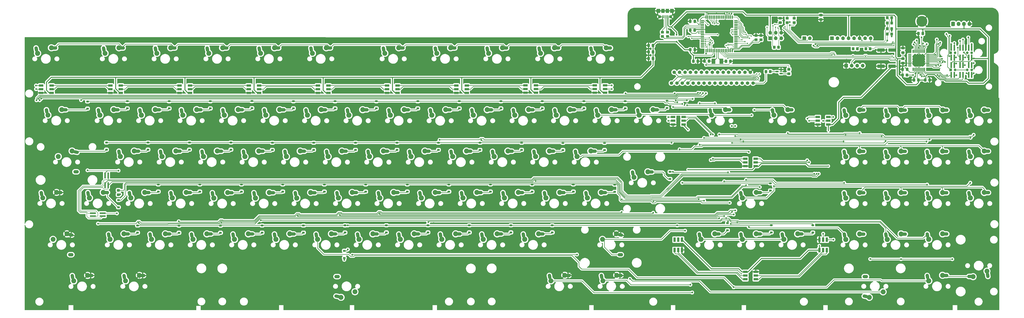
<source format=gtl>
%TF.GenerationSoftware,KiCad,Pcbnew,8.0.5*%
%TF.CreationDate,2025-01-07T07:11:47+01:00*%
%TF.ProjectId,A500KB,41353030-4b42-42e6-9b69-6361645f7063,rev?*%
%TF.SameCoordinates,Original*%
%TF.FileFunction,Copper,L1,Top*%
%TF.FilePolarity,Positive*%
%FSLAX46Y46*%
G04 Gerber Fmt 4.6, Leading zero omitted, Abs format (unit mm)*
G04 Created by KiCad (PCBNEW 8.0.5) date 2025-01-07 07:11:47*
%MOMM*%
%LPD*%
G01*
G04 APERTURE LIST*
G04 Aperture macros list*
%AMRoundRect*
0 Rectangle with rounded corners*
0 $1 Rounding radius*
0 $2 $3 $4 $5 $6 $7 $8 $9 X,Y pos of 4 corners*
0 Add a 4 corners polygon primitive as box body*
4,1,4,$2,$3,$4,$5,$6,$7,$8,$9,$2,$3,0*
0 Add four circle primitives for the rounded corners*
1,1,$1+$1,$2,$3*
1,1,$1+$1,$4,$5*
1,1,$1+$1,$6,$7*
1,1,$1+$1,$8,$9*
0 Add four rect primitives between the rounded corners*
20,1,$1+$1,$2,$3,$4,$5,0*
20,1,$1+$1,$4,$5,$6,$7,0*
20,1,$1+$1,$6,$7,$8,$9,0*
20,1,$1+$1,$8,$9,$2,$3,0*%
%AMHorizOval*
0 Thick line with rounded ends*
0 $1 width*
0 $2 $3 position (X,Y) of the first rounded end (center of the circle)*
0 $4 $5 position (X,Y) of the second rounded end (center of the circle)*
0 Add line between two ends*
20,1,$1,$2,$3,$4,$5,0*
0 Add two circle primitives to create the rounded ends*
1,1,$1,$2,$3*
1,1,$1,$4,$5*%
G04 Aperture macros list end*
%TA.AperFunction,Conductor*%
%ADD10C,0.200000*%
%TD*%
%TA.AperFunction,ComponentPad*%
%ADD11C,1.200000*%
%TD*%
%TA.AperFunction,ComponentPad*%
%ADD12R,1.200000X1.200000*%
%TD*%
%TA.AperFunction,ComponentPad*%
%ADD13HorizOval,1.524000X0.086824X-0.492404X-0.086824X0.492404X0*%
%TD*%
%TA.AperFunction,ComponentPad*%
%ADD14C,2.350000*%
%TD*%
%TA.AperFunction,ComponentPad*%
%ADD15C,2.250000*%
%TD*%
%TA.AperFunction,ComponentPad*%
%ADD16O,2.524000X1.524000*%
%TD*%
%TA.AperFunction,ComponentPad*%
%ADD17HorizOval,1.524000X0.490814X-0.095404X-0.490814X0.095404X0*%
%TD*%
%TA.AperFunction,ComponentPad*%
%ADD18HorizOval,1.524000X-0.490814X0.095404X0.490814X-0.095404X0*%
%TD*%
%TA.AperFunction,ComponentPad*%
%ADD19HorizOval,1.524000X-0.086824X0.492404X0.086824X-0.492404X0*%
%TD*%
%TA.AperFunction,SMDPad,CuDef*%
%ADD20RoundRect,0.250000X-0.450000X0.325000X-0.450000X-0.325000X0.450000X-0.325000X0.450000X0.325000X0*%
%TD*%
%TA.AperFunction,SMDPad,CuDef*%
%ADD21RoundRect,0.150000X0.587500X0.150000X-0.587500X0.150000X-0.587500X-0.150000X0.587500X-0.150000X0*%
%TD*%
%TA.AperFunction,SMDPad,CuDef*%
%ADD22RoundRect,0.250000X0.450000X-0.350000X0.450000X0.350000X-0.450000X0.350000X-0.450000X-0.350000X0*%
%TD*%
%TA.AperFunction,SMDPad,CuDef*%
%ADD23RoundRect,0.250000X-0.350000X-0.450000X0.350000X-0.450000X0.350000X0.450000X-0.350000X0.450000X0*%
%TD*%
%TA.AperFunction,SMDPad,CuDef*%
%ADD24RoundRect,0.250000X0.337500X0.475000X-0.337500X0.475000X-0.337500X-0.475000X0.337500X-0.475000X0*%
%TD*%
%TA.AperFunction,SMDPad,CuDef*%
%ADD25RoundRect,0.250000X-0.475000X0.337500X-0.475000X-0.337500X0.475000X-0.337500X0.475000X0.337500X0*%
%TD*%
%TA.AperFunction,ComponentPad*%
%ADD26R,1.700000X1.700000*%
%TD*%
%TA.AperFunction,ComponentPad*%
%ADD27O,1.700000X1.700000*%
%TD*%
%TA.AperFunction,SMDPad,CuDef*%
%ADD28RoundRect,0.250000X0.350000X0.450000X-0.350000X0.450000X-0.350000X-0.450000X0.350000X-0.450000X0*%
%TD*%
%TA.AperFunction,SMDPad,CuDef*%
%ADD29R,1.500000X0.550000*%
%TD*%
%TA.AperFunction,SMDPad,CuDef*%
%ADD30R,0.550000X1.500000*%
%TD*%
%TA.AperFunction,SMDPad,CuDef*%
%ADD31R,1.700000X2.400000*%
%TD*%
%TA.AperFunction,SMDPad,CuDef*%
%ADD32R,0.800000X2.750000*%
%TD*%
%TA.AperFunction,SMDPad,CuDef*%
%ADD33RoundRect,0.250000X-0.337500X-0.475000X0.337500X-0.475000X0.337500X0.475000X-0.337500X0.475000X0*%
%TD*%
%TA.AperFunction,ComponentPad*%
%ADD34C,1.600000*%
%TD*%
%TA.AperFunction,SMDPad,CuDef*%
%ADD35RoundRect,0.225000X-0.375000X0.225000X-0.375000X-0.225000X0.375000X-0.225000X0.375000X0.225000X0*%
%TD*%
%TA.AperFunction,SMDPad,CuDef*%
%ADD36RoundRect,0.075000X0.662500X0.075000X-0.662500X0.075000X-0.662500X-0.075000X0.662500X-0.075000X0*%
%TD*%
%TA.AperFunction,SMDPad,CuDef*%
%ADD37RoundRect,0.075000X0.075000X0.662500X-0.075000X0.662500X-0.075000X-0.662500X0.075000X-0.662500X0*%
%TD*%
%TA.AperFunction,HeatsinkPad*%
%ADD38C,0.500000*%
%TD*%
%TA.AperFunction,HeatsinkPad*%
%ADD39R,5.000000X5.000000*%
%TD*%
%TA.AperFunction,SMDPad,CuDef*%
%ADD40RoundRect,0.250000X-0.450000X0.350000X-0.450000X-0.350000X0.450000X-0.350000X0.450000X0.350000X0*%
%TD*%
%TA.AperFunction,SMDPad,CuDef*%
%ADD41RoundRect,0.250000X0.475000X-0.337500X0.475000X0.337500X-0.475000X0.337500X-0.475000X-0.337500X0*%
%TD*%
%TA.AperFunction,SMDPad,CuDef*%
%ADD42R,0.400000X1.350000*%
%TD*%
%TA.AperFunction,ComponentPad*%
%ADD43O,1.200000X1.900000*%
%TD*%
%TA.AperFunction,SMDPad,CuDef*%
%ADD44R,1.200000X1.900000*%
%TD*%
%TA.AperFunction,ComponentPad*%
%ADD45C,1.450000*%
%TD*%
%TA.AperFunction,SMDPad,CuDef*%
%ADD46R,1.500000X1.900000*%
%TD*%
%TA.AperFunction,SMDPad,CuDef*%
%ADD47R,2.750000X0.800000*%
%TD*%
%TA.AperFunction,SMDPad,CuDef*%
%ADD48R,2.000000X1.100000*%
%TD*%
%TA.AperFunction,SMDPad,CuDef*%
%ADD49RoundRect,0.250000X1.412500X0.550000X-1.412500X0.550000X-1.412500X-0.550000X1.412500X-0.550000X0*%
%TD*%
%TA.AperFunction,ComponentPad*%
%ADD50C,2.900000*%
%TD*%
%TA.AperFunction,ConnectorPad*%
%ADD51C,5.000000*%
%TD*%
%TA.AperFunction,SMDPad,CuDef*%
%ADD52R,1.100000X2.000000*%
%TD*%
%TA.AperFunction,ComponentPad*%
%ADD53RoundRect,0.250000X-0.600000X-0.725000X0.600000X-0.725000X0.600000X0.725000X-0.600000X0.725000X0*%
%TD*%
%TA.AperFunction,ComponentPad*%
%ADD54O,1.700000X1.950000*%
%TD*%
%TA.AperFunction,ViaPad*%
%ADD55C,0.800000*%
%TD*%
%TA.AperFunction,ViaPad*%
%ADD56C,0.600000*%
%TD*%
%TA.AperFunction,ViaPad*%
%ADD57C,1.200000*%
%TD*%
%TA.AperFunction,Conductor*%
%ADD58C,0.250000*%
%TD*%
%TA.AperFunction,Conductor*%
%ADD59C,0.400000*%
%TD*%
G04 APERTURE END LIST*
D10*
%TO.N,GND*%
X339548400Y-227004200D02*
X339550000Y-228800000D01*
%TD*%
D11*
%TO.P,D3,2,K1*%
%TO.N,Net-(D3-A2)*%
X453150000Y-243420000D03*
D12*
%TO.P,D3,1,A1*%
%TO.N,/PLED*%
X451100000Y-243420000D03*
D11*
%TO.P,D3,3,A2*%
%TO.N,Net-(D3-A2)*%
X458750000Y-243420000D03*
%TO.P,D3,4,K2*%
%TO.N,GND*%
X460800000Y-243420000D03*
%TD*%
%TO.P,D4,2,K1*%
%TO.N,Net-(D4-A2)*%
X453150000Y-251350000D03*
D12*
%TO.P,D4,1,A1*%
%TO.N,/FLED*%
X451100000Y-251350000D03*
D11*
%TO.P,D4,3,A2*%
%TO.N,Net-(D4-A2)*%
X458750000Y-251350000D03*
%TO.P,D4,4,K2*%
%TO.N,GND*%
X460800000Y-251350000D03*
%TD*%
D13*
%TO.P,MX1,1,COL*%
%TO.N,/Y14=15*%
X31045224Y-241720004D03*
D14*
X31648400Y-243687600D03*
D15*
%TO.P,MX1,2,ROW*%
%TO.N,/X2=7*%
X37998400Y-241147600D03*
D16*
X39458400Y-241227600D03*
%TD*%
D13*
%TO.P,MX2,1,COL*%
%TO.N,/Y14=15*%
X35820424Y-270168004D03*
D15*
X36423600Y-272135600D03*
%TO.P,MX2,2,ROW*%
%TO.N,Net-(D54-A)*%
X42773600Y-269595600D03*
D16*
X44233600Y-269675600D03*
%TD*%
D13*
%TO.P,MX4,1,COL*%
%TO.N,MISO*%
X33411624Y-308289604D03*
D15*
X34014800Y-310257200D03*
%TO.P,MX4,2,ROW*%
%TO.N,GND*%
X40364800Y-307717200D03*
D16*
X41824800Y-307797200D03*
%TD*%
D15*
%TO.P,MX5,1,COL*%
%TO.N,/LSHIFT*%
X38760400Y-329336400D03*
D16*
X46920400Y-336376400D03*
D15*
%TO.P,MX5,2,ROW*%
%TO.N,GND*%
X45110400Y-326796400D03*
D17*
X46929586Y-327280996D03*
%TD*%
D13*
%TO.P,MX6,1,COL*%
%TO.N,/LALT*%
X47678024Y-346491204D03*
D15*
X48281200Y-348458800D03*
%TO.P,MX6,2,ROW*%
%TO.N,GND*%
X54631200Y-345918800D03*
D16*
X56091200Y-345998800D03*
%TD*%
D13*
%TO.P,MX8,1,COL*%
%TO.N,/Y13=16*%
X59696424Y-270168004D03*
D14*
X60299600Y-272135600D03*
D15*
%TO.P,MX8,2,ROW*%
%TO.N,Net-(D55-A)*%
X66649600Y-269595600D03*
D16*
X68109600Y-269675600D03*
%TD*%
D13*
%TO.P,MX10,1,COL*%
%TO.N,/Y14=15*%
X54849224Y-308289604D03*
D14*
X55452400Y-310257200D03*
D15*
%TO.P,MX10,2,ROW*%
%TO.N,Net-(D24-A)*%
X61802400Y-307717200D03*
D16*
X63262400Y-307797200D03*
%TD*%
D13*
%TO.P,MX11,1,COL*%
%TO.N,/Y14=15*%
X64370024Y-327368804D03*
D14*
X64973200Y-329336400D03*
D15*
%TO.P,MX11,2,ROW*%
%TO.N,Net-(D8-A)*%
X71323200Y-326796400D03*
D16*
X72783200Y-326876400D03*
%TD*%
D13*
%TO.P,MX12,1,COL*%
%TO.N,/LAMI*%
X71482024Y-346469604D03*
D15*
X72085200Y-348437200D03*
%TO.P,MX12,2,ROW*%
%TO.N,GND*%
X78435200Y-345897200D03*
D16*
X79895200Y-345977200D03*
%TD*%
D13*
%TO.P,MX13,1,COL*%
%TO.N,/Y11=18*%
X85858424Y-241720004D03*
D15*
X86461600Y-243687600D03*
%TO.P,MX13,2,ROW*%
%TO.N,/X2=7*%
X92811600Y-241147600D03*
D16*
X94271600Y-241227600D03*
%TD*%
D13*
%TO.P,MX14,1,COL*%
%TO.N,/Y12=17*%
X78746424Y-270168004D03*
D14*
X79349600Y-272135600D03*
D15*
%TO.P,MX14,2,ROW*%
%TO.N,Net-(D56-A)*%
X85699600Y-269595600D03*
D16*
X87159600Y-269675600D03*
%TD*%
D13*
%TO.P,MX16,1,COL*%
%TO.N,/Y13=16*%
X73920424Y-308318804D03*
D14*
X74523600Y-310286400D03*
D15*
%TO.P,MX16,2,ROW*%
%TO.N,Net-(D25-A)*%
X80873600Y-307746400D03*
D16*
X82333600Y-307826400D03*
%TD*%
D13*
%TO.P,MX17,1,COL*%
%TO.N,/Y13=16*%
X83420024Y-327368804D03*
D14*
X84023200Y-329336400D03*
D15*
%TO.P,MX17,2,ROW*%
%TO.N,Net-(D9-A)*%
X90373200Y-326796400D03*
D16*
X91833200Y-326876400D03*
%TD*%
D13*
%TO.P,MX18,1,COL*%
%TO.N,/Y10=19*%
X109683624Y-241720004D03*
D15*
X110286800Y-243687600D03*
%TO.P,MX18,2,ROW*%
%TO.N,/X2=7*%
X116636800Y-241147600D03*
D16*
X118096800Y-241227600D03*
%TD*%
D13*
%TO.P,MX19,1,COL*%
%TO.N,/Y11=18*%
X97796424Y-270168004D03*
D14*
X98399600Y-272135600D03*
D15*
%TO.P,MX19,2,ROW*%
%TO.N,Net-(D57-A)*%
X104749600Y-269595600D03*
D16*
X106209600Y-269675600D03*
%TD*%
D13*
%TO.P,MX20,1,COL*%
%TO.N,/Y11=18*%
X107245224Y-289243404D03*
D14*
X107848400Y-291211000D03*
D15*
%TO.P,MX20,2,ROW*%
%TO.N,Net-(D40-A)*%
X114198400Y-288671000D03*
D16*
X115658400Y-288751000D03*
%TD*%
D13*
%TO.P,MX21,1,COL*%
%TO.N,/Y12=17*%
X92970424Y-308318804D03*
D14*
X93573600Y-310286400D03*
D15*
%TO.P,MX21,2,ROW*%
%TO.N,Net-(D26-A)*%
X99923600Y-307746400D03*
D16*
X101383600Y-307826400D03*
%TD*%
D13*
%TO.P,MX22,1,COL*%
%TO.N,/Y12=17*%
X102470024Y-327368804D03*
D14*
X103073200Y-329336400D03*
D15*
%TO.P,MX22,2,ROW*%
%TO.N,Net-(D10-A)*%
X109423200Y-326796400D03*
D16*
X110883200Y-326876400D03*
%TD*%
D13*
%TO.P,MX23,1,COL*%
%TO.N,/Y9=20*%
X133508824Y-241720004D03*
D15*
X134112000Y-243687600D03*
%TO.P,MX23,2,ROW*%
%TO.N,/X2=7*%
X140462000Y-241147600D03*
D16*
X141922000Y-241227600D03*
%TD*%
D13*
%TO.P,MX24,1,COL*%
%TO.N,/Y10=19*%
X116846424Y-270168004D03*
D14*
X117449600Y-272135600D03*
D15*
%TO.P,MX24,2,ROW*%
%TO.N,Net-(D58-A)*%
X123799600Y-269595600D03*
D16*
X125259600Y-269675600D03*
%TD*%
D13*
%TO.P,MX25,1,COL*%
%TO.N,/Y10=19*%
X126295224Y-289268804D03*
D14*
X126898400Y-291236400D03*
D15*
%TO.P,MX25,2,ROW*%
%TO.N,Net-(D41-A)*%
X133248400Y-288696400D03*
D16*
X134708400Y-288776400D03*
%TD*%
D13*
%TO.P,MX26,1,COL*%
%TO.N,/Y11=18*%
X112041624Y-308340404D03*
D14*
X112644800Y-310308000D03*
D15*
%TO.P,MX26,2,ROW*%
%TO.N,Net-(D27-A)*%
X118994800Y-307768000D03*
D16*
X120454800Y-307848000D03*
%TD*%
D13*
%TO.P,MX27,1,COL*%
%TO.N,/Y11=18*%
X121520024Y-327368804D03*
D14*
X122123200Y-329336400D03*
D15*
%TO.P,MX27,2,ROW*%
%TO.N,Net-(D11-A)*%
X128473200Y-326796400D03*
D16*
X129933200Y-326876400D03*
%TD*%
D13*
%TO.P,MX28,1,COL*%
%TO.N,/Y8=21*%
X157334024Y-241720004D03*
D15*
X157937200Y-243687600D03*
%TO.P,MX28,2,ROW*%
%TO.N,/X2=7*%
X164287200Y-241147600D03*
D16*
X165747200Y-241227600D03*
%TD*%
D13*
%TO.P,MX30,1,COL*%
%TO.N,/Y9=20*%
X145345224Y-289268804D03*
D14*
X145948400Y-291236400D03*
D15*
%TO.P,MX30,2,ROW*%
%TO.N,Net-(D42-A)*%
X152298400Y-288696400D03*
D16*
X153758400Y-288776400D03*
%TD*%
D13*
%TO.P,MX32,1,COL*%
%TO.N,/Y10=19*%
X140570024Y-327368804D03*
D14*
X141173200Y-329336400D03*
D15*
%TO.P,MX32,2,ROW*%
%TO.N,Net-(D12-A)*%
X147523200Y-326796400D03*
D16*
X148983200Y-326876400D03*
%TD*%
D13*
%TO.P,MX34,1,COL*%
%TO.N,/Y6=23*%
X190608024Y-241720004D03*
D15*
X191211200Y-243687600D03*
%TO.P,MX34,2,ROW*%
%TO.N,/X2=7*%
X197561200Y-241147600D03*
D16*
X199021200Y-241227600D03*
%TD*%
D13*
%TO.P,MX35,1,COL*%
%TO.N,/Y8=21*%
X154997224Y-270218804D03*
D14*
X155600400Y-272186400D03*
D15*
%TO.P,MX35,2,ROW*%
%TO.N,Net-(D60-A)*%
X161950400Y-269646400D03*
D16*
X163410400Y-269726400D03*
%TD*%
D13*
%TO.P,MX37,1,COL*%
%TO.N,/Y9=20*%
X150150024Y-308340404D03*
D14*
X150753200Y-310308000D03*
D15*
%TO.P,MX37,2,ROW*%
%TO.N,Net-(D29-A)*%
X157103200Y-307768000D03*
D16*
X158563200Y-307848000D03*
%TD*%
D13*
%TO.P,MX38,1,COL*%
%TO.N,/Y9=20*%
X159670824Y-327368804D03*
D14*
X160274000Y-329336400D03*
D15*
%TO.P,MX38,2,ROW*%
%TO.N,Net-(D14-A)*%
X166624000Y-326796400D03*
D16*
X168084000Y-326876400D03*
%TD*%
D13*
%TO.P,MX39,1,COL*%
%TO.N,/Y4=25*%
X214433224Y-241720004D03*
D15*
X215036400Y-243687600D03*
%TO.P,MX39,2,ROW*%
%TO.N,/X2=7*%
X221386400Y-241147600D03*
D16*
X222846400Y-241227600D03*
%TD*%
D13*
%TO.P,MX40,1,COL*%
%TO.N,/Y7=22*%
X174047224Y-270218804D03*
D14*
X174650400Y-272186400D03*
D15*
%TO.P,MX40,2,ROW*%
%TO.N,Net-(D61-A)*%
X181000400Y-269646400D03*
D16*
X182460400Y-269726400D03*
%TD*%
D13*
%TO.P,MX41,1,COL*%
%TO.N,/Y7=22*%
X183546824Y-289268804D03*
D14*
X184150000Y-291236400D03*
D15*
%TO.P,MX41,2,ROW*%
%TO.N,Net-(D44-A)*%
X190500000Y-288696400D03*
D16*
X191960000Y-288776400D03*
%TD*%
D13*
%TO.P,MX42,1,COL*%
%TO.N,/Y8=21*%
X169221224Y-308318804D03*
D14*
X169824400Y-310286400D03*
D15*
%TO.P,MX42,2,ROW*%
%TO.N,Net-(D30-A)*%
X176174400Y-307746400D03*
D16*
X177634400Y-307826400D03*
%TD*%
D13*
%TO.P,MX43,1,COL*%
%TO.N,/Y8=21*%
X178699624Y-327368804D03*
D14*
X179302800Y-329336400D03*
D15*
%TO.P,MX43,2,ROW*%
%TO.N,Net-(D15-A)*%
X185652800Y-326796400D03*
D16*
X187112800Y-326876400D03*
%TD*%
D13*
%TO.P,MX45,1,COL*%
%TO.N,/Y6=23*%
X193097224Y-270218804D03*
D14*
X193700400Y-272186400D03*
D15*
%TO.P,MX45,2,ROW*%
%TO.N,Net-(D62-A)*%
X200050400Y-269646400D03*
D16*
X201510400Y-269726400D03*
%TD*%
D13*
%TO.P,MX46,1,COL*%
%TO.N,/Y6=23*%
X202596824Y-289268804D03*
D14*
X203200000Y-291236400D03*
D15*
%TO.P,MX46,2,ROW*%
%TO.N,Net-(D45-A)*%
X209550000Y-288696400D03*
D16*
X211010000Y-288776400D03*
%TD*%
D13*
%TO.P,MX47,1,COL*%
%TO.N,/Y7=22*%
X188271224Y-308318804D03*
D14*
X188874400Y-310286400D03*
D15*
%TO.P,MX47,2,ROW*%
%TO.N,Net-(D31-A)*%
X195224400Y-307746400D03*
D16*
X196684400Y-307826400D03*
%TD*%
D13*
%TO.P,MX49,1,COL*%
%TO.N,/Y2=27*%
X262104824Y-241741604D03*
D15*
X262708000Y-243709200D03*
%TO.P,MX49,2,ROW*%
%TO.N,/X2=7*%
X269058000Y-241169200D03*
D16*
X270518000Y-241249200D03*
%TD*%
D13*
%TO.P,MX50,1,COL*%
%TO.N,/Y5=24*%
X212198024Y-270218804D03*
D14*
X212801200Y-272186400D03*
D15*
%TO.P,MX50,2,ROW*%
%TO.N,Net-(D63-A)*%
X219151200Y-269646400D03*
D16*
X220611200Y-269726400D03*
%TD*%
D13*
%TO.P,MX51,1,COL*%
%TO.N,/Y5=24*%
X221697624Y-289268804D03*
D14*
X222300800Y-291236400D03*
D15*
%TO.P,MX51,2,ROW*%
%TO.N,Net-(D46-A)*%
X228650800Y-288696400D03*
D16*
X230110800Y-288776400D03*
%TD*%
D13*
%TO.P,MX52,1,COL*%
%TO.N,/Y6=23*%
X207372024Y-308318804D03*
D14*
X207975200Y-310286400D03*
D15*
%TO.P,MX52,2,ROW*%
%TO.N,Net-(D32-A)*%
X214325200Y-307746400D03*
D16*
X215785200Y-307826400D03*
%TD*%
D13*
%TO.P,MX53,1,COL*%
%TO.N,/Y6=23*%
X216770024Y-327368804D03*
D14*
X217373200Y-329336400D03*
D15*
%TO.P,MX53,2,ROW*%
%TO.N,Net-(D17-A)*%
X223723200Y-326796400D03*
D16*
X225183200Y-326876400D03*
%TD*%
D13*
%TO.P,MX54,1,COL*%
%TO.N,/Y1=28*%
X285908824Y-241720004D03*
D15*
X286512000Y-243687600D03*
%TO.P,MX54,2,ROW*%
%TO.N,/X2=7*%
X292862000Y-241147600D03*
D16*
X294322000Y-241227600D03*
%TD*%
D13*
%TO.P,MX55,1,COL*%
%TO.N,/Y4=25*%
X231248024Y-270218804D03*
D14*
X231851200Y-272186400D03*
D15*
%TO.P,MX55,2,ROW*%
%TO.N,Net-(D64-A)*%
X238201200Y-269646400D03*
D16*
X239661200Y-269726400D03*
%TD*%
D13*
%TO.P,MX56,1,COL*%
%TO.N,/Y4=25*%
X240747624Y-289268804D03*
D14*
X241350800Y-291236400D03*
D15*
%TO.P,MX56,2,ROW*%
%TO.N,Net-(D47-A)*%
X247700800Y-288696400D03*
D16*
X249160800Y-288776400D03*
%TD*%
D13*
%TO.P,MX57,1,COL*%
%TO.N,/Y5=24*%
X226472824Y-308318804D03*
D14*
X227076000Y-310286400D03*
D15*
%TO.P,MX57,2,ROW*%
%TO.N,Net-(D33-A)*%
X233426000Y-307746400D03*
D16*
X234886000Y-307826400D03*
%TD*%
D13*
%TO.P,MX58,1,COL*%
%TO.N,/Y5=24*%
X235820024Y-327368804D03*
D14*
X236423200Y-329336400D03*
D15*
%TO.P,MX58,2,ROW*%
%TO.N,Net-(D18-A)*%
X242773200Y-326796400D03*
D16*
X244233200Y-326876400D03*
%TD*%
D13*
%TO.P,MX59,1,COL*%
%TO.N,MOSI*%
X266888424Y-346440404D03*
D15*
X267491600Y-348408000D03*
%TO.P,MX59,2,ROW*%
%TO.N,GND*%
X273841600Y-345868000D03*
D16*
X275301600Y-345948000D03*
%TD*%
D13*
%TO.P,MX60,1,COL*%
%TO.N,/Y3=26*%
X250298024Y-270218804D03*
D14*
X250901200Y-272186400D03*
D15*
%TO.P,MX60,2,ROW*%
%TO.N,Net-(D65-A)*%
X257251200Y-269646400D03*
D16*
X258711200Y-269726400D03*
%TD*%
D13*
%TO.P,MX61,1,COL*%
%TO.N,/Y3=26*%
X259797624Y-289268804D03*
D14*
X260400800Y-291236400D03*
D15*
%TO.P,MX61,2,ROW*%
%TO.N,Net-(D48-A)*%
X266750800Y-288696400D03*
D16*
X268210800Y-288776400D03*
%TD*%
D13*
%TO.P,MX62,1,COL*%
%TO.N,/Y4=25*%
X245522824Y-308318804D03*
D14*
X246126000Y-310286400D03*
D15*
%TO.P,MX62,2,ROW*%
%TO.N,Net-(D34-A)*%
X252476000Y-307746400D03*
D16*
X253936000Y-307826400D03*
%TD*%
D13*
%TO.P,MX63,1,COL*%
%TO.N,/Y4=25*%
X254870024Y-327368804D03*
D14*
X255473200Y-329336400D03*
D15*
%TO.P,MX63,2,ROW*%
%TO.N,Net-(D19-A)*%
X261823200Y-326796400D03*
D16*
X263283200Y-326876400D03*
%TD*%
D13*
%TO.P,MX64,1,COL*%
%TO.N,SCLK*%
X290764424Y-346440404D03*
D15*
X291367600Y-348408000D03*
%TO.P,MX64,2,ROW*%
%TO.N,GND*%
X297717600Y-345868000D03*
D16*
X299177600Y-345948000D03*
%TD*%
D13*
%TO.P,MX65,1,COL*%
%TO.N,/Y2=27*%
X269348024Y-270218804D03*
D14*
X269951200Y-272186400D03*
D15*
%TO.P,MX65,2,ROW*%
%TO.N,Net-(D66-A)*%
X276301200Y-269646400D03*
D16*
X277761200Y-269726400D03*
%TD*%
D13*
%TO.P,MX67,1,COL*%
%TO.N,/Y3=26*%
X264572824Y-308318804D03*
D14*
X265176000Y-310286400D03*
D15*
%TO.P,MX67,2,ROW*%
%TO.N,Net-(D35-A)*%
X271526000Y-307746400D03*
D16*
X272986000Y-307826400D03*
%TD*%
D15*
%TO.P,MX68,1,COL*%
%TO.N,/RSHFT*%
X291185600Y-329336400D03*
D16*
X299345600Y-336376400D03*
D15*
%TO.P,MX68,2,ROW*%
%TO.N,GND*%
X297535600Y-326796400D03*
D17*
X299354786Y-327280996D03*
%TD*%
D13*
%TO.P,MX69,1,COL*%
%TO.N,/Y1=28*%
X288398024Y-270218804D03*
D14*
X289001200Y-272186400D03*
D15*
%TO.P,MX69,2,ROW*%
%TO.N,Net-(D67-A)*%
X295351200Y-269646400D03*
D16*
X296811200Y-269726400D03*
%TD*%
D13*
%TO.P,MX70,1,COL*%
%TO.N,/Y2=27*%
X283622824Y-308318804D03*
D14*
X284226000Y-310286400D03*
D15*
%TO.P,MX70,2,ROW*%
%TO.N,Net-(D36-A)*%
X290576000Y-307746400D03*
D16*
X292036000Y-307826400D03*
%TD*%
D13*
%TO.P,MX71,1,COL*%
%TO.N,/Y1=28*%
X305039224Y-298790004D03*
D15*
X305642400Y-300757600D03*
%TO.P,MX71,2,ROW*%
%TO.N,Net-(D50-A)*%
X311992400Y-298217600D03*
D16*
X313452400Y-298297600D03*
%TD*%
D13*
%TO.P,MX72,1,COL*%
%TO.N,/Y1=28*%
X307448024Y-270218804D03*
D14*
X308051200Y-272186400D03*
D15*
%TO.P,MX72,2,ROW*%
%TO.N,Net-(D68-A)*%
X314401200Y-269646400D03*
D16*
X315861200Y-269726400D03*
%TD*%
D13*
%TO.P,MX73,1,COL*%
%TO.N,/Y1=28*%
X340700824Y-270218804D03*
D15*
X341304000Y-272186400D03*
%TO.P,MX73,2,ROW*%
%TO.N,/X5=2*%
X347654000Y-269646400D03*
D16*
X349114000Y-269726400D03*
%TD*%
D13*
%TO.P,MX74,1,COL*%
%TO.N,/Y0=29*%
X335743624Y-327368804D03*
D14*
X336346800Y-329336400D03*
D15*
%TO.P,MX74,2,ROW*%
%TO.N,Net-(D21-A)*%
X342696800Y-326796400D03*
D16*
X344156800Y-326876400D03*
%TD*%
D13*
%TO.P,MX75,1,COL*%
%TO.N,/Y0=29*%
X354793624Y-308318804D03*
D14*
X355396800Y-310286400D03*
D15*
%TO.P,MX75,2,ROW*%
%TO.N,Net-(D22-A)*%
X361746800Y-307746400D03*
D16*
X363206800Y-307826400D03*
%TD*%
D13*
%TO.P,MX76,1,COL*%
%TO.N,/Y0=29*%
X354823224Y-327368804D03*
D14*
X355426400Y-329336400D03*
D15*
%TO.P,MX76,2,ROW*%
%TO.N,Net-(D23-A)*%
X361776400Y-326796400D03*
D16*
X363236400Y-326876400D03*
%TD*%
D13*
%TO.P,MX77,1,COL*%
%TO.N,/Y0=29*%
X369301224Y-270218804D03*
D15*
X369904400Y-272186400D03*
%TO.P,MX77,2,ROW*%
%TO.N,/X2=7*%
X376254400Y-269646400D03*
D16*
X377714400Y-269726400D03*
%TD*%
D13*
%TO.P,MX78,1,COL*%
%TO.N,/Y0=29*%
X373843624Y-327368804D03*
D14*
X374446800Y-329336400D03*
D15*
%TO.P,MX78,2,ROW*%
%TO.N,Net-(D20-A)*%
X380796800Y-326796400D03*
D16*
X382256800Y-326876400D03*
%TD*%
D13*
%TO.P,MX79,1,COL*%
%TO.N,/Y13=16*%
X402291624Y-270269604D03*
D14*
X402894800Y-272237200D03*
D15*
%TO.P,MX79,2,ROW*%
%TO.N,/X2=7*%
X409244800Y-269697200D03*
D16*
X410704800Y-269777200D03*
%TD*%
D13*
%TO.P,MX80,1,COL*%
%TO.N,/Y4=25*%
X402291624Y-289319604D03*
D14*
X402894800Y-291287200D03*
D15*
%TO.P,MX80,2,ROW*%
%TO.N,/X7=4*%
X409244800Y-288747200D03*
D16*
X410704800Y-288827200D03*
%TD*%
D13*
%TO.P,MX81,1,COL*%
%TO.N,/Y3=26*%
X402291624Y-308369604D03*
D14*
X402894800Y-310337200D03*
D15*
%TO.P,MX81,2,ROW*%
%TO.N,/X7=4*%
X409244800Y-307797200D03*
D16*
X410704800Y-307877200D03*
%TD*%
D13*
%TO.P,MX82,1,COL*%
%TO.N,/Y2=27*%
X402321224Y-327390404D03*
D14*
X402924400Y-329358000D03*
D15*
%TO.P,MX82,2,ROW*%
%TO.N,/X7=4*%
X409274400Y-326818000D03*
D16*
X410734400Y-326898000D03*
%TD*%
D15*
%TO.P,MX83,1,COL*%
%TO.N,/Y1=28*%
X420084250Y-353491800D03*
D16*
X411924250Y-346451800D03*
D15*
%TO.P,MX83,2,ROW*%
%TO.N,/X7=4*%
X413734250Y-356031800D03*
D18*
X411915064Y-355547204D03*
%TD*%
D13*
%TO.P,MX85,1,COL*%
%TO.N,/Y8=21*%
X421341624Y-289319604D03*
D14*
X421944800Y-291287200D03*
D15*
%TO.P,MX85,2,ROW*%
%TO.N,/X7=4*%
X428294800Y-288747200D03*
D16*
X429754800Y-288827200D03*
%TD*%
D13*
%TO.P,MX86,1,COL*%
%TO.N,/Y7=22*%
X421341624Y-308369604D03*
D14*
X421944800Y-310337200D03*
D15*
%TO.P,MX86,2,ROW*%
%TO.N,/X7=4*%
X428294800Y-307797200D03*
D16*
X429754800Y-307877200D03*
%TD*%
D13*
%TO.P,MX87,1,COL*%
%TO.N,/Y6=23*%
X421371224Y-327390404D03*
D14*
X421974400Y-329358000D03*
D15*
%TO.P,MX87,2,ROW*%
%TO.N,/X7=4*%
X428324400Y-326818000D03*
D16*
X429784400Y-326898000D03*
%TD*%
D13*
%TO.P,MX88,1,COL*%
%TO.N,/Y5=24*%
X440493224Y-270320404D03*
D14*
X441096400Y-272288000D03*
D15*
%TO.P,MX88,2,ROW*%
%TO.N,/X2=7*%
X447446400Y-269748000D03*
D16*
X448906400Y-269828000D03*
%TD*%
D13*
%TO.P,MX89,1,COL*%
%TO.N,/Y12=17*%
X440391624Y-289319604D03*
D14*
X440994800Y-291287200D03*
D15*
%TO.P,MX89,2,ROW*%
%TO.N,/X7=4*%
X447344800Y-288747200D03*
D16*
X448804800Y-288827200D03*
%TD*%
D13*
%TO.P,MX90,1,COL*%
%TO.N,/Y11=18*%
X440442424Y-308369604D03*
D14*
X441045600Y-310337200D03*
D15*
%TO.P,MX90,2,ROW*%
%TO.N,/X7=4*%
X447395600Y-307797200D03*
D16*
X448855600Y-307877200D03*
%TD*%
D13*
%TO.P,MX91,1,COL*%
%TO.N,/Y10=19*%
X440442424Y-327368804D03*
D14*
X441045600Y-329336400D03*
D15*
%TO.P,MX91,2,ROW*%
%TO.N,/X7=4*%
X447395600Y-326796400D03*
D16*
X448855600Y-326876400D03*
%TD*%
D13*
%TO.P,MX92,1,COL*%
%TO.N,/Y9=20*%
X440421224Y-346440404D03*
D14*
X441024400Y-348408000D03*
D15*
%TO.P,MX92,2,ROW*%
%TO.N,/X7=4*%
X447374400Y-345868000D03*
D16*
X448834400Y-345948000D03*
%TD*%
D13*
%TO.P,MX93,1,COL*%
%TO.N,/Y14=15*%
X459594024Y-270320404D03*
D14*
X460197200Y-272288000D03*
D15*
%TO.P,MX93,2,ROW*%
%TO.N,/X7=4*%
X466547200Y-269748000D03*
D16*
X468007200Y-269828000D03*
%TD*%
D13*
%TO.P,MX94,1,COL*%
%TO.N,/Y0=29*%
X459594024Y-289268804D03*
D14*
X460197200Y-291236400D03*
D15*
%TO.P,MX94,2,ROW*%
%TO.N,/X7=4*%
X466547200Y-288696400D03*
D16*
X468007200Y-288776400D03*
%TD*%
D13*
%TO.P,MX95,1,COL*%
%TO.N,/Y13=16*%
X459594024Y-308318804D03*
D14*
X460197200Y-310286400D03*
D15*
%TO.P,MX95,2,ROW*%
%TO.N,/X7=4*%
X466547200Y-307746400D03*
D16*
X468007200Y-307826400D03*
%TD*%
D19*
%TO.P,MX96,1,COL*%
%TO.N,/Y5=24*%
X468144976Y-345934396D03*
D15*
X467791800Y-343966800D03*
%TO.P,MX96,2,ROW*%
%TO.N,/X7=4*%
X461441800Y-346506800D03*
D16*
X459981800Y-346426800D03*
%TD*%
D13*
%TO.P,MX9,1,COL*%
%TO.N,/Y13=16*%
X69124024Y-289239604D03*
D14*
X69727200Y-291207200D03*
D15*
%TO.P,MX9,2,ROW*%
%TO.N,Net-(D38-A)*%
X76077200Y-288667200D03*
D16*
X77537200Y-288747200D03*
%TD*%
D13*
%TO.P,MX15,1,COL*%
%TO.N,/Y12=17*%
X88195224Y-289243404D03*
D14*
X88798400Y-291211000D03*
D15*
%TO.P,MX15,2,ROW*%
%TO.N,Net-(D39-A)*%
X95148400Y-288671000D03*
D16*
X96608400Y-288751000D03*
%TD*%
D13*
%TO.P,MX7,1,COL*%
%TO.N,/Y12=17*%
X62084024Y-241720004D03*
D15*
X62687200Y-243687600D03*
%TO.P,MX7,2,ROW*%
%TO.N,/X2=7*%
X69037200Y-241147600D03*
D16*
X70497200Y-241227600D03*
%TD*%
D15*
%TO.P,MX3,1,COL*%
%TO.N,/Y14=15*%
X41167050Y-291207200D03*
D16*
X49327050Y-298247200D03*
D15*
%TO.P,MX3,2,ROW*%
%TO.N,Net-(D37-A)*%
X47517050Y-288667200D03*
D17*
X49336236Y-289151796D03*
%TD*%
D13*
%TO.P,MX36,1,COL*%
%TO.N,/Y8=21*%
X164496824Y-289268804D03*
D14*
X165100000Y-291236400D03*
D15*
%TO.P,MX36,2,ROW*%
%TO.N,Net-(D43-A)*%
X171450000Y-288696400D03*
D16*
X172910000Y-288776400D03*
%TD*%
D13*
%TO.P,MX31,1,COL*%
%TO.N,/Y10=19*%
X131121224Y-308340404D03*
D14*
X131724400Y-310308000D03*
D15*
%TO.P,MX31,2,ROW*%
%TO.N,Net-(D28-A)*%
X138074400Y-307768000D03*
D16*
X139534400Y-307848000D03*
%TD*%
D13*
%TO.P,MX29,1,COL*%
%TO.N,/Y9=20*%
X135926024Y-270189604D03*
D14*
X136529200Y-272157200D03*
D15*
%TO.P,MX29,2,ROW*%
%TO.N,Net-(D59-A)*%
X142879200Y-269617200D03*
D16*
X144339200Y-269697200D03*
%TD*%
D13*
%TO.P,MX48,1,COL*%
%TO.N,/Y7=22*%
X197720024Y-327368804D03*
D14*
X198323200Y-329336400D03*
D15*
%TO.P,MX48,2,ROW*%
%TO.N,Net-(D16-A)*%
X204673200Y-326796400D03*
D16*
X206133200Y-326876400D03*
%TD*%
D13*
%TO.P,MX66,1,COL*%
%TO.N,/Y2=27*%
X278847624Y-289268804D03*
D14*
X279450800Y-291236400D03*
D15*
%TO.P,MX66,2,ROW*%
%TO.N,Net-(D49-A)*%
X285800800Y-288696400D03*
D16*
X287260800Y-288776400D03*
%TD*%
D13*
%TO.P,MX84,1,COL*%
%TO.N,/Y7=22*%
X421392424Y-270320404D03*
D14*
X421995600Y-272288000D03*
D15*
%TO.P,MX84,2,ROW*%
%TO.N,/X2=7*%
X428345600Y-269748000D03*
D16*
X429805600Y-269828000D03*
%TD*%
D13*
%TO.P,MX44,1,COL*%
%TO.N,/Y3=26*%
X238258424Y-241720004D03*
D15*
X238861600Y-243687600D03*
%TO.P,MX44,2,ROW*%
%TO.N,/X2=7*%
X245211600Y-241147600D03*
D16*
X246671600Y-241227600D03*
%TD*%
D20*
%TO.P,D2,1,K*%
%TO.N,CAPSLED*%
X68783200Y-306750000D03*
%TO.P,D2,2,A*%
%TO.N,+5V*%
X68783200Y-308800000D03*
%TD*%
D15*
%TO.P,MX33,1,COL*%
%TO.N,/Y2=27*%
X177469000Y-353441800D03*
D16*
X169259000Y-346451800D03*
D15*
%TO.P,MX33,2,ROW*%
%TO.N,Net-(D13-A)*%
X171069000Y-356031800D03*
D18*
X169249814Y-355547204D03*
%TD*%
D21*
%TO.P,Q1,1,B*%
%TO.N,Net-(Q1-B)*%
X373187500Y-253050000D03*
%TO.P,Q1,2,E*%
%TO.N,GND*%
X373187500Y-251150000D03*
%TO.P,Q1,3,C*%
%TO.N,Net-(Q1-C)*%
X371312500Y-252100000D03*
%TD*%
D22*
%TO.P,R1,1*%
%TO.N,Net-(Q1-B)*%
X376800000Y-253075000D03*
%TO.P,R1,2*%
%TO.N,CAPS*%
X376800000Y-251075000D03*
%TD*%
D23*
%TO.P,R2,1*%
%TO.N,CAPSLED*%
X366250000Y-252100000D03*
%TO.P,R2,2*%
%TO.N,Net-(Q1-C)*%
X368250000Y-252100000D03*
%TD*%
D24*
%TO.P,C5,1*%
%TO.N,GND*%
X333537500Y-233050000D03*
%TO.P,C5,2*%
%TO.N,Net-(U2-UCAP)*%
X331462500Y-233050000D03*
%TD*%
D25*
%TO.P,C6,1*%
%TO.N,GND*%
X372821200Y-227511700D03*
%TO.P,C6,2*%
%TO.N,Net-(U2-AREF)*%
X372821200Y-229586700D03*
%TD*%
D26*
%TO.P,J3,1,Pin_1*%
%TO.N,MISO*%
X368200000Y-236750000D03*
D27*
%TO.P,J3,2,Pin_2*%
%TO.N,+5V*%
X368200000Y-234210000D03*
%TO.P,J3,3,Pin_3*%
%TO.N,SCLK*%
X370740000Y-236750000D03*
%TO.P,J3,4,Pin_4*%
%TO.N,MOSI*%
X370740000Y-234210000D03*
%TO.P,J3,5,Pin_5*%
%TO.N,/AT90_RESET*%
X373280000Y-236750000D03*
%TO.P,J3,6,Pin_6*%
%TO.N,GND*%
X373280000Y-234210000D03*
%TD*%
D22*
%TO.P,R4,1*%
%TO.N,/D-*%
X321050000Y-235925000D03*
%TO.P,R4,2*%
%TO.N,/D--*%
X321050000Y-233925000D03*
%TD*%
D28*
%TO.P,R5,1*%
%TO.N,/AT90_RESET*%
X372050000Y-240900000D03*
%TO.P,R5,2*%
%TO.N,+5V*%
X370050000Y-240900000D03*
%TD*%
D29*
%TO.P,U2,1,PE6*%
%TO.N,/Y14=15*%
X337048400Y-228704200D03*
%TO.P,U2,2,PE7*%
%TO.N,unconnected-(U2-PE7-Pad2)*%
X337048400Y-229504200D03*
%TO.P,U2,3,UVCC*%
%TO.N,+5V*%
X337048400Y-230304200D03*
%TO.P,U2,4,D-*%
%TO.N,/D-*%
X337048400Y-231104200D03*
%TO.P,U2,5,D+*%
%TO.N,/D+*%
X337048400Y-231904200D03*
%TO.P,U2,6,UGND*%
%TO.N,GND*%
X337048400Y-232704200D03*
%TO.P,U2,7,UCAP*%
%TO.N,Net-(U2-UCAP)*%
X337048400Y-233504200D03*
%TO.P,U2,8,VBUS*%
%TO.N,+5V*%
X337048400Y-234304200D03*
%TO.P,U2,9,PE3*%
%TO.N,/Y11=18*%
X337048400Y-235104200D03*
%TO.P,U2,10,PB0*%
%TO.N,/RSHFT*%
X337048400Y-235904200D03*
%TO.P,U2,11,PB1*%
%TO.N,SCLK*%
X337048400Y-236704200D03*
%TO.P,U2,12,PB2*%
%TO.N,MOSI*%
X337048400Y-237504200D03*
%TO.P,U2,13,PB3*%
%TO.N,MISO*%
X337048400Y-238304200D03*
%TO.P,U2,14,PB4*%
%TO.N,/LSHIFT*%
X337048400Y-239104200D03*
%TO.P,U2,15,PB5*%
%TO.N,/LALT*%
X337048400Y-239904200D03*
%TO.P,U2,16,PB6*%
%TO.N,/LAMI*%
X337048400Y-240704200D03*
D30*
%TO.P,U2,17,PB7*%
%TO.N,CAPS*%
X338748400Y-242404200D03*
%TO.P,U2,18,PE4*%
%TO.N,/Y12=17*%
X339548400Y-242404200D03*
%TO.P,U2,19,PE5*%
%TO.N,/Y13=16*%
X340348400Y-242404200D03*
%TO.P,U2,20,~{RESET}*%
%TO.N,/AT90_RESET*%
X341148400Y-242404200D03*
%TO.P,U2,21,VCC*%
%TO.N,+5V*%
X341948400Y-242404200D03*
%TO.P,U2,22,GND*%
%TO.N,GND*%
X342748400Y-242404200D03*
%TO.P,U2,23,XTAL2*%
%TO.N,Net-(U2-XTAL2)*%
X343548400Y-242404200D03*
%TO.P,U2,24,XTAL1*%
%TO.N,Net-(U2-XTAL1)*%
X344348400Y-242404200D03*
%TO.P,U2,25,PD0*%
%TO.N,/SCL*%
X345148400Y-242404200D03*
%TO.P,U2,26,PD1*%
%TO.N,/SDA*%
X345948400Y-242404200D03*
%TO.P,U2,27,PD2*%
%TO.N,/KCLK*%
X346748400Y-242404200D03*
%TO.P,U2,28,PD3*%
%TO.N,/KDAT*%
X347548400Y-242404200D03*
%TO.P,U2,29,PD4*%
%TO.N,/RST_OUT*%
X348348400Y-242404200D03*
%TO.P,U2,30,PD5*%
%TO.N,/SDB*%
X349148400Y-242404200D03*
%TO.P,U2,31,PD6*%
%TO.N,/SPARE1*%
X349948400Y-242404200D03*
%TO.P,U2,32,PD7*%
%TO.N,/SPARE2*%
X350748400Y-242404200D03*
D29*
%TO.P,U2,33,PE0*%
%TO.N,/Y8=21*%
X352448400Y-240704200D03*
%TO.P,U2,34,PE1*%
%TO.N,/Y9=20*%
X352448400Y-239904200D03*
%TO.P,U2,35,PC0*%
%TO.N,/Y0=29*%
X352448400Y-239104200D03*
%TO.P,U2,36,PC1*%
%TO.N,/Y1=28*%
X352448400Y-238304200D03*
%TO.P,U2,37,PC2*%
%TO.N,/Y2=27*%
X352448400Y-237504200D03*
%TO.P,U2,38,PC3*%
%TO.N,/Y3=26*%
X352448400Y-236704200D03*
%TO.P,U2,39,PC4*%
%TO.N,/Y4=25*%
X352448400Y-235904200D03*
%TO.P,U2,40,PC5*%
%TO.N,/Y5=24*%
X352448400Y-235104200D03*
%TO.P,U2,41,PC6*%
%TO.N,/Y6=23*%
X352448400Y-234304200D03*
%TO.P,U2,42,PC7*%
%TO.N,/Y7=22*%
X352448400Y-233504200D03*
%TO.P,U2,43,PE2/~{HWB}*%
%TO.N,/Y10=19*%
X352448400Y-232704200D03*
%TO.P,U2,44,PA7*%
%TO.N,/X7=4*%
X352448400Y-231904200D03*
%TO.P,U2,45,PA6*%
%TO.N,/X6=3*%
X352448400Y-231104200D03*
%TO.P,U2,46,PA5*%
%TO.N,/X5=2*%
X352448400Y-230304200D03*
%TO.P,U2,47,PA4*%
%TO.N,/X4=1*%
X352448400Y-229504200D03*
%TO.P,U2,48,PA3*%
%TO.N,/X3=5*%
X352448400Y-228704200D03*
D30*
%TO.P,U2,49,PA2*%
%TO.N,/X2=7*%
X350748400Y-227004200D03*
%TO.P,U2,50,PA1*%
%TO.N,CLK*%
X349948400Y-227004200D03*
%TO.P,U2,51,PA0*%
%TO.N,DAT*%
X349148400Y-227004200D03*
%TO.P,U2,52,VCC*%
%TO.N,+5V*%
X348348400Y-227004200D03*
%TO.P,U2,53,GND*%
%TO.N,GND*%
X347548400Y-227004200D03*
%TO.P,U2,54,PF7*%
%TO.N,unconnected-(U2-PF7-Pad54)*%
X346748400Y-227004200D03*
%TO.P,U2,55,PF6*%
%TO.N,unconnected-(U2-PF6-Pad55)*%
X345948400Y-227004200D03*
%TO.P,U2,56,PF5*%
%TO.N,unconnected-(U2-PF5-Pad56)*%
X345148400Y-227004200D03*
%TO.P,U2,57,PF4*%
%TO.N,unconnected-(U2-PF4-Pad57)*%
X344348400Y-227004200D03*
%TO.P,U2,58,PF3*%
%TO.N,/IN_LED4*%
X343548400Y-227004200D03*
%TO.P,U2,59,PF2*%
%TO.N,/IN_LED3*%
X342748400Y-227004200D03*
%TO.P,U2,60,PF1*%
%TO.N,/DRVLED*%
X341948400Y-227004200D03*
%TO.P,U2,61,PF0*%
%TO.N,/PWRLED*%
X341148400Y-227004200D03*
%TO.P,U2,62,AREF*%
%TO.N,Net-(U2-AREF)*%
X340348400Y-227004200D03*
%TO.P,U2,63,GND*%
%TO.N,GND*%
X339548400Y-227004200D03*
%TO.P,U2,64,AVCC*%
%TO.N,+5V*%
X338748400Y-227004200D03*
%TD*%
D31*
%TO.P,Y2,1,1*%
%TO.N,Net-(U2-XTAL1)*%
X345823300Y-247321800D03*
%TO.P,Y2,2,2*%
%TO.N,Net-(U2-XTAL2)*%
X342123300Y-247321800D03*
%TD*%
D26*
%TO.P,J4,1,Pin_1*%
%TO.N,/KCLK*%
X396600000Y-236750000D03*
D27*
%TO.P,J4,2,Pin_2*%
%TO.N,/KDAT*%
X399140000Y-236750000D03*
%TO.P,J4,3,Pin_3*%
%TO.N,/RST_OUT*%
X401680000Y-236750000D03*
%TO.P,J4,4,Pin_4*%
%TO.N,+5V*%
X404220000Y-236750000D03*
%TO.P,J4,5,Pin_5*%
%TO.N,unconnected-(J4-Pin_5-Pad5)*%
X406760000Y-236750000D03*
%TO.P,J4,6,Pin_6*%
%TO.N,GND*%
X409300000Y-236750000D03*
%TO.P,J4,7,Pin_7*%
%TO.N,/PWRLED*%
X411840000Y-236750000D03*
%TO.P,J4,8,Pin_8*%
%TO.N,/DRVLED*%
X414380000Y-236750000D03*
%TD*%
D32*
%TO.P,D1,1,RK*%
%TO.N,/CAPSR*%
X62673000Y-304383000D03*
%TO.P,D1,2,GK*%
%TO.N,/CAPSG*%
X64073000Y-304383000D03*
%TO.P,D1,3,BK*%
%TO.N,/CAPSB*%
X64073000Y-299883000D03*
%TO.P,D1,4,A*%
%TO.N,+5V*%
X62673000Y-299883000D03*
%TD*%
D26*
%TO.P,J5,1,Pin_1*%
%TO.N,/IN_LED3*%
X383860000Y-236750000D03*
D27*
%TO.P,J5,2,Pin_2*%
%TO.N,/IN_LED4*%
X386400000Y-236750000D03*
%TD*%
D23*
%TO.P,R6,1*%
%TO.N,/PWRLED*%
X422000000Y-227250000D03*
%TO.P,R6,2*%
%TO.N,GND*%
X424000000Y-227250000D03*
%TD*%
D25*
%TO.P,C14,1*%
%TO.N,+5V*%
X391500000Y-226050000D03*
%TO.P,C14,2*%
%TO.N,GND*%
X391500000Y-228125000D03*
%TD*%
D33*
%TO.P,C3,1*%
%TO.N,Net-(U2-XTAL1)*%
X347884000Y-247359900D03*
%TO.P,C3,2*%
%TO.N,GND*%
X349959000Y-247359900D03*
%TD*%
%TO.P,C4,1*%
%TO.N,GND*%
X338008700Y-247296400D03*
%TO.P,C4,2*%
%TO.N,Net-(U2-XTAL2)*%
X340083700Y-247296400D03*
%TD*%
%TO.P,C1,1*%
%TO.N,+5V*%
X332898000Y-247309100D03*
%TO.P,C1,2*%
%TO.N,GND*%
X334973000Y-247309100D03*
%TD*%
D34*
%TO.P,J1,1,Pin_1*%
%TO.N,/X4=1*%
X322850000Y-257400000D03*
%TO.P,J1,2,Pin_2*%
%TO.N,/X5=2*%
X324100000Y-252400000D03*
%TO.P,J1,3,Pin_3*%
%TO.N,/X6=3*%
X325350000Y-257400000D03*
%TO.P,J1,4,Pin_4*%
%TO.N,/X7=4*%
X326600000Y-252400000D03*
%TO.P,J1,5,Pin_5*%
%TO.N,/X3=5*%
X327850000Y-257400000D03*
%TO.P,J1,6,Pin_6*%
%TO.N,/RSHFT*%
X329100000Y-252400000D03*
%TO.P,J1,7,Pin_7*%
%TO.N,/X2=7*%
X330350000Y-257400000D03*
%TO.P,J1,8,Pin_8*%
%TO.N,SCLK*%
X331600000Y-252400000D03*
%TO.P,J1,9,Pin_9*%
%TO.N,+5V*%
X332850000Y-257400000D03*
%TO.P,J1,10,Pin_10*%
%TO.N,MOSI*%
X334100000Y-252400000D03*
%TO.P,J1,11,Pin_11*%
%TO.N,MISO*%
X335350000Y-257400000D03*
%TO.P,J1,12,Pin_12*%
%TO.N,/LSHIFT*%
X336600000Y-252400000D03*
%TO.P,J1,13,Pin_13*%
%TO.N,/LALT*%
X337850000Y-257400000D03*
%TO.P,J1,14,Pin_14*%
%TO.N,/LAMI*%
X339100000Y-252400000D03*
%TO.P,J1,15,Pin_15*%
%TO.N,/Y14=15*%
X340350000Y-257400000D03*
%TO.P,J1,16,Pin_16*%
%TO.N,/Y13=16*%
X341600000Y-252400000D03*
%TO.P,J1,17,Pin_17*%
%TO.N,/Y12=17*%
X342850000Y-257400000D03*
%TO.P,J1,18,Pin_18*%
%TO.N,/Y11=18*%
X344100000Y-252400000D03*
%TO.P,J1,19,Pin_19*%
%TO.N,/Y10=19*%
X345350000Y-257400000D03*
%TO.P,J1,20,Pin_20*%
%TO.N,/Y9=20*%
X346600000Y-252400000D03*
%TO.P,J1,21,Pin_21*%
%TO.N,/Y8=21*%
X347850000Y-257400000D03*
%TO.P,J1,22,Pin_22*%
%TO.N,/Y7=22*%
X349100000Y-252400000D03*
%TO.P,J1,23,Pin_23*%
%TO.N,/Y6=23*%
X350350000Y-257400000D03*
%TO.P,J1,24,Pin_24*%
%TO.N,/Y5=24*%
X351600000Y-252400000D03*
%TO.P,J1,25,Pin_25*%
%TO.N,/Y4=25*%
X352850000Y-257400000D03*
%TO.P,J1,26,Pin_26*%
%TO.N,/Y3=26*%
X354100000Y-252400000D03*
%TO.P,J1,27,Pin_27*%
%TO.N,/Y2=27*%
X355350000Y-257400000D03*
%TO.P,J1,28,Pin_28*%
%TO.N,/Y1=28*%
X356600000Y-252400000D03*
%TO.P,J1,29,Pin_29*%
%TO.N,/Y0=29*%
X357850000Y-257400000D03*
%TO.P,J1,30,Pin_30*%
%TO.N,GND*%
X359100000Y-252400000D03*
%TO.P,J1,31,Pin_31*%
%TO.N,CAPSLED*%
X360350000Y-257400000D03*
%TD*%
D35*
%TO.P,D8,1,K*%
%TO.N,/X6=3*%
X77600000Y-322950000D03*
%TO.P,D8,2,A*%
%TO.N,Net-(D8-A)*%
X77600000Y-326250000D03*
%TD*%
%TO.P,D9,1,K*%
%TO.N,/X6=3*%
X96600000Y-323000000D03*
%TO.P,D9,2,A*%
%TO.N,Net-(D9-A)*%
X96600000Y-326300000D03*
%TD*%
%TO.P,D10,1,K*%
%TO.N,/X6=3*%
X115700000Y-323000000D03*
%TO.P,D10,2,A*%
%TO.N,Net-(D10-A)*%
X115700000Y-326300000D03*
%TD*%
%TO.P,D11,1,K*%
%TO.N,/X6=3*%
X134800000Y-322950000D03*
%TO.P,D11,2,A*%
%TO.N,Net-(D11-A)*%
X134800000Y-326250000D03*
%TD*%
%TO.P,D12,1,K*%
%TO.N,/X6=3*%
X153800000Y-322950000D03*
%TO.P,D12,2,A*%
%TO.N,Net-(D12-A)*%
X153800000Y-326250000D03*
%TD*%
%TO.P,D13,1,K*%
%TO.N,/X6=3*%
X172550000Y-334600000D03*
%TO.P,D13,2,A*%
%TO.N,Net-(D13-A)*%
X172550000Y-337900000D03*
%TD*%
%TO.P,D14,1,K*%
%TO.N,/X6=3*%
X172900000Y-322900000D03*
%TO.P,D14,2,A*%
%TO.N,Net-(D14-A)*%
X172900000Y-326200000D03*
%TD*%
%TO.P,D15,1,K*%
%TO.N,/X6=3*%
X191900000Y-322850000D03*
%TO.P,D15,2,A*%
%TO.N,Net-(D15-A)*%
X191900000Y-326150000D03*
%TD*%
%TO.P,D16,1,K*%
%TO.N,/X6=3*%
X211000000Y-322850000D03*
%TO.P,D16,2,A*%
%TO.N,Net-(D16-A)*%
X211000000Y-326150000D03*
%TD*%
%TO.P,D17,1,K*%
%TO.N,/X6=3*%
X230000000Y-322850000D03*
%TO.P,D17,2,A*%
%TO.N,Net-(D17-A)*%
X230000000Y-326150000D03*
%TD*%
%TO.P,D18,1,K*%
%TO.N,/X6=3*%
X249100000Y-322850000D03*
%TO.P,D18,2,A*%
%TO.N,Net-(D18-A)*%
X249100000Y-326150000D03*
%TD*%
%TO.P,D19,1,K*%
%TO.N,/X6=3*%
X268100000Y-322850000D03*
%TO.P,D19,2,A*%
%TO.N,Net-(D19-A)*%
X268100000Y-326150000D03*
%TD*%
%TO.P,D20,1,K*%
%TO.N,/X5=2*%
X387800000Y-322900000D03*
%TO.P,D20,2,A*%
%TO.N,Net-(D20-A)*%
X387800000Y-326200000D03*
%TD*%
%TO.P,D21,1,K*%
%TO.N,/X4=1*%
X348600000Y-321850000D03*
%TO.P,D21,2,A*%
%TO.N,Net-(D21-A)*%
X348600000Y-325150000D03*
%TD*%
%TO.P,D22,1,K*%
%TO.N,/X3=5*%
X368300000Y-303550000D03*
%TO.P,D22,2,A*%
%TO.N,Net-(D22-A)*%
X368300000Y-306850000D03*
%TD*%
%TO.P,D24,1,K*%
%TO.N,/X5=2*%
X68800000Y-311250000D03*
%TO.P,D24,2,A*%
%TO.N,Net-(D24-A)*%
X68800000Y-314550000D03*
%TD*%
%TO.P,D25,1,K*%
%TO.N,/X5=2*%
X87100000Y-304050000D03*
%TO.P,D25,2,A*%
%TO.N,Net-(D25-A)*%
X87100000Y-307350000D03*
%TD*%
%TO.P,D26,1,K*%
%TO.N,/X5=2*%
X106200000Y-304050000D03*
%TO.P,D26,2,A*%
%TO.N,Net-(D26-A)*%
X106200000Y-307350000D03*
%TD*%
%TO.P,D27,1,K*%
%TO.N,/X5=2*%
X125300000Y-304050000D03*
%TO.P,D27,2,A*%
%TO.N,Net-(D27-A)*%
X125300000Y-307350000D03*
%TD*%
%TO.P,D28,1,K*%
%TO.N,/X5=2*%
X144300000Y-304050000D03*
%TO.P,D28,2,A*%
%TO.N,Net-(D28-A)*%
X144300000Y-307350000D03*
%TD*%
%TO.P,D29,1,K*%
%TO.N,/X5=2*%
X163400000Y-304050000D03*
%TO.P,D29,2,A*%
%TO.N,Net-(D29-A)*%
X163400000Y-307350000D03*
%TD*%
%TO.P,D30,1,K*%
%TO.N,/X5=2*%
X182400000Y-304050000D03*
%TO.P,D30,2,A*%
%TO.N,Net-(D30-A)*%
X182400000Y-307350000D03*
%TD*%
%TO.P,D31,1,K*%
%TO.N,/X5=2*%
X201500000Y-304050000D03*
%TO.P,D31,2,A*%
%TO.N,Net-(D31-A)*%
X201500000Y-307350000D03*
%TD*%
%TO.P,D32,1,K*%
%TO.N,/X5=2*%
X220600000Y-304050000D03*
%TO.P,D32,2,A*%
%TO.N,Net-(D32-A)*%
X220600000Y-307350000D03*
%TD*%
%TO.P,D33,1,K*%
%TO.N,/X5=2*%
X239700000Y-304050000D03*
%TO.P,D33,2,A*%
%TO.N,Net-(D33-A)*%
X239700000Y-307350000D03*
%TD*%
%TO.P,D34,1,K*%
%TO.N,/X5=2*%
X258800000Y-304050000D03*
%TO.P,D34,2,A*%
%TO.N,Net-(D34-A)*%
X258800000Y-307350000D03*
%TD*%
%TO.P,D35,1,K*%
%TO.N,/X5=2*%
X277800000Y-304050000D03*
%TO.P,D35,2,A*%
%TO.N,Net-(D35-A)*%
X277800000Y-307350000D03*
%TD*%
%TO.P,D36,1,K*%
%TO.N,/X5=2*%
X296800000Y-304150000D03*
%TO.P,D36,2,A*%
%TO.N,Net-(D36-A)*%
X296800000Y-307450000D03*
%TD*%
D28*
%TO.P,R8,1*%
%TO.N,/PLED*%
X424000000Y-234850000D03*
%TO.P,R8,2*%
%TO.N,/PWRLED*%
X422000000Y-234850000D03*
%TD*%
%TO.P,R9,1*%
%TO.N,/FLED*%
X424000000Y-232350000D03*
%TO.P,R9,2*%
%TO.N,/DRVLED*%
X422000000Y-232350000D03*
%TD*%
D35*
%TO.P,D37,1,K*%
%TO.N,/X4=1*%
X63300000Y-284750000D03*
%TO.P,D37,2,A*%
%TO.N,Net-(D37-A)*%
X63300000Y-288050000D03*
%TD*%
%TO.P,D38,1,K*%
%TO.N,/X4=1*%
X82400000Y-284750000D03*
%TO.P,D38,2,A*%
%TO.N,Net-(D38-A)*%
X82400000Y-288050000D03*
%TD*%
%TO.P,D39,1,K*%
%TO.N,/X4=1*%
X101400000Y-284750000D03*
%TO.P,D39,2,A*%
%TO.N,Net-(D39-A)*%
X101400000Y-288050000D03*
%TD*%
%TO.P,D40,1,K*%
%TO.N,/X4=1*%
X120500000Y-284750000D03*
%TO.P,D40,2,A*%
%TO.N,Net-(D40-A)*%
X120500000Y-288050000D03*
%TD*%
%TO.P,D41,1,K*%
%TO.N,/X4=1*%
X139500000Y-284850000D03*
%TO.P,D41,2,A*%
%TO.N,Net-(D41-A)*%
X139500000Y-288150000D03*
%TD*%
%TO.P,D42,1,K*%
%TO.N,/X4=1*%
X158500000Y-284850000D03*
%TO.P,D42,2,A*%
%TO.N,Net-(D42-A)*%
X158500000Y-288150000D03*
%TD*%
%TO.P,D43,1,K*%
%TO.N,/X4=1*%
X177700000Y-284850000D03*
%TO.P,D43,2,A*%
%TO.N,Net-(D43-A)*%
X177700000Y-288150000D03*
%TD*%
%TO.P,D44,1,K*%
%TO.N,/X4=1*%
X196800000Y-284850000D03*
%TO.P,D44,2,A*%
%TO.N,Net-(D44-A)*%
X196800000Y-288150000D03*
%TD*%
%TO.P,D45,1,K*%
%TO.N,/X4=1*%
X215800000Y-284850000D03*
%TO.P,D45,2,A*%
%TO.N,Net-(D45-A)*%
X215800000Y-288150000D03*
%TD*%
%TO.P,D46,1,K*%
%TO.N,/X4=1*%
X234900000Y-284850000D03*
%TO.P,D46,2,A*%
%TO.N,Net-(D46-A)*%
X234900000Y-288150000D03*
%TD*%
%TO.P,D47,1,K*%
%TO.N,/X4=1*%
X254000000Y-284850000D03*
%TO.P,D47,2,A*%
%TO.N,Net-(D47-A)*%
X254000000Y-288150000D03*
%TD*%
%TO.P,D48,1,K*%
%TO.N,/X4=1*%
X273000000Y-284900000D03*
%TO.P,D48,2,A*%
%TO.N,Net-(D48-A)*%
X273000000Y-288200000D03*
%TD*%
%TO.P,D49,1,K*%
%TO.N,/X4=1*%
X292100000Y-284900000D03*
%TO.P,D49,2,A*%
%TO.N,Net-(D49-A)*%
X292100000Y-288200000D03*
%TD*%
%TO.P,D50,1,K*%
%TO.N,/X4=1*%
X322200000Y-298250000D03*
%TO.P,D50,2,A*%
%TO.N,Net-(D50-A)*%
X322200000Y-301550000D03*
%TD*%
D32*
%TO.P,D5,1,RK*%
%TO.N,/F1R*%
X451400000Y-253638000D03*
%TO.P,D5,2,GK*%
%TO.N,/F1G*%
X452800000Y-253638000D03*
%TO.P,D5,3,BK*%
%TO.N,/F1B*%
X452800000Y-249138000D03*
%TO.P,D5,4,A*%
%TO.N,+5V*%
X451400000Y-249138000D03*
%TD*%
%TO.P,D6,1,RK*%
%TO.N,/F2R*%
X455400000Y-253625000D03*
%TO.P,D6,2,GK*%
%TO.N,/F2G*%
X456800000Y-253625000D03*
%TO.P,D6,3,BK*%
%TO.N,/F2B*%
X456800000Y-249125000D03*
%TO.P,D6,4,A*%
%TO.N,+5V*%
X455400000Y-249125000D03*
%TD*%
%TO.P,D7,1,RK*%
%TO.N,/F3R*%
X459400000Y-253625000D03*
%TO.P,D7,2,GK*%
%TO.N,/F3G*%
X460800000Y-253625000D03*
%TO.P,D7,3,BK*%
%TO.N,/F3B*%
X460800000Y-249125000D03*
%TO.P,D7,4,A*%
%TO.N,+5V*%
X459400000Y-249125000D03*
%TD*%
%TO.P,D52,1,RK*%
%TO.N,Net-(D52-RK)*%
X456800000Y-241179900D03*
%TO.P,D52,2,GK*%
%TO.N,Net-(D52-GK)*%
X455400000Y-241179900D03*
%TO.P,D52,3,BK*%
%TO.N,Net-(D52-BK)*%
X455400000Y-245679900D03*
%TO.P,D52,4,A*%
%TO.N,+5V*%
X456800000Y-245679900D03*
%TD*%
%TO.P,D53,1,RK*%
%TO.N,Net-(D53-RK)*%
X460800000Y-241167200D03*
%TO.P,D53,2,GK*%
%TO.N,Net-(D53-GK)*%
X459400000Y-241167200D03*
%TO.P,D53,3,BK*%
%TO.N,Net-(D53-BK)*%
X459400000Y-245667200D03*
%TO.P,D53,4,A*%
%TO.N,+5V*%
X460800000Y-245667200D03*
%TD*%
D36*
%TO.P,U1,1,OUT3*%
%TO.N,/F1B*%
X440625000Y-249650000D03*
%TO.P,U1,2,OUT4*%
%TO.N,/F2R*%
X440625000Y-249150000D03*
%TO.P,U1,3,OUT5*%
%TO.N,/F2G*%
X440625000Y-248650000D03*
%TO.P,U1,4,GND*%
%TO.N,GND*%
X440625000Y-248150000D03*
%TO.P,U1,5,OUT6*%
%TO.N,/F2B*%
X440625000Y-247650000D03*
%TO.P,U1,6,OUT7*%
%TO.N,/F3R*%
X440625000Y-247150000D03*
%TO.P,U1,7,OUT8*%
%TO.N,/F3G*%
X440625000Y-246650000D03*
%TO.P,U1,8,OUT9*%
%TO.N,/F3B*%
X440625000Y-246150000D03*
%TO.P,U1,9,OUT10*%
%TO.N,Net-(D51-RK)*%
X440625000Y-245650000D03*
%TO.P,U1,10,OUT11*%
%TO.N,Net-(D51-GK)*%
X440625000Y-245150000D03*
%TO.P,U1,11,OUT12*%
%TO.N,Net-(D51-BK)*%
X440625000Y-244650000D03*
%TO.P,U1,12,OUT13*%
%TO.N,Net-(D52-RK)*%
X440625000Y-244150000D03*
D37*
%TO.P,U1,13,OUT14*%
%TO.N,Net-(D52-GK)*%
X439212500Y-242737500D03*
%TO.P,U1,14,OUT15*%
%TO.N,Net-(D52-BK)*%
X438712500Y-242737500D03*
%TO.P,U1,15,OUT16*%
%TO.N,Net-(D53-RK)*%
X438212500Y-242737500D03*
%TO.P,U1,16,OUT17*%
%TO.N,Net-(D53-GK)*%
X437712500Y-242737500D03*
%TO.P,U1,17,OUT18*%
%TO.N,Net-(D53-BK)*%
X437212500Y-242737500D03*
%TO.P,U1,18,GND*%
%TO.N,GND*%
X436712500Y-242737500D03*
%TO.P,U1,19,GND*%
X436212500Y-242737500D03*
%TO.P,U1,20,OUT19*%
%TO.N,/CAPSR*%
X435712500Y-242737500D03*
%TO.P,U1,21,OUT20*%
%TO.N,/CAPSG*%
X435212500Y-242737500D03*
%TO.P,U1,22,OUT21*%
%TO.N,/CAPSB*%
X434712500Y-242737500D03*
%TO.P,U1,23,OUT22*%
%TO.N,unconnected-(U1-OUT22-Pad23)*%
X434212500Y-242737500D03*
%TO.P,U1,24,OUT23*%
%TO.N,unconnected-(U1-OUT23-Pad24)*%
X433712500Y-242737500D03*
D36*
%TO.P,U1,25,OUT24*%
%TO.N,unconnected-(U1-OUT24-Pad25)*%
X432300000Y-244150000D03*
%TO.P,U1,26,OUT25*%
%TO.N,unconnected-(U1-OUT25-Pad26)*%
X432300000Y-244650000D03*
%TO.P,U1,27,OUT26*%
%TO.N,unconnected-(U1-OUT26-Pad27)*%
X432300000Y-245150000D03*
%TO.P,U1,28,OUT27*%
%TO.N,unconnected-(U1-OUT27-Pad28)*%
X432300000Y-245650000D03*
%TO.P,U1,29,OUT28*%
%TO.N,unconnected-(U1-OUT28-Pad29)*%
X432300000Y-246150000D03*
%TO.P,U1,30,OUT29*%
%TO.N,unconnected-(U1-OUT29-Pad30)*%
X432300000Y-246650000D03*
%TO.P,U1,31,OUT30*%
%TO.N,unconnected-(U1-OUT30-Pad31)*%
X432300000Y-247150000D03*
%TO.P,U1,32,OUT31*%
%TO.N,unconnected-(U1-OUT31-Pad32)*%
X432300000Y-247650000D03*
%TO.P,U1,33,GND*%
%TO.N,GND*%
X432300000Y-248150000D03*
%TO.P,U1,34,OUT32*%
%TO.N,unconnected-(U1-OUT32-Pad34)*%
X432300000Y-248650000D03*
%TO.P,U1,35,OUT33*%
%TO.N,unconnected-(U1-OUT33-Pad35)*%
X432300000Y-249150000D03*
%TO.P,U1,36,OUT34*%
%TO.N,unconnected-(U1-OUT34-Pad36)*%
X432300000Y-249650000D03*
D37*
%TO.P,U1,37,OUT35*%
%TO.N,unconnected-(U1-OUT35-Pad37)*%
X433712500Y-251062500D03*
%TO.P,U1,38,OUT36*%
%TO.N,unconnected-(U1-OUT36-Pad38)*%
X434212500Y-251062500D03*
%TO.P,U1,39,SDB*%
%TO.N,/SDB*%
X434712500Y-251062500D03*
%TO.P,U1,40,AD*%
%TO.N,GND*%
X435212500Y-251062500D03*
%TO.P,U1,41,VCC*%
%TO.N,+5V*%
X435712500Y-251062500D03*
%TO.P,U1,42,GND*%
%TO.N,GND*%
X436212500Y-251062500D03*
%TO.P,U1,43,GND*%
X436712500Y-251062500D03*
%TO.P,U1,44,ISET*%
%TO.N,Net-(U1-ISET)*%
X437212500Y-251062500D03*
%TO.P,U1,45,SDA*%
%TO.N,/SDA*%
X437712500Y-251062500D03*
%TO.P,U1,46,SCL*%
%TO.N,/SCL*%
X438212500Y-251062500D03*
%TO.P,U1,47,OUT1*%
%TO.N,/F1R*%
X438712500Y-251062500D03*
%TO.P,U1,48,OUT2*%
%TO.N,/F1G*%
X439212500Y-251062500D03*
D38*
%TO.P,U1,49,GND*%
%TO.N,GND*%
X438712500Y-249150000D03*
X438712500Y-248025000D03*
X438712500Y-246900000D03*
X438712500Y-245775000D03*
X438712500Y-244650000D03*
X437587500Y-249150000D03*
X437587500Y-248025000D03*
X437587500Y-246900000D03*
X437587500Y-245775000D03*
X437587500Y-244650000D03*
X436462500Y-249150000D03*
X436462500Y-248025000D03*
X436462500Y-246900000D03*
D39*
X436462500Y-246900000D03*
D38*
X436462500Y-245775000D03*
X436462500Y-244650000D03*
X435337500Y-249150000D03*
X435337500Y-248025000D03*
X435337500Y-246900000D03*
X435337500Y-245775000D03*
X435337500Y-244650000D03*
X434212500Y-249150000D03*
X434212500Y-248025000D03*
X434212500Y-246900000D03*
X434212500Y-245775000D03*
X434212500Y-244650000D03*
%TD*%
D24*
%TO.P,C10,1*%
%TO.N,+5V*%
X438362500Y-234550000D03*
%TO.P,C10,2*%
%TO.N,GND*%
X436287500Y-234550000D03*
%TD*%
D33*
%TO.P,C11,1*%
%TO.N,+5V*%
X439387500Y-255950000D03*
%TO.P,C11,2*%
%TO.N,GND*%
X441462500Y-255950000D03*
%TD*%
D25*
%TO.P,C12,1*%
%TO.N,+5V*%
X429150000Y-246137500D03*
%TO.P,C12,2*%
%TO.N,GND*%
X429150000Y-248212500D03*
%TD*%
D23*
%TO.P,R7,1*%
%TO.N,GND*%
X429025000Y-253700000D03*
%TO.P,R7,2*%
%TO.N,Net-(U1-ISET)*%
X431025000Y-253700000D03*
%TD*%
D24*
%TO.P,C13,1*%
%TO.N,/SDB*%
X431087500Y-251050000D03*
%TO.P,C13,2*%
%TO.N,GND*%
X429012500Y-251050000D03*
%TD*%
%TO.P,C9,1*%
%TO.N,+5V*%
X436312500Y-255950000D03*
%TO.P,C9,2*%
%TO.N,GND*%
X434237500Y-255950000D03*
%TD*%
D40*
%TO.P,R10,1*%
%TO.N,GND*%
X361696000Y-235474000D03*
%TO.P,R10,2*%
%TO.N,/SPARE1*%
X361696000Y-237474000D03*
%TD*%
%TO.P,R11,1*%
%TO.N,GND*%
X363982000Y-235465000D03*
%TO.P,R11,2*%
%TO.N,/SPARE2*%
X363982000Y-237465000D03*
%TD*%
D35*
%TO.P,D54,1,K*%
%TO.N,/X3=5*%
X54600000Y-265850000D03*
%TO.P,D54,2,A*%
%TO.N,Net-(D54-A)*%
X54600000Y-269150000D03*
%TD*%
%TO.P,D55,1,K*%
%TO.N,/X3=5*%
X72900000Y-265750000D03*
%TO.P,D55,2,A*%
%TO.N,Net-(D55-A)*%
X72900000Y-269050000D03*
%TD*%
%TO.P,D56,1,K*%
%TO.N,/X3=5*%
X92100000Y-265750000D03*
%TO.P,D56,2,A*%
%TO.N,Net-(D56-A)*%
X92100000Y-269050000D03*
%TD*%
%TO.P,D57,1,K*%
%TO.N,/X3=5*%
X111000000Y-265750000D03*
%TO.P,D57,2,A*%
%TO.N,Net-(D57-A)*%
X111000000Y-269050000D03*
%TD*%
%TO.P,D58,1,K*%
%TO.N,/X3=5*%
X130100000Y-265650000D03*
%TO.P,D58,2,A*%
%TO.N,Net-(D58-A)*%
X130100000Y-268950000D03*
%TD*%
%TO.P,D59,1,K*%
%TO.N,/X3=5*%
X149200000Y-265750000D03*
%TO.P,D59,2,A*%
%TO.N,Net-(D59-A)*%
X149200000Y-269050000D03*
%TD*%
%TO.P,D60,1,K*%
%TO.N,/X3=5*%
X168300000Y-265750000D03*
%TO.P,D60,2,A*%
%TO.N,Net-(D60-A)*%
X168300000Y-269050000D03*
%TD*%
%TO.P,D61,1,K*%
%TO.N,/X3=5*%
X187300000Y-265750000D03*
%TO.P,D61,2,A*%
%TO.N,Net-(D61-A)*%
X187300000Y-269050000D03*
%TD*%
%TO.P,D62,1,K*%
%TO.N,/X3=5*%
X206300000Y-265750000D03*
%TO.P,D62,2,A*%
%TO.N,Net-(D62-A)*%
X206300000Y-269050000D03*
%TD*%
%TO.P,D63,1,K*%
%TO.N,/X3=5*%
X225400000Y-265750000D03*
%TO.P,D63,2,A*%
%TO.N,Net-(D63-A)*%
X225400000Y-269050000D03*
%TD*%
%TO.P,D64,1,K*%
%TO.N,/X3=5*%
X244500000Y-265750000D03*
%TO.P,D64,2,A*%
%TO.N,Net-(D64-A)*%
X244500000Y-269050000D03*
%TD*%
%TO.P,D65,1,K*%
%TO.N,/X3=5*%
X263500000Y-265750000D03*
%TO.P,D65,2,A*%
%TO.N,Net-(D65-A)*%
X263500000Y-269050000D03*
%TD*%
%TO.P,D66,1,K*%
%TO.N,/X3=5*%
X282600000Y-265750000D03*
%TO.P,D66,2,A*%
%TO.N,Net-(D66-A)*%
X282600000Y-269050000D03*
%TD*%
%TO.P,D67,1,K*%
%TO.N,/X3=5*%
X301600000Y-265750000D03*
%TO.P,D67,2,A*%
%TO.N,Net-(D67-A)*%
X301600000Y-269050000D03*
%TD*%
%TO.P,D68,1,K*%
%TO.N,/X6=3*%
X320800000Y-265550000D03*
%TO.P,D68,2,A*%
%TO.N,Net-(D68-A)*%
X320800000Y-268850000D03*
%TD*%
D33*
%TO.P,C2,1*%
%TO.N,+5V*%
X331487500Y-242050000D03*
%TO.P,C2,2*%
%TO.N,GND*%
X333562500Y-242050000D03*
%TD*%
D41*
%TO.P,C7,1*%
%TO.N,+5V*%
X429150000Y-243362500D03*
%TO.P,C7,2*%
%TO.N,GND*%
X429150000Y-241287500D03*
%TD*%
D24*
%TO.P,C8,1*%
%TO.N,+5V*%
X333562500Y-229000000D03*
%TO.P,C8,2*%
%TO.N,GND*%
X331487500Y-229000000D03*
%TD*%
D28*
%TO.P,R12,1*%
%TO.N,GND*%
X424000000Y-229750000D03*
%TO.P,R12,2*%
%TO.N,/DRVLED*%
X422000000Y-229750000D03*
%TD*%
D23*
%TO.P,R13,1*%
%TO.N,/SCL*%
X412122000Y-241554000D03*
%TO.P,R13,2*%
%TO.N,+5V*%
X414122000Y-241554000D03*
%TD*%
%TO.P,R14,1*%
%TO.N,/SDA*%
X406298000Y-241554000D03*
%TO.P,R14,2*%
%TO.N,+5V*%
X408298000Y-241554000D03*
%TD*%
D22*
%TO.P,R16,1*%
%TO.N,/IN_LED4*%
X376047000Y-229527500D03*
%TO.P,R16,2*%
%TO.N,+5V*%
X376047000Y-227527500D03*
%TD*%
%TO.P,R15,1*%
%TO.N,/IN_LED3*%
X379222000Y-229527500D03*
%TO.P,R15,2*%
%TO.N,+5V*%
X379222000Y-227527500D03*
%TD*%
D35*
%TO.P,D23,1,K*%
%TO.N,/X6=3*%
X368700000Y-322850000D03*
%TO.P,D23,2,A*%
%TO.N,Net-(D23-A)*%
X368700000Y-326150000D03*
%TD*%
D22*
%TO.P,R3,1*%
%TO.N,/D+*%
X318700000Y-235925000D03*
%TO.P,R3,2*%
%TO.N,/D++*%
X318700000Y-233925000D03*
%TD*%
D42*
%TO.P,J2,1,VBUS*%
%TO.N,+5V*%
X321250000Y-226850000D03*
%TO.P,J2,2,D-*%
%TO.N,/D--*%
X320600000Y-226850000D03*
%TO.P,J2,3,D+*%
%TO.N,/D++*%
X319950000Y-226850000D03*
%TO.P,J2,4,ID*%
%TO.N,unconnected-(J2-ID-Pad4)*%
X319300000Y-226850000D03*
%TO.P,J2,5,GND*%
%TO.N,GND*%
X318650000Y-226850000D03*
D43*
%TO.P,J2,6,Shield*%
X323450000Y-224150000D03*
D44*
X322850000Y-224150000D03*
D45*
X322450000Y-226850000D03*
D46*
X320950000Y-224150000D03*
X318950000Y-224150000D03*
D45*
X317450000Y-226850000D03*
D44*
X317050000Y-224150000D03*
D43*
X316450000Y-224150000D03*
%TD*%
D26*
%TO.P,J6,1,Pin_1*%
%TO.N,GND*%
X403100000Y-249350000D03*
D27*
%TO.P,J6,2,Pin_2*%
%TO.N,+5V*%
X405640000Y-249350000D03*
%TO.P,J6,3,Pin_3*%
%TO.N,/SDA*%
X408180000Y-249350000D03*
%TO.P,J6,4,Pin_4*%
%TO.N,/SCL*%
X410720000Y-249350000D03*
%TD*%
D32*
%TO.P,D51,1,RK*%
%TO.N,Net-(D51-RK)*%
X452800000Y-241187500D03*
%TO.P,D51,2,GK*%
%TO.N,Net-(D51-GK)*%
X451400000Y-241187500D03*
%TO.P,D51,3,BK*%
%TO.N,Net-(D51-BK)*%
X451400000Y-245687500D03*
%TO.P,D51,4,A*%
%TO.N,+5V*%
X452800000Y-245687500D03*
%TD*%
D47*
%TO.P,D69,1,RK*%
%TO.N,/CAPSR*%
X57050000Y-317250000D03*
%TO.P,D69,2,GK*%
%TO.N,/CAPSG*%
X57050000Y-318650000D03*
%TO.P,D69,3,BK*%
%TO.N,/CAPSB*%
X61550000Y-318650000D03*
%TO.P,D69,4,A*%
%TO.N,+5V*%
X61550000Y-317250000D03*
%TD*%
D48*
%TO.P,D72,1,DI*%
%TO.N,Net-(D71-DO)*%
X96877700Y-258500000D03*
%TO.P,D72,2,CI*%
%TO.N,Net-(D71-CO)*%
X96877700Y-260200000D03*
%TO.P,D72,3,GND*%
%TO.N,GND*%
X96877700Y-261900000D03*
%TO.P,D72,4,VCC*%
%TO.N,+5V*%
X101677700Y-261900000D03*
%TO.P,D72,5,CO*%
%TO.N,Net-(D72-CO)*%
X101677700Y-260200000D03*
%TO.P,D72,6,DO*%
%TO.N,Net-(D72-DO)*%
X101677700Y-258500000D03*
%TD*%
%TO.P,D73,1,DI*%
%TO.N,Net-(D72-DO)*%
X128664750Y-258500000D03*
%TO.P,D73,2,CI*%
%TO.N,Net-(D72-CO)*%
X128664750Y-260200000D03*
%TO.P,D73,3,GND*%
%TO.N,GND*%
X128664750Y-261900000D03*
%TO.P,D73,4,VCC*%
%TO.N,+5V*%
X133464750Y-261900000D03*
%TO.P,D73,5,CO*%
%TO.N,Net-(D73-CO)*%
X133464750Y-260200000D03*
%TO.P,D73,6,DO*%
%TO.N,Net-(D73-DO)*%
X133464750Y-258500000D03*
%TD*%
%TO.P,D83,1,DI*%
%TO.N,Net-(D82-DO)*%
X361600000Y-347700000D03*
%TO.P,D83,2,CI*%
%TO.N,Net-(D82-CO)*%
X361600000Y-346000000D03*
%TO.P,D83,3,GND*%
%TO.N,GND*%
X361600000Y-344300000D03*
%TO.P,D83,4,VCC*%
%TO.N,+5V*%
X356800000Y-344300000D03*
%TO.P,D83,5,CO*%
%TO.N,Net-(D83-CO)*%
X356800000Y-346000000D03*
%TO.P,D83,6,DO*%
%TO.N,Net-(D83-DO)*%
X356800000Y-347700000D03*
%TD*%
%TO.P,D71,1,DI*%
%TO.N,Net-(D70-DO)*%
X65090650Y-258500000D03*
%TO.P,D71,2,CI*%
%TO.N,Net-(D70-CO)*%
X65090650Y-260200000D03*
%TO.P,D71,3,GND*%
%TO.N,GND*%
X65090650Y-261900000D03*
%TO.P,D71,4,VCC*%
%TO.N,+5V*%
X69890650Y-261900000D03*
%TO.P,D71,5,CO*%
%TO.N,Net-(D71-CO)*%
X69890650Y-260200000D03*
%TO.P,D71,6,DO*%
%TO.N,Net-(D71-DO)*%
X69890650Y-258500000D03*
%TD*%
D49*
%TO.P,C15,1*%
%TO.N,+5V*%
X424175000Y-249650000D03*
%TO.P,C15,2*%
%TO.N,GND*%
X419100000Y-249650000D03*
%TD*%
D48*
%TO.P,D70,1,DI*%
%TO.N,DAT*%
X33303600Y-258500000D03*
%TO.P,D70,2,CI*%
%TO.N,CLK*%
X33303600Y-260200000D03*
%TO.P,D70,3,GND*%
%TO.N,GND*%
X33303600Y-261900000D03*
%TO.P,D70,4,VCC*%
%TO.N,+5V*%
X38103600Y-261900000D03*
%TO.P,D70,5,CO*%
%TO.N,Net-(D70-CO)*%
X38103600Y-260200000D03*
%TO.P,D70,6,DO*%
%TO.N,Net-(D70-DO)*%
X38103600Y-258500000D03*
%TD*%
%TO.P,D81,1,DI*%
%TO.N,Net-(D80-DO)*%
X390100000Y-273026400D03*
%TO.P,D81,2,CI*%
%TO.N,Net-(D80-CO)*%
X390100000Y-274726400D03*
%TO.P,D81,3,GND*%
%TO.N,GND*%
X390100000Y-276426400D03*
%TO.P,D81,4,VCC*%
%TO.N,+5V*%
X394900000Y-276426400D03*
%TO.P,D81,5,CO*%
%TO.N,Net-(D81-CO)*%
X394900000Y-274726400D03*
%TO.P,D81,6,DO*%
%TO.N,Net-(D81-DO)*%
X394900000Y-273026400D03*
%TD*%
%TO.P,D80,1,DI*%
%TO.N,Net-(D79-DO)*%
X356750000Y-292200000D03*
%TO.P,D80,2,CI*%
%TO.N,Net-(D79-CO)*%
X356750000Y-293900000D03*
%TO.P,D80,3,GND*%
%TO.N,GND*%
X356750000Y-295600000D03*
%TO.P,D80,4,VCC*%
%TO.N,+5V*%
X361550000Y-295600000D03*
%TO.P,D80,5,CO*%
%TO.N,Net-(D80-CO)*%
X361550000Y-293900000D03*
%TO.P,D80,6,DO*%
%TO.N,Net-(D80-DO)*%
X361550000Y-292200000D03*
%TD*%
%TO.P,D77,1,DI*%
%TO.N,Net-(D76-DO)*%
X255812950Y-258450000D03*
%TO.P,D77,2,CI*%
%TO.N,Net-(D76-CO)*%
X255812950Y-260150000D03*
%TO.P,D77,3,GND*%
%TO.N,GND*%
X255812950Y-261850000D03*
%TO.P,D77,4,VCC*%
%TO.N,+5V*%
X260612950Y-261850000D03*
%TO.P,D77,5,CO*%
%TO.N,Net-(D77-CO)*%
X260612950Y-260150000D03*
%TO.P,D77,6,DO*%
%TO.N,Net-(D77-DO)*%
X260612950Y-258450000D03*
%TD*%
%TO.P,D75,1,DI*%
%TO.N,Net-(D74-DO)*%
X192238850Y-258500000D03*
%TO.P,D75,2,CI*%
%TO.N,Net-(D74-CO)*%
X192238850Y-260200000D03*
%TO.P,D75,3,GND*%
%TO.N,GND*%
X192238850Y-261900000D03*
%TO.P,D75,4,VCC*%
%TO.N,+5V*%
X197038850Y-261900000D03*
%TO.P,D75,5,CO*%
%TO.N,Net-(D75-CO)*%
X197038850Y-260200000D03*
%TO.P,D75,6,DO*%
%TO.N,Net-(D75-DO)*%
X197038850Y-258500000D03*
%TD*%
%TO.P,D78,1,DI*%
%TO.N,Net-(D77-DO)*%
X287600000Y-258450000D03*
%TO.P,D78,2,CI*%
%TO.N,Net-(D77-CO)*%
X287600000Y-260150000D03*
%TO.P,D78,3,GND*%
%TO.N,GND*%
X287600000Y-261850000D03*
%TO.P,D78,4,VCC*%
%TO.N,+5V*%
X292400000Y-261850000D03*
%TO.P,D78,5,CO*%
%TO.N,Net-(D78-CO)*%
X292400000Y-260150000D03*
%TO.P,D78,6,DO*%
%TO.N,Net-(D78-DO)*%
X292400000Y-258450000D03*
%TD*%
%TO.P,D76,1,DI*%
%TO.N,Net-(D75-DO)*%
X224025900Y-258500000D03*
%TO.P,D76,2,CI*%
%TO.N,Net-(D75-CO)*%
X224025900Y-260200000D03*
%TO.P,D76,3,GND*%
%TO.N,GND*%
X224025900Y-261900000D03*
%TO.P,D76,4,VCC*%
%TO.N,+5V*%
X228825900Y-261900000D03*
%TO.P,D76,5,CO*%
%TO.N,Net-(D76-CO)*%
X228825900Y-260200000D03*
%TO.P,D76,6,DO*%
%TO.N,Net-(D76-DO)*%
X228825900Y-258500000D03*
%TD*%
D49*
%TO.P,C16,1*%
%TO.N,+5V*%
X424175000Y-242150000D03*
%TO.P,C16,2*%
%TO.N,GND*%
X419100000Y-242150000D03*
%TD*%
D24*
%TO.P,C18,1*%
%TO.N,+5V*%
X314375000Y-243060000D03*
%TO.P,C18,2*%
%TO.N,GND*%
X312300000Y-243060000D03*
%TD*%
D48*
%TO.P,D79,1,DI*%
%TO.N,Net-(D78-DO)*%
X323600000Y-273026400D03*
%TO.P,D79,2,CI*%
%TO.N,Net-(D78-CO)*%
X323600000Y-274726400D03*
%TO.P,D79,3,GND*%
%TO.N,GND*%
X323600000Y-276426400D03*
%TO.P,D79,4,VCC*%
%TO.N,+5V*%
X328400000Y-276426400D03*
%TO.P,D79,5,CO*%
%TO.N,Net-(D79-CO)*%
X328400000Y-274726400D03*
%TO.P,D79,6,DO*%
%TO.N,Net-(D79-DO)*%
X328400000Y-273026400D03*
%TD*%
D50*
%TO.P,H24,1,1*%
%TO.N,GND*%
X437889200Y-228981000D03*
D51*
X437889200Y-228981000D03*
%TD*%
D24*
%TO.P,C17,1*%
%TO.N,+5V*%
X314375000Y-246070000D03*
%TO.P,C17,2*%
%TO.N,GND*%
X312300000Y-246070000D03*
%TD*%
D52*
%TO.P,D84,1,DI*%
%TO.N,Net-(D83-DO)*%
X324300000Y-334250000D03*
%TO.P,D84,2,CI*%
%TO.N,Net-(D83-CO)*%
X326000000Y-334250000D03*
%TO.P,D84,3,GND*%
%TO.N,GND*%
X327700000Y-334250000D03*
%TO.P,D84,4,VCC*%
%TO.N,+5V*%
X327700000Y-329450000D03*
%TO.P,D84,5,CO*%
%TO.N,unconnected-(D84-CO-Pad5)*%
X326000000Y-329450000D03*
%TO.P,D84,6,DO*%
%TO.N,unconnected-(D84-DO-Pad6)*%
X324300000Y-329450000D03*
%TD*%
D48*
%TO.P,D74,1,DI*%
%TO.N,Net-(D73-DO)*%
X160451800Y-258500000D03*
%TO.P,D74,2,CI*%
%TO.N,Net-(D73-CO)*%
X160451800Y-260200000D03*
%TO.P,D74,3,GND*%
%TO.N,GND*%
X160451800Y-261900000D03*
%TO.P,D74,4,VCC*%
%TO.N,+5V*%
X165251800Y-261900000D03*
%TO.P,D74,5,CO*%
%TO.N,Net-(D74-CO)*%
X165251800Y-260200000D03*
%TO.P,D74,6,DO*%
%TO.N,Net-(D74-DO)*%
X165251800Y-258500000D03*
%TD*%
D52*
%TO.P,D82,1,DI*%
%TO.N,Net-(D81-DO)*%
X394200000Y-329476400D03*
%TO.P,D82,2,CI*%
%TO.N,Net-(D81-CO)*%
X392500000Y-329476400D03*
%TO.P,D82,3,GND*%
%TO.N,GND*%
X390800000Y-329476400D03*
%TO.P,D82,4,VCC*%
%TO.N,+5V*%
X390800000Y-334276400D03*
%TO.P,D82,5,CO*%
%TO.N,Net-(D82-CO)*%
X392500000Y-334276400D03*
%TO.P,D82,6,DO*%
%TO.N,Net-(D82-DO)*%
X394200000Y-334276400D03*
%TD*%
D24*
%TO.P,C19,1*%
%TO.N,+5V*%
X314375000Y-240050000D03*
%TO.P,C19,2*%
%TO.N,GND*%
X312300000Y-240050000D03*
%TD*%
D53*
%TO.P,J7,1,Pin_1*%
%TO.N,/KDAT*%
X452224000Y-230116500D03*
D54*
%TO.P,J7,2,Pin_2*%
%TO.N,/KCLK*%
X454724000Y-230116500D03*
%TO.P,J7,3,Pin_3*%
%TO.N,+5V*%
X457224000Y-230116500D03*
%TO.P,J7,4,Pin_4*%
%TO.N,GND*%
X459724000Y-230116500D03*
%TD*%
D55*
%TO.N,CAPSLED*%
X363397800Y-305258300D03*
%TO.N,GND*%
X436450000Y-241100000D03*
X440550000Y-242850000D03*
X432000000Y-242500000D03*
X440650000Y-251100000D03*
X436437500Y-252850000D03*
X82600000Y-261500000D03*
X385850000Y-301800000D03*
X178550000Y-246500000D03*
X328700000Y-237650000D03*
D56*
X323250000Y-243250000D03*
X402900000Y-235050000D03*
D55*
X427000000Y-242700000D03*
X350266000Y-236855000D03*
X78700000Y-256750000D03*
X314700000Y-227150000D03*
X213614000Y-321818000D03*
X428600000Y-257650000D03*
D56*
X358184000Y-224332800D03*
D55*
X432550000Y-254800000D03*
X370800000Y-317650000D03*
X314250000Y-281350000D03*
X318050000Y-324750000D03*
X427550000Y-253150000D03*
X298750000Y-314500000D03*
X395250000Y-246634000D03*
D56*
X359029000Y-242570000D03*
D55*
X427000000Y-244100000D03*
X419017000Y-223774000D03*
X440861000Y-234010200D03*
D56*
X33950000Y-238950000D03*
X345350000Y-250300000D03*
D55*
X442283400Y-223799400D03*
D56*
X359050000Y-250250000D03*
D55*
X427576800Y-233807000D03*
X297900000Y-294950000D03*
X327250000Y-234950000D03*
X463350000Y-254650000D03*
X446576000Y-227584000D03*
X264250000Y-355000000D03*
X103950000Y-256750000D03*
D56*
X435305200Y-320243200D03*
X393200000Y-237050000D03*
D55*
X403250000Y-244000000D03*
D56*
X339550000Y-225250000D03*
D55*
X174500000Y-354550000D03*
D56*
X337500000Y-225750000D03*
D55*
X458200000Y-238750000D03*
X441000000Y-254450000D03*
X48500000Y-256400000D03*
X467360000Y-226060000D03*
X367000000Y-227250000D03*
D56*
X378200000Y-231750000D03*
D55*
X274450000Y-257250000D03*
X60750000Y-327550000D03*
D56*
X335550000Y-249500000D03*
D55*
X467250000Y-355250000D03*
X277600000Y-247250000D03*
X443050000Y-254500000D03*
D56*
X343550000Y-225250000D03*
D55*
X260750000Y-352150000D03*
X470000000Y-246000000D03*
X205850000Y-257250000D03*
X276000000Y-340100000D03*
X384200000Y-260800000D03*
X318700000Y-301900000D03*
X210750000Y-261450000D03*
X274500000Y-261500000D03*
X458100000Y-254150000D03*
D56*
X329900000Y-232850000D03*
D55*
X322300000Y-315400000D03*
X322650000Y-229700000D03*
X363982000Y-233426000D03*
D56*
X412700000Y-231150000D03*
D55*
X446100000Y-241950000D03*
D56*
X45550000Y-333950000D03*
X389500000Y-228346000D03*
D55*
X177700000Y-257250000D03*
X334750000Y-316200000D03*
X394250000Y-260550000D03*
D56*
X416500000Y-236850000D03*
D55*
X356616000Y-306324000D03*
D56*
X331500000Y-225750000D03*
D55*
X454100000Y-239150000D03*
X125150000Y-246800000D03*
D56*
X329500000Y-245050000D03*
D55*
X149100000Y-246950000D03*
X422500000Y-247750000D03*
X51650000Y-261650000D03*
X440900000Y-237450000D03*
X307450000Y-247100000D03*
X139000000Y-355500000D03*
X310150000Y-314900000D03*
X137668000Y-321564000D03*
X317700000Y-231200000D03*
X37700000Y-296700000D03*
X245000000Y-261500000D03*
X403250000Y-246634000D03*
X345950000Y-314250000D03*
X393744000Y-224282000D03*
X416560000Y-242150000D03*
X443050000Y-257850000D03*
X365650000Y-352500000D03*
D56*
X334900000Y-237500000D03*
D55*
X427550000Y-250324990D03*
X467150000Y-247450000D03*
D57*
X321500000Y-254500000D03*
D56*
X342748400Y-239751600D03*
D55*
X231700000Y-246450000D03*
D56*
X345450000Y-239700000D03*
D55*
X372050000Y-301750000D03*
X434950000Y-252850000D03*
X54737000Y-355473000D03*
X77350000Y-246350000D03*
X251550000Y-257200000D03*
D56*
X322650000Y-232750000D03*
D55*
X416560000Y-243586000D03*
X457200000Y-226060000D03*
X466900000Y-240600000D03*
D56*
X404500000Y-241150000D03*
D55*
X208800000Y-246950000D03*
X398150000Y-340550000D03*
D56*
X420100000Y-236850000D03*
D55*
X453688000Y-234442000D03*
X37400000Y-308500000D03*
X28600000Y-274050000D03*
D56*
X409575000Y-243967000D03*
X347250000Y-225250000D03*
X338850000Y-232750000D03*
D55*
X317700000Y-228850000D03*
D56*
X402700000Y-227250000D03*
D55*
X146150000Y-261500000D03*
X466350000Y-254600000D03*
X432707600Y-223748600D03*
X424000000Y-228450000D03*
X464160001Y-248589999D03*
X177850000Y-261450000D03*
X302450000Y-260800000D03*
D56*
X427600000Y-236550000D03*
X410400000Y-237750000D03*
D55*
X255200000Y-247050000D03*
X462650000Y-235850000D03*
D56*
X381500000Y-228350000D03*
X342900000Y-234000000D03*
D55*
X317350000Y-239300000D03*
X350000000Y-355500000D03*
X467500000Y-334750000D03*
X434434800Y-233857800D03*
X289850000Y-340300000D03*
X308900000Y-226750000D03*
X421767000Y-243586000D03*
X394200000Y-269000000D03*
D56*
X40750000Y-326750000D03*
D55*
X115600000Y-261600000D03*
D56*
X419300000Y-227250000D03*
D55*
X443400000Y-238250000D03*
X373250000Y-341150000D03*
D56*
X41250000Y-316700000D03*
X349050000Y-232650000D03*
D55*
X342050000Y-306750000D03*
D56*
X377900000Y-237350000D03*
D55*
X427550000Y-248250000D03*
X442500000Y-242850000D03*
X306850000Y-332150000D03*
X432000000Y-241200000D03*
D56*
X329300000Y-240400000D03*
D55*
X431947000Y-255947000D03*
X203250000Y-355750000D03*
D56*
X354831200Y-227863400D03*
D55*
X430550000Y-249350000D03*
D56*
X405500000Y-227250000D03*
D55*
X467250000Y-249500000D03*
X427932400Y-230809800D03*
X209296000Y-321564000D03*
X316600000Y-244850000D03*
X182350000Y-355550000D03*
X334010000Y-285750000D03*
X42150000Y-296050000D03*
D56*
X359088000Y-248284500D03*
D55*
X232750000Y-256750000D03*
D56*
X420200000Y-231050000D03*
X300400000Y-238650000D03*
D55*
X271900000Y-331550000D03*
D56*
X343200000Y-250200000D03*
D55*
X50300000Y-246700000D03*
X362966000Y-239776000D03*
X322300000Y-308300000D03*
X384300000Y-269100000D03*
D56*
X405500000Y-235050000D03*
D55*
X427000000Y-241300000D03*
X359664000Y-306070000D03*
X101000000Y-246500000D03*
X369500000Y-227250000D03*
D56*
X334900000Y-242050000D03*
D55*
X52450000Y-308650000D03*
X374500000Y-239050000D03*
X32050000Y-251950000D03*
X124600000Y-256850000D03*
X428542000Y-227584000D03*
D56*
X325400000Y-245050000D03*
D55*
X470400000Y-235950000D03*
X147350000Y-257200000D03*
X430050000Y-255350000D03*
X395250000Y-242750000D03*
X443300000Y-251150000D03*
X430800000Y-233857800D03*
X346964000Y-321564000D03*
D56*
X339550000Y-228800000D03*
%TO.N,/Y0=29*%
X357833200Y-239104900D03*
D55*
X460121000Y-303276000D03*
X360934000Y-269748000D03*
X369904400Y-304846600D03*
%TO.N,/Y1=28*%
X303770115Y-347532485D03*
X359664000Y-272161000D03*
D56*
X356588600Y-238317500D03*
D55*
%TO.N,/Y2=27*%
X176200000Y-336450000D03*
X358394000Y-323621000D03*
D56*
X355280500Y-237466600D03*
D55*
X279450800Y-336299200D03*
X358394000Y-289052000D03*
%TO.N,/Y3=26*%
X260400800Y-302495999D03*
X357124000Y-301916000D03*
D56*
X354035900Y-236615700D03*
D55*
X402209000Y-303396600D03*
X357111300Y-304367100D03*
%TO.N,/Y4=25*%
X355854000Y-284226000D03*
X235458000Y-283591000D03*
X401955000Y-284226000D03*
D56*
X353616800Y-235929900D03*
%TO.N,/Y5=24*%
X350963000Y-235091700D03*
D55*
X441452000Y-283337000D03*
X354584000Y-283374000D03*
X216353200Y-283518800D03*
D56*
%TO.N,/Y6=23*%
X350391000Y-234304300D03*
D55*
X211158900Y-321352100D03*
X353060000Y-321437000D03*
D56*
%TO.N,/Y7=22*%
X350697703Y-233565425D03*
D55*
X352152999Y-281794999D03*
X188849000Y-317652980D03*
X352152999Y-315976000D03*
X419481000Y-281924000D03*
%TO.N,/Y8=21*%
X352152999Y-277114000D03*
X350520000Y-277114000D03*
X170561000Y-318102990D03*
X350702999Y-284916999D03*
X421259000Y-284099000D03*
D56*
X347980000Y-240046299D03*
D55*
X350702999Y-316611000D03*
D56*
%TO.N,/Y9=20*%
X348842921Y-239522000D03*
D55*
X151257000Y-318553000D03*
X351427999Y-317899999D03*
X351409000Y-351350000D03*
D56*
%TO.N,/Y10=19*%
X350644122Y-232767219D03*
D55*
X347980000Y-319532000D03*
X134239000Y-320548000D03*
D56*
%TO.N,/Y11=18*%
X344091800Y-235104400D03*
D55*
X440309000Y-304121600D03*
X347091000Y-318643000D03*
X116078000Y-321483999D03*
X347091000Y-302641000D03*
%TO.N,/Y12=17*%
X335788000Y-285750000D03*
X299974000Y-316752960D03*
X335363000Y-310806000D03*
X299974000Y-310896000D03*
X96520000Y-321033989D03*
X340610320Y-238780819D03*
X440055000Y-284353000D03*
X342800000Y-266700000D03*
X335788000Y-266700000D03*
%TO.N,/Y13=16*%
X78105000Y-321691000D03*
X344805000Y-319532000D03*
X402844000Y-281199000D03*
X344805000Y-281051000D03*
X461666000Y-281199000D03*
X340344975Y-239744975D03*
%TO.N,/Y14=15*%
X337838600Y-282649500D03*
X314452000Y-317119000D03*
D56*
X339600000Y-230400000D03*
D55*
X337850000Y-311531000D03*
X59436000Y-322072000D03*
X314579000Y-311785000D03*
X460248000Y-282575000D03*
%TO.N,/LAMI*%
X33350000Y-264550000D03*
X338700000Y-262100000D03*
D56*
X338948400Y-240700000D03*
D55*
%TO.N,/LALT*%
X32625000Y-265287155D03*
D56*
X338650000Y-239900000D03*
D55*
X337300000Y-262000000D03*
%TO.N,/LSHIFT*%
X336070723Y-261903581D03*
X31900000Y-264572690D03*
D56*
X338500000Y-239100000D03*
%TO.N,+5V*%
X332838000Y-244589700D03*
X330500000Y-278850000D03*
X394950000Y-295600000D03*
D55*
X457800000Y-245550000D03*
X68834000Y-297688000D03*
D56*
X335250000Y-230300000D03*
D55*
X54610000Y-297560000D03*
D56*
X390800000Y-332200000D03*
D55*
X453600000Y-245544368D03*
X51676300Y-265239500D03*
X69600000Y-308550000D03*
X325200000Y-238350000D03*
D56*
X335250000Y-234300000D03*
D55*
X68100000Y-317350000D03*
X332590040Y-264690040D03*
D56*
X330500000Y-297250000D03*
D55*
X325200000Y-235150000D03*
X461800000Y-246050000D03*
D56*
X394950000Y-279150000D03*
%TO.N,/X2=7*%
X356179641Y-233500000D03*
D55*
X330000000Y-267600000D03*
X324789800Y-265415040D03*
X329984960Y-265415040D03*
X376301000Y-280474000D03*
X409321000Y-280416000D03*
X301750000Y-262165000D03*
X324334297Y-262142397D03*
D56*
X360900000Y-255950000D03*
%TO.N,/RSHFT*%
X330524990Y-235950000D03*
D55*
X329100000Y-325350000D03*
%TO.N,/X3=5*%
X327800000Y-267000000D03*
D56*
X361700000Y-255950000D03*
X356779641Y-234173599D03*
D55*
X327800000Y-303300000D03*
%TO.N,/X7=4*%
X326600000Y-287900000D03*
X451866000Y-338455000D03*
D56*
X358750000Y-236750000D03*
D55*
X414191000Y-338378800D03*
D56*
X362000010Y-253161810D03*
D55*
X428324400Y-338401650D03*
D56*
%TO.N,/X6=3*%
X358000000Y-236100000D03*
X362603600Y-255930400D03*
D55*
X174179000Y-322896000D03*
X325559600Y-266259600D03*
X325496000Y-322896000D03*
X174179000Y-333979000D03*
D56*
%TO.N,/X5=2*%
X359493266Y-235756734D03*
D55*
X323575000Y-268400000D03*
X350139000Y-322171000D03*
D56*
X363258047Y-253174162D03*
D55*
X349594000Y-312510000D03*
%TO.N,/X4=1*%
X323517600Y-298217600D03*
X348869000Y-298450000D03*
D56*
X362850000Y-255091050D03*
D55*
X322896000Y-284824000D03*
X348869000Y-321056000D03*
D56*
X357179651Y-234970585D03*
D55*
%TO.N,CAPS*%
X338750000Y-243800000D03*
X338742425Y-249007575D03*
D56*
%TO.N,Net-(U2-AREF)*%
X370300000Y-230450000D03*
X341688917Y-229766782D03*
%TO.N,MISO*%
X366750000Y-231650000D03*
D55*
X31175000Y-265305833D03*
X335072000Y-261853010D03*
D56*
X341500000Y-237950000D03*
X338500000Y-238250000D03*
%TO.N,MOSI*%
X340900000Y-237350000D03*
X338500000Y-237450000D03*
X370700000Y-231650001D03*
D55*
X332375001Y-353800000D03*
D56*
%TO.N,SCLK*%
X332150000Y-236750000D03*
X369450000Y-231011998D03*
X340300000Y-236600000D03*
D55*
X331550000Y-350200000D03*
D56*
%TO.N,/PWRLED*%
X342533899Y-230046066D03*
D55*
X421950000Y-237750000D03*
D56*
X374400000Y-232050000D03*
%TO.N,/DRVLED*%
X344243505Y-230000010D03*
X374965687Y-231450000D03*
%TO.N,/RST_OUT*%
X397879910Y-244400030D03*
%TO.N,/KDAT*%
X397239956Y-243919967D03*
%TO.N,/KCLK*%
X396600000Y-244400030D03*
D55*
%TO.N,/SDA*%
X437907108Y-254307108D03*
D56*
X424300000Y-245000000D03*
X406273000Y-244792500D03*
X406273000Y-241554000D03*
D55*
%TO.N,/SCL*%
X438916385Y-254300054D03*
D56*
X411988000Y-241554000D03*
X425050000Y-245600000D03*
X411988000Y-245200050D03*
D55*
%TO.N,/IN_LED4*%
X377200000Y-229350000D03*
D56*
X343700000Y-228600000D03*
D55*
%TO.N,/IN_LED3*%
X377200000Y-230750000D03*
D56*
X343620397Y-229396032D03*
%TO.N,/AT90_RESET*%
X341750000Y-238850000D03*
X371800000Y-232050000D03*
D55*
%TO.N,Net-(D13-A)*%
X172550000Y-338750000D03*
%TO.N,/CAPSG*%
X434512465Y-238612465D03*
X389795010Y-240025000D03*
D56*
X425200000Y-239056272D03*
D55*
X390521703Y-299148500D03*
%TO.N,/CAPSB*%
X434075575Y-239524425D03*
X388100000Y-240150000D03*
X388493000Y-299135800D03*
D56*
X425100000Y-239850000D03*
D55*
%TO.N,/CAPSR*%
X435498200Y-237751800D03*
X389521700Y-299148500D03*
D56*
X424575638Y-238431533D03*
D55*
X388958547Y-239476972D03*
%TO.N,/F1G*%
X449500000Y-253750000D03*
X453700000Y-253750000D03*
%TO.N,/F1B*%
X453651835Y-248344397D03*
X446521513Y-249173165D03*
%TO.N,/F2G*%
X445757108Y-254375000D03*
X445450000Y-249000000D03*
%TO.N,/F2B*%
X447433000Y-247692000D03*
X457600000Y-249150000D03*
%TO.N,/F2R*%
X445050000Y-253650000D03*
X444400000Y-249375010D03*
%TO.N,/F3G*%
X448500000Y-247700000D03*
X461700000Y-252850000D03*
%TO.N,/F3B*%
X447158906Y-246241999D03*
X461700000Y-248150000D03*
%TO.N,/F3R*%
X446200000Y-247475000D03*
X458400000Y-252850000D03*
D56*
%TO.N,/SDB*%
X348742000Y-241046000D03*
X425704000Y-246380000D03*
X348742000Y-246000040D03*
X430276000Y-250424990D03*
D55*
%TO.N,/FLED*%
X424000000Y-233350000D03*
X449150000Y-234800000D03*
%TO.N,/PLED*%
X450608000Y-235645001D03*
X424000000Y-235950000D03*
%TO.N,Net-(D51-BK)*%
X444052394Y-244379112D03*
X450400000Y-244950000D03*
%TO.N,Net-(D51-GK)*%
X445531164Y-239416284D03*
X451370000Y-239490000D03*
%TO.N,Net-(D51-RK)*%
X446290000Y-238765000D03*
X452800000Y-238950000D03*
%TO.N,Net-(D52-BK)*%
X438937500Y-240390021D03*
X454399998Y-241050000D03*
%TO.N,Net-(D52-RK)*%
X444735000Y-237315000D03*
X456765000Y-237315000D03*
%TO.N,Net-(D52-GK)*%
X440112653Y-239437347D03*
X455400000Y-238050000D03*
%TO.N,Net-(D53-RK)*%
X438437500Y-239100000D03*
X460800000Y-239450000D03*
%TO.N,Net-(D53-GK)*%
X437700000Y-236300000D03*
X459220001Y-236370001D03*
%TO.N,Net-(D53-BK)*%
X436987500Y-240256736D03*
X457174600Y-243306600D03*
%TO.N,Net-(U1-ISET)*%
X437200000Y-253600000D03*
X433850000Y-253650000D03*
%TO.N,CLK*%
X30962347Y-260150000D03*
X350450000Y-225400000D03*
%TO.N,DAT*%
X30950000Y-258500000D03*
X349300000Y-225400000D03*
%TO.N,Net-(D78-CO)*%
X295450000Y-260150000D03*
X321400000Y-274750000D03*
%TO.N,Net-(D78-DO)*%
X295450000Y-258450000D03*
X321400000Y-273050000D03*
%TO.N,Net-(D79-CO)*%
X340900000Y-292850000D03*
X340851379Y-281052559D03*
%TO.N,Net-(D79-DO)*%
X341850000Y-292200000D03*
X341850000Y-281000000D03*
%TO.N,Net-(D80-DO)*%
X385200000Y-292950000D03*
X385300000Y-273750000D03*
%TO.N,Net-(D80-CO)*%
X386050000Y-274750000D03*
X386050000Y-293850000D03*
%TO.N,Net-(D81-DO)*%
X397250000Y-329450000D03*
X397150000Y-273000000D03*
%TO.N,Net-(D81-CO)*%
X392550000Y-326750000D03*
X392550000Y-274800000D03*
%TD*%
D58*
%TO.N,CAPSLED*%
X71100000Y-306750000D02*
X71431991Y-306418009D01*
X298587551Y-307642651D02*
X298587551Y-304319549D01*
X363435900Y-305092100D02*
X355537910Y-305092100D01*
X363435900Y-305220200D02*
X363435900Y-305092100D01*
X335014999Y-310080999D02*
X334740008Y-310355990D01*
D10*
X334994001Y-310105999D02*
X335026999Y-310105999D01*
D58*
X366225000Y-256375000D02*
X365200000Y-257400000D01*
X298587551Y-304319549D02*
X297489001Y-303220999D01*
X349730399Y-310080999D02*
X335014999Y-310080999D01*
D10*
X313862309Y-310899990D02*
X301844890Y-310899990D01*
D58*
X355537910Y-305092100D02*
X350554001Y-310076009D01*
X365200000Y-257400000D02*
X360350000Y-257400000D01*
D10*
X301844890Y-310899990D02*
X301300890Y-310355990D01*
D58*
X366225000Y-252100000D02*
X366225000Y-256375000D01*
X349735389Y-310076009D02*
X349730399Y-310080999D01*
D10*
X334740008Y-310359992D02*
X334994001Y-310105999D01*
D58*
X301300890Y-310355990D02*
X298587551Y-307642651D01*
D10*
X314077310Y-310684989D02*
X313862309Y-310899990D01*
D58*
X297489001Y-303220999D02*
X72316591Y-303220999D01*
X72316591Y-303220999D02*
X71431991Y-304105599D01*
X363397800Y-305258300D02*
X363435900Y-305220200D01*
D10*
X334740008Y-310355990D02*
X334740008Y-310359992D01*
D58*
X350554001Y-310076009D02*
X349735389Y-310076009D01*
D10*
X334448009Y-310684989D02*
X314077310Y-310684989D01*
D58*
X71431991Y-304105599D02*
X71431991Y-306418009D01*
D10*
X335026999Y-310105999D02*
X334448009Y-310684989D01*
D58*
X68783200Y-306750000D02*
X71100000Y-306750000D01*
D10*
%TO.N,GND*%
X338021200Y-247296400D02*
X334973200Y-247296400D01*
X334973200Y-247296400D02*
X334960500Y-247309100D01*
X339735700Y-245581900D02*
X342364600Y-245581900D01*
X342364600Y-245581900D02*
X342748400Y-245198100D01*
X342748400Y-245198100D02*
X342748400Y-242404200D01*
X338021200Y-247296400D02*
X339735700Y-245581900D01*
X349946500Y-247359900D02*
X349946500Y-248007600D01*
D58*
X436712500Y-241012500D02*
X436625000Y-241100000D01*
X436625000Y-241100000D02*
X436200000Y-241100000D01*
X436712500Y-242737500D02*
X436712500Y-241012500D01*
X436212500Y-242737500D02*
X436212500Y-241112500D01*
X436212500Y-241112500D02*
X436200000Y-241100000D01*
X429300000Y-248150000D02*
X429025000Y-248425000D01*
X429025000Y-248425000D02*
X429025000Y-251050000D01*
X432300000Y-248150000D02*
X429300000Y-248150000D01*
X436462500Y-246900000D02*
X436500000Y-246900000D01*
X436500000Y-246900000D02*
X440550000Y-242850000D01*
X436212500Y-251062500D02*
X436212500Y-252625000D01*
X436212500Y-252625000D02*
X436437500Y-252850000D01*
X436712500Y-251062500D02*
X436712500Y-252575000D01*
X436712500Y-252575000D02*
X436437500Y-252850000D01*
X436212500Y-242737500D02*
X436212500Y-246650000D01*
X436212500Y-246650000D02*
X436462500Y-246900000D01*
X436712500Y-242737500D02*
X436712500Y-246650000D01*
X436712500Y-246650000D02*
X436462500Y-246900000D01*
X440625000Y-248150000D02*
X437712500Y-248150000D01*
X437712500Y-248150000D02*
X436462500Y-246900000D01*
X432300000Y-248150000D02*
X432450000Y-248150000D01*
X432474990Y-248125010D02*
X435237490Y-248125010D01*
X432450000Y-248150000D02*
X432474990Y-248125010D01*
X435237490Y-248125010D02*
X436462500Y-246900000D01*
X436712500Y-251062500D02*
X436712500Y-247150000D01*
X436712500Y-247150000D02*
X436462500Y-246900000D01*
X436212500Y-251062500D02*
X436212500Y-247150000D01*
X436212500Y-247150000D02*
X436462500Y-246900000D01*
X435212500Y-251062500D02*
X435212500Y-250512500D01*
X435212500Y-250512500D02*
X435187510Y-250487510D01*
X435187510Y-248174990D02*
X436462500Y-246900000D01*
X435187510Y-250487510D02*
X435187510Y-248174990D01*
X429025000Y-251050000D02*
X429025000Y-253675000D01*
X429025000Y-253675000D02*
X429000000Y-253700000D01*
X430050000Y-255350000D02*
X430650000Y-255950000D01*
D10*
X342748400Y-239751600D02*
X342748400Y-238051600D01*
X347250000Y-225250000D02*
X343550000Y-225250000D01*
X343550000Y-225250000D02*
X339550000Y-225250000D01*
X342625402Y-232750000D02*
X338850000Y-232750000D01*
D59*
X419500000Y-247750000D02*
X419100000Y-248150000D01*
D10*
X365201200Y-250240800D02*
X373176800Y-250240800D01*
D58*
X436450000Y-241100000D02*
X436450000Y-240792238D01*
X441450000Y-255950000D02*
X441450000Y-254450000D01*
D59*
X304200000Y-345950000D02*
X299679600Y-345950000D01*
D10*
X338804200Y-232704200D02*
X338850000Y-232750000D01*
D58*
X443000000Y-254450000D02*
X443050000Y-254500000D01*
D10*
X347548400Y-227004200D02*
X347548400Y-230201600D01*
X373250000Y-250364800D02*
X373250000Y-251150000D01*
X374396000Y-230479600D02*
X374396000Y-230830000D01*
D58*
X78435200Y-354279200D02*
X78435200Y-345897200D01*
D59*
X341000000Y-352500000D02*
X336386790Y-347886790D01*
D58*
X443300000Y-251150000D02*
X440700000Y-251150000D01*
X460800000Y-251350000D02*
X460935002Y-251350000D01*
X431950000Y-255950000D02*
X431947000Y-255947000D01*
X436450000Y-240792238D02*
X436262499Y-240604737D01*
D10*
X345000000Y-232750000D02*
X338850000Y-232750000D01*
D58*
X427600000Y-248200000D02*
X427550000Y-248250000D01*
D10*
X373225000Y-234005000D02*
X373280000Y-234060000D01*
D58*
X271549990Y-344550010D02*
X272523610Y-344550010D01*
X432000000Y-242500000D02*
X430700000Y-241200000D01*
X431947000Y-255947000D02*
X434353000Y-255947000D01*
X81153000Y-356870000D02*
X81026000Y-356870000D01*
X430650000Y-255950000D02*
X431944000Y-255950000D01*
X441450000Y-254450000D02*
X441000000Y-254450000D01*
D59*
X422500000Y-247750000D02*
X419500000Y-247750000D01*
D10*
X337048400Y-232704200D02*
X338804200Y-232704200D01*
D58*
X424000000Y-227250000D02*
X424000000Y-228450000D01*
D10*
X339550000Y-227002600D02*
X339548400Y-227004200D01*
D58*
X347548400Y-225548400D02*
X347250000Y-225250000D01*
X273841600Y-345868000D02*
X275721600Y-345868000D01*
D10*
X363956600Y-251485400D02*
X365201200Y-250240800D01*
D58*
X96520000Y-354330000D02*
X126216000Y-354330000D01*
D59*
X306136790Y-347886790D02*
X304200000Y-345950000D01*
D58*
X78435200Y-345897200D02*
X80315200Y-345897200D01*
X263525000Y-353949000D02*
X263525000Y-347091000D01*
X297717600Y-345868000D02*
X295765600Y-343916000D01*
X430700000Y-241200000D02*
X429250000Y-241200000D01*
D10*
X342748400Y-242404200D02*
X342748400Y-239751600D01*
D58*
X266065000Y-344551000D02*
X271549000Y-344551000D01*
X424000000Y-229750000D02*
X424000000Y-228450000D01*
D59*
X333870800Y-232704200D02*
X333525000Y-233050000D01*
X336386790Y-347886790D02*
X306136790Y-347886790D01*
D10*
X359088000Y-248284500D02*
X358163400Y-247359900D01*
X359100000Y-252400000D02*
X360014600Y-251485400D01*
D58*
X272523610Y-344550010D02*
X273841600Y-345868000D01*
D10*
X331500000Y-229000000D02*
X331500000Y-225750000D01*
X409702000Y-244094000D02*
X409575000Y-243967000D01*
X349946500Y-248007600D02*
X349132299Y-248821801D01*
D58*
X429150000Y-248200000D02*
X427600000Y-248200000D01*
X275721600Y-345868000D02*
X275801600Y-345948000D01*
D59*
X299679600Y-345950000D02*
X299677600Y-345948000D01*
D58*
X262509000Y-354965000D02*
X263525000Y-353949000D01*
X363973000Y-235449000D02*
X363982000Y-235440000D01*
X363982000Y-235440000D02*
X363982000Y-233426000D01*
X434250000Y-255950000D02*
X434250000Y-254700000D01*
D10*
X347548400Y-230201600D02*
X345000000Y-232750000D01*
D58*
X359324990Y-252175010D02*
X359100000Y-252400000D01*
X80315200Y-345897200D02*
X80395200Y-345977200D01*
D59*
X365650000Y-352500000D02*
X341000000Y-352500000D01*
D10*
X344691801Y-234816399D02*
X342625402Y-232750000D01*
D58*
X126216000Y-354330000D02*
X129518000Y-357632000D01*
D10*
X374396000Y-230830000D02*
X373225000Y-232001000D01*
D58*
X295765600Y-343916000D02*
X277833600Y-343916000D01*
X434250000Y-254700000D02*
X434950000Y-254000000D01*
D10*
X358163400Y-247359900D02*
X349946500Y-247359900D01*
D58*
X419100000Y-242150000D02*
X416560000Y-242150000D01*
X361696000Y-235449000D02*
X363973000Y-235449000D01*
X441000000Y-254450000D02*
X443000000Y-254450000D01*
X263525000Y-347091000D02*
X266065000Y-344551000D01*
X435212500Y-252687500D02*
X435212500Y-251062500D01*
D10*
X339550000Y-225250000D02*
X339550000Y-227002600D01*
D58*
X347548400Y-227004200D02*
X347548400Y-225548400D01*
D59*
X318650000Y-229400000D02*
X318650000Y-226850000D01*
D58*
X428275010Y-251050000D02*
X427550000Y-250324990D01*
D10*
X344691801Y-236108199D02*
X344691801Y-234816399D01*
D58*
X271549000Y-344551000D02*
X271549990Y-344550010D01*
X431944000Y-255950000D02*
X431947000Y-255947000D01*
X318650000Y-226850000D02*
X317450000Y-226850000D01*
X81153000Y-356870000D02*
X93980000Y-356870000D01*
X54631200Y-345918800D02*
X56511200Y-345918800D01*
D59*
X318650000Y-229400000D02*
X318650000Y-230250000D01*
D10*
X360014600Y-251485400D02*
X363956600Y-251485400D01*
X373176800Y-250291600D02*
X373250000Y-250364800D01*
D58*
X56134000Y-356870000D02*
X54737000Y-355473000D01*
D10*
X349132299Y-248821801D02*
X339546601Y-248821801D01*
D58*
X463695003Y-248589999D02*
X464160001Y-248589999D01*
X81026000Y-356870000D02*
X78435200Y-354279200D01*
X434250000Y-255950000D02*
X431950000Y-255950000D01*
X434950000Y-254000000D02*
X434950000Y-252950000D01*
X441450000Y-255950000D02*
X441475000Y-255950000D01*
D10*
X373176800Y-250240800D02*
X373176800Y-250291600D01*
D58*
X428100000Y-253700000D02*
X427550000Y-253150000D01*
D10*
X333550000Y-242050000D02*
X334900000Y-242050000D01*
D58*
X440700000Y-251150000D02*
X440650000Y-251100000D01*
X409300000Y-236750000D02*
X409400000Y-236750000D01*
X434950000Y-252950000D02*
X435212500Y-252687500D01*
X436262499Y-240604737D02*
X436262499Y-234587501D01*
D10*
X372821200Y-227524200D02*
X374285400Y-227524200D01*
D58*
X436262499Y-234587501D02*
X436300000Y-234550000D01*
X409400000Y-236750000D02*
X410400000Y-237750000D01*
D10*
X374396000Y-227634800D02*
X374396000Y-230479600D01*
D59*
X337048400Y-232704200D02*
X333870800Y-232704200D01*
D58*
X189738000Y-354965000D02*
X262509000Y-354965000D01*
X429000000Y-253700000D02*
X428100000Y-253700000D01*
D10*
X373225000Y-232001000D02*
X373225000Y-234005000D01*
D59*
X318650000Y-230250000D02*
X317700000Y-231200000D01*
D58*
X429250000Y-241200000D02*
X429150000Y-241300000D01*
D59*
X419100000Y-248150000D02*
X419100000Y-249650000D01*
D10*
X342748400Y-238051600D02*
X344691801Y-236108199D01*
D58*
X297717600Y-345868000D02*
X299597600Y-345868000D01*
X429000000Y-254300000D02*
X430050000Y-255350000D01*
X93980000Y-356870000D02*
X96520000Y-354330000D01*
X460935002Y-251350000D02*
X463695003Y-248589999D01*
D10*
X339546601Y-248821801D02*
X338021200Y-247296400D01*
X374285400Y-227524200D02*
X374396000Y-227634800D01*
D58*
X81153000Y-356870000D02*
X56134000Y-356870000D01*
X299597600Y-345868000D02*
X299677600Y-345948000D01*
X187071000Y-357632000D02*
X189738000Y-354965000D01*
X429025000Y-251050000D02*
X428275010Y-251050000D01*
X277833600Y-343916000D02*
X275801600Y-345948000D01*
X56511200Y-345918800D02*
X56591200Y-345998800D01*
X429000000Y-253700000D02*
X429000000Y-254300000D01*
X129518000Y-357632000D02*
X187071000Y-357632000D01*
D10*
%TO.N,/Y0=29*%
X352449100Y-239104900D02*
X352448400Y-239104200D01*
D58*
X460121000Y-303276000D02*
X458550400Y-304846600D01*
X355396800Y-310286400D02*
X364464600Y-310286400D01*
X374446800Y-327566400D02*
X373756800Y-326876400D01*
X335656800Y-326876400D02*
X335656800Y-328646400D01*
X369904400Y-306795600D02*
X366413600Y-310286400D01*
X354736400Y-328646400D02*
X355426400Y-329336400D01*
X360934000Y-269748000D02*
X369214400Y-269748000D01*
X366413600Y-310286400D02*
X364464600Y-310286400D01*
X354736400Y-326876400D02*
X354736400Y-328646400D01*
D10*
X357833200Y-239104900D02*
X352449100Y-239104900D01*
D58*
X335656800Y-328646400D02*
X336346800Y-329336400D01*
X369904400Y-304846600D02*
X369904400Y-306795600D01*
X355426400Y-329336400D02*
X374446800Y-329336400D01*
X458550400Y-304846600D02*
X369904400Y-304846600D01*
X336346800Y-329336400D02*
X355426400Y-329336400D01*
X374446800Y-329336400D02*
X374446800Y-327566400D01*
D10*
%TO.N,/Y1=28*%
X352461700Y-238317500D02*
X352448400Y-238304200D01*
D58*
X303770115Y-347532485D02*
X303882485Y-347532485D01*
X341304000Y-272208000D02*
X341304000Y-270438000D01*
X341304000Y-272208000D02*
X359617000Y-272208000D01*
X308051200Y-272186400D02*
X308437600Y-271800000D01*
X308437600Y-271800000D02*
X340896000Y-271800000D01*
X340896000Y-271800000D02*
X341304000Y-272208000D01*
X308051200Y-272186400D02*
X308051200Y-270416400D01*
X303882485Y-347532485D02*
X304875000Y-348525000D01*
X289001200Y-272186400D02*
X308051200Y-272186400D01*
X420026050Y-353550000D02*
X420084250Y-353491800D01*
D10*
X356588600Y-238317500D02*
X352461700Y-238317500D01*
D58*
X308051200Y-270416400D02*
X307361200Y-269726400D01*
X341304000Y-270438000D02*
X340614000Y-269748000D01*
X340650000Y-353550000D02*
X420026050Y-353550000D01*
X359617000Y-272208000D02*
X359664000Y-272161000D01*
X304875000Y-348525000D02*
X335625000Y-348525000D01*
X335625000Y-348525000D02*
X340650000Y-353550000D01*
%TO.N,/Y2=27*%
X282018401Y-290527401D02*
X298709399Y-290527401D01*
X300460400Y-288776400D02*
X358118400Y-288776400D01*
X176350800Y-336299200D02*
X176200000Y-336450000D01*
X402234400Y-326898000D02*
X399357399Y-324020999D01*
X279450800Y-336299200D02*
X176350800Y-336299200D01*
X399357399Y-324020999D02*
X358793999Y-324020999D01*
X279450800Y-291236400D02*
X281309402Y-291236400D01*
X358793999Y-324020999D02*
X358394000Y-323621000D01*
X358118400Y-288776400D02*
X358394000Y-289052000D01*
X281309402Y-291236400D02*
X282018401Y-290527401D01*
X298709399Y-290527401D02*
X300460400Y-288776400D01*
D10*
X352448400Y-237504200D02*
X355242900Y-237504200D01*
X355242900Y-237504200D02*
X355280500Y-237466600D01*
%TO.N,/Y3=26*%
X302049980Y-310499980D02*
X313696620Y-310499980D01*
D58*
X350367600Y-309626000D02*
X334926000Y-309626000D01*
X356836310Y-304642090D02*
X355351510Y-304642090D01*
D10*
X352448400Y-236704200D02*
X353947400Y-236704200D01*
X334165019Y-310284981D02*
X334824000Y-309626000D01*
X313911620Y-310284981D02*
X334165019Y-310284981D01*
D58*
X301487290Y-309905980D02*
X299037561Y-307456251D01*
X297400411Y-302495999D02*
X260400800Y-302495999D01*
X357111300Y-304367100D02*
X356836310Y-304642090D01*
X369492800Y-301916000D02*
X357124000Y-301916000D01*
X299037561Y-307456251D02*
X299037561Y-304133149D01*
D10*
X301487290Y-309905980D02*
X301487290Y-309937290D01*
X353947400Y-236704200D02*
X354035900Y-236615700D01*
D58*
X355351510Y-304642090D02*
X350367600Y-309626000D01*
X370973400Y-303396600D02*
X369492800Y-301916000D01*
D10*
X313696620Y-310499980D02*
X313911620Y-310284981D01*
X334824000Y-309626000D02*
X334926000Y-309626000D01*
D58*
X402209000Y-303396600D02*
X370973400Y-303396600D01*
D10*
X301487290Y-309937290D02*
X302049980Y-310499980D01*
D58*
X299037561Y-304133149D02*
X297400411Y-302495999D01*
D10*
%TO.N,/Y4=25*%
X352474100Y-235929900D02*
X352448400Y-235904200D01*
D58*
X252525001Y-284074999D02*
X354211997Y-284074999D01*
X355854000Y-284226000D02*
X401955000Y-284226000D01*
X354362998Y-284226000D02*
X355854000Y-284226000D01*
X235458000Y-283591000D02*
X235966000Y-284099000D01*
X354211997Y-284074999D02*
X354362998Y-284226000D01*
X252501000Y-284099000D02*
X252525001Y-284074999D01*
D10*
X353616800Y-235929900D02*
X352474100Y-235929900D01*
D58*
X235966000Y-284099000D02*
X252501000Y-284099000D01*
D10*
%TO.N,/Y5=24*%
X350963000Y-235091700D02*
X352435900Y-235091700D01*
X352435900Y-235091700D02*
X352448400Y-235104200D01*
D58*
X354584000Y-283374000D02*
X236892000Y-283374000D01*
X236892000Y-283374000D02*
X236383999Y-282865999D01*
X441415000Y-283374000D02*
X441452000Y-283337000D01*
X236383999Y-282865999D02*
X235109999Y-282865999D01*
X234569000Y-283406998D02*
X216465002Y-283406998D01*
X216465002Y-283406998D02*
X216353200Y-283518800D01*
X235109999Y-282865999D02*
X234569000Y-283406998D01*
X354584000Y-283374000D02*
X441415000Y-283374000D01*
D10*
%TO.N,/Y6=23*%
X352448400Y-234304200D02*
X350391100Y-234304200D01*
X350391100Y-234304200D02*
X350391000Y-234304300D01*
D58*
X353060000Y-321437000D02*
X350323002Y-321437000D01*
X345372400Y-320998010D02*
X211512990Y-320998010D01*
X350323002Y-321437000D02*
X349217001Y-320330999D01*
X349217001Y-320330999D02*
X346039411Y-320330999D01*
X418592000Y-321437000D02*
X353060000Y-321437000D01*
X346039411Y-320330999D02*
X345372400Y-320998010D01*
X421284400Y-324129400D02*
X418592000Y-321437000D01*
X421284400Y-326898000D02*
X421284400Y-324129400D01*
X211512990Y-320998010D02*
X211158900Y-321352100D01*
D10*
%TO.N,/Y7=22*%
X350697703Y-233565425D02*
X352387175Y-233565425D01*
X352387175Y-233565425D02*
X352448400Y-233504200D01*
D58*
X352062998Y-315885999D02*
X352152999Y-315976000D01*
X188874980Y-317652980D02*
X189149970Y-317927970D01*
X352282000Y-281924000D02*
X352152999Y-281794999D01*
X349975001Y-315885999D02*
X352062998Y-315885999D01*
X342850210Y-317927970D02*
X343856599Y-316921581D01*
X188849000Y-317652980D02*
X188874980Y-317652980D01*
X419481000Y-281924000D02*
X352282000Y-281924000D01*
X348939419Y-316921581D02*
X349975001Y-315885999D01*
X189149970Y-317927970D02*
X342850210Y-317927970D01*
X343856599Y-316921581D02*
X348939419Y-316921581D01*
D10*
%TO.N,/Y8=21*%
X351448200Y-240704200D02*
X352448400Y-240704200D01*
D58*
X170561000Y-318102990D02*
X170561000Y-318262000D01*
X170561000Y-318262000D02*
X170676980Y-318377980D01*
X350737001Y-284951001D02*
X350702999Y-284916999D01*
D10*
X347980000Y-240046299D02*
X348055702Y-240122001D01*
X348055702Y-240122001D02*
X349130922Y-240122001D01*
D58*
X420406999Y-284951001D02*
X350737001Y-284951001D01*
X344043000Y-317371590D02*
X349942409Y-317371590D01*
X421259000Y-284099000D02*
X420406999Y-284951001D01*
D10*
X350735980Y-240030000D02*
X350627990Y-239922010D01*
D58*
X349942409Y-317371590D02*
X350702999Y-316611000D01*
X343036610Y-318377980D02*
X344043000Y-317371590D01*
D10*
X350774000Y-240030000D02*
X350735980Y-240030000D01*
D58*
X350520000Y-277114000D02*
X352152999Y-277114000D01*
D10*
X349330913Y-239922010D02*
X350627990Y-239922010D01*
D58*
X170676980Y-318377980D02*
X343036610Y-318377980D01*
D10*
X350774000Y-240030000D02*
X351448200Y-240704200D01*
X349130922Y-240122001D02*
X349330913Y-239922010D01*
D58*
%TO.N,/Y9=20*%
X174500000Y-336200000D02*
X163150000Y-336200000D01*
X281609800Y-343027000D02*
X280347301Y-341764501D01*
X441024400Y-348408000D02*
X441024400Y-346638000D01*
X351427999Y-317899999D02*
X344151001Y-317899999D01*
X307064000Y-346964000D02*
X303127000Y-343027000D01*
X280347301Y-341764501D02*
X280347301Y-339980299D01*
X351409000Y-351350000D02*
X347023000Y-346964000D01*
D10*
X349267762Y-239522000D02*
X348842921Y-239522000D01*
D58*
X160274000Y-333324000D02*
X160274000Y-329336400D01*
X441024400Y-346638000D02*
X440334400Y-345948000D01*
X351427999Y-317899999D02*
X344278001Y-317899999D01*
X351409000Y-351350000D02*
X394100000Y-351350000D01*
X394100000Y-351350000D02*
X397488210Y-347961790D01*
X280347301Y-339980299D02*
X277116212Y-336749210D01*
D10*
X351498400Y-239904200D02*
X351116200Y-239522000D01*
D58*
X176893201Y-337206799D02*
X175506799Y-337206799D01*
X151531990Y-318827990D02*
X151257000Y-318553000D01*
X344278001Y-317899999D02*
X343350010Y-318827990D01*
X343350010Y-318827990D02*
X151531990Y-318827990D01*
D10*
X351116200Y-239522000D02*
X349267762Y-239522000D01*
D58*
X418995790Y-347961790D02*
X419442000Y-348408000D01*
X175506799Y-337206799D02*
X174500000Y-336200000D01*
D10*
X352448400Y-239904200D02*
X351498400Y-239904200D01*
D58*
X177350790Y-336749210D02*
X176893201Y-337206799D01*
X397488210Y-347961790D02*
X418995790Y-347961790D01*
X419442000Y-348408000D02*
X441024400Y-348408000D01*
X163150000Y-336200000D02*
X160274000Y-333324000D01*
X277116212Y-336749210D02*
X177350790Y-336749210D01*
X303127000Y-343027000D02*
X281609800Y-343027000D01*
X347023000Y-346964000D02*
X307064000Y-346964000D01*
D10*
%TO.N,/Y10=19*%
X350644122Y-232767219D02*
X352385381Y-232767219D01*
X352385381Y-232767219D02*
X352448400Y-232704200D01*
D58*
X440355600Y-326876400D02*
X440355600Y-326894400D01*
X345186000Y-320548000D02*
X134874000Y-320548000D01*
X347980000Y-319532000D02*
X346202000Y-319532000D01*
X418778400Y-320986990D02*
X353682992Y-320986990D01*
X440355600Y-326894400D02*
X438500000Y-328750000D01*
X353396402Y-320700400D02*
X350222812Y-320700400D01*
X134239000Y-320548000D02*
X134874000Y-320548000D01*
X350222812Y-320700400D02*
X349054412Y-319532000D01*
X438500000Y-328750000D02*
X426541410Y-328750000D01*
X426541410Y-328750000D02*
X418778400Y-320986990D01*
X349054412Y-319532000D02*
X347980000Y-319532000D01*
X346202000Y-319532000D02*
X345186000Y-320548000D01*
X134874000Y-320548000D02*
X134366000Y-320548000D01*
X353682992Y-320986990D02*
X353396402Y-320700400D01*
D10*
%TO.N,/Y11=18*%
X344091800Y-235104400D02*
X337048600Y-235104400D01*
X337048600Y-235104400D02*
X337048400Y-235104200D01*
D58*
X343662000Y-319278000D02*
X344297000Y-318643000D01*
X344297000Y-318643000D02*
X347091000Y-318643000D01*
X370542600Y-304121600D02*
X369062000Y-302641000D01*
X133799588Y-319278000D02*
X343662000Y-319278000D01*
X116078000Y-321483999D02*
X131593589Y-321483999D01*
X131593589Y-321483999D02*
X133799588Y-319278000D01*
X440309000Y-304121600D02*
X370542600Y-304121600D01*
X369062000Y-302641000D02*
X347091000Y-302641000D01*
D10*
%TO.N,/Y12=17*%
X340319181Y-238780819D02*
X340610320Y-238780819D01*
D58*
X152341382Y-317927970D02*
X168861620Y-317927970D01*
D10*
X335069000Y-311100000D02*
X335363000Y-310806000D01*
D58*
X187646600Y-317145968D02*
X188314599Y-316477969D01*
X131220789Y-320583979D02*
X133426788Y-318377980D01*
X187646600Y-317430990D02*
X187646600Y-317145968D01*
X188314599Y-316477969D02*
X189352380Y-316477970D01*
X116887392Y-320583979D02*
X131220789Y-320583979D01*
D10*
X314027998Y-311300000D02*
X314242999Y-311084999D01*
D58*
X150742601Y-317377989D02*
X151791402Y-317377990D01*
X169861611Y-316927979D02*
X171133390Y-316927980D01*
D10*
X314242999Y-311084999D02*
X319984999Y-311084999D01*
D58*
X420850000Y-285750000D02*
X335788000Y-285750000D01*
D10*
X300378000Y-311300000D02*
X314027998Y-311300000D01*
D58*
X171761990Y-317430990D02*
X187646600Y-317430990D01*
X114555021Y-321308979D02*
X114902989Y-320961011D01*
X96794990Y-321308979D02*
X114555021Y-321308979D01*
X133426788Y-318377980D02*
X149742610Y-318377980D01*
X189352380Y-316477970D02*
X189902360Y-317027950D01*
X299938050Y-316788910D02*
X299974000Y-316752960D01*
X171133390Y-316927980D02*
X171451410Y-317246000D01*
X440055000Y-284353000D02*
X422247000Y-284353000D01*
D10*
X299974000Y-310896000D02*
X300378000Y-311300000D01*
D58*
X422247000Y-284353000D02*
X420850000Y-285750000D01*
X171451410Y-317246000D02*
X171577000Y-317246000D01*
X151791402Y-317377990D02*
X152341382Y-317927970D01*
X171577000Y-317246000D02*
X171761990Y-317430990D01*
X115543599Y-320308988D02*
X116612402Y-320308989D01*
X96520000Y-321033989D02*
X96794990Y-321308979D01*
X299938050Y-317027950D02*
X299938050Y-316788910D01*
D10*
X339548400Y-239551600D02*
X339548400Y-242404200D01*
X320000000Y-311100000D02*
X335069000Y-311100000D01*
D58*
X342800000Y-266700000D02*
X335788000Y-266700000D01*
X114902989Y-320961011D02*
X114902990Y-320949597D01*
X168861620Y-317927970D02*
X169861611Y-316927979D01*
D10*
X319984999Y-311084999D02*
X320000000Y-311100000D01*
X339548400Y-239551600D02*
X340319181Y-238780819D01*
D58*
X116612402Y-320308989D02*
X116887392Y-320583979D01*
X114902990Y-320949597D02*
X115543599Y-320308988D01*
X189902360Y-317027950D02*
X299938050Y-317027950D01*
X149742610Y-318377980D02*
X150742601Y-317377989D01*
%TO.N,/Y13=16*%
X402844000Y-281199000D02*
X353208000Y-281199000D01*
X131504999Y-322208999D02*
X133890999Y-319822999D01*
X353060000Y-281051000D02*
X344805000Y-281051000D01*
X461666000Y-281199000D02*
X461015001Y-281849999D01*
X459588009Y-282161989D02*
X420795189Y-282161989D01*
X353208000Y-281199000D02*
X353060000Y-281051000D01*
D10*
X340344975Y-239744975D02*
X340344975Y-242400775D01*
D58*
X419832200Y-281199000D02*
X419485400Y-281199000D01*
X133890999Y-319822999D02*
X344514001Y-319822999D01*
X344514001Y-319822999D02*
X344805000Y-319532000D01*
X91591001Y-322208999D02*
X131504999Y-322208999D01*
D10*
X340344975Y-242400775D02*
X340348400Y-242404200D01*
D58*
X461015001Y-281849999D02*
X459899999Y-281849999D01*
X78105000Y-321691000D02*
X78740000Y-322326000D01*
X78740000Y-322326000D02*
X91474000Y-322326000D01*
X419485400Y-281199000D02*
X402844000Y-281199000D01*
X420795189Y-282161989D02*
X419832200Y-281199000D01*
X459899999Y-281849999D02*
X459588009Y-282161989D01*
X91474000Y-322326000D02*
X91591001Y-322208999D01*
%TO.N,/Y14=15*%
X170946989Y-317377989D02*
X171450000Y-317881000D01*
X59436000Y-322072000D02*
X76835000Y-322072000D01*
X440743000Y-282649000D02*
X440780001Y-282611999D01*
X313794960Y-317477960D02*
X313944000Y-317477960D01*
X79188989Y-321758989D02*
X96579011Y-321758989D01*
X115352999Y-321135998D02*
X115729999Y-320758998D01*
X337838600Y-282649500D02*
X337839100Y-282649000D01*
X96579011Y-321758989D02*
X114808000Y-321758989D01*
X187833000Y-317881000D02*
X188123999Y-317590001D01*
X77756999Y-320965999D02*
X78453001Y-320965999D01*
X310791040Y-317477960D02*
X313794960Y-317477960D01*
X314093040Y-317477960D02*
X313794960Y-317477960D01*
X171450000Y-317881000D02*
X187833000Y-317881000D01*
X78453001Y-320965999D02*
X78994000Y-321506998D01*
D10*
X337904200Y-228704200D02*
X337048400Y-228704200D01*
D58*
X170048011Y-317377989D02*
X170946989Y-317377989D01*
X440780001Y-282611999D02*
X460211001Y-282611999D01*
X133613188Y-318827990D02*
X149929010Y-318827990D01*
X189165979Y-316927979D02*
X189715960Y-317477960D01*
X116700992Y-321033989D02*
X131407189Y-321033989D01*
X188123999Y-317590001D02*
X188123999Y-317304979D01*
X78994000Y-321506998D02*
X78994000Y-321564000D01*
X337850000Y-311531000D02*
X314833000Y-311531000D01*
X115248011Y-321758989D02*
X115352999Y-321654001D01*
X314833000Y-311531000D02*
X314579000Y-311785000D01*
X151605001Y-317827999D02*
X152154982Y-318377980D01*
X188500999Y-316927979D02*
X189165979Y-316927979D01*
X77379999Y-321527001D02*
X77379999Y-321342999D01*
X169048020Y-318377980D02*
X170048011Y-317377989D01*
X114808000Y-321758989D02*
X115248011Y-321758989D01*
D10*
X339600000Y-230400000D02*
X337904200Y-228704200D01*
D58*
X314452000Y-317119000D02*
X314093040Y-317477960D01*
X337839100Y-282649000D02*
X440743000Y-282649000D01*
X152154982Y-318377980D02*
X169048020Y-318377980D01*
X116426001Y-320758998D02*
X116700992Y-321033989D01*
X149929010Y-318827990D02*
X150929001Y-317827999D01*
X77379999Y-321342999D02*
X77756999Y-320965999D01*
X115729999Y-320758998D02*
X116426001Y-320758998D01*
X460211001Y-282611999D02*
X460248000Y-282575000D01*
X131407189Y-321033989D02*
X133613188Y-318827990D01*
X76835000Y-322072000D02*
X77379999Y-321527001D01*
X188123999Y-317304979D02*
X188500999Y-316927979D01*
X150929001Y-317827999D02*
X151605001Y-317827999D01*
X115352999Y-321654001D02*
X115352999Y-321135998D01*
X189715960Y-317477960D02*
X310791040Y-317477960D01*
X78994000Y-321564000D02*
X79188989Y-321758989D01*
%TO.N,/LAMI*%
X337321970Y-263478030D02*
X338700000Y-262100000D01*
X33640030Y-264240030D02*
X325171200Y-264240030D01*
D10*
X338948400Y-240700000D02*
X337052600Y-240700000D01*
X337052600Y-240700000D02*
X337048400Y-240704200D01*
D58*
X336621970Y-263478030D02*
X337321970Y-263478030D01*
X325933200Y-263478030D02*
X336621970Y-263478030D01*
X33350000Y-264550000D02*
X33350000Y-264530060D01*
X33350000Y-264530060D02*
X33640030Y-264240030D01*
X325171200Y-264240030D02*
X325933200Y-263478030D01*
%TO.N,/LALT*%
X324984800Y-263790020D02*
X34240020Y-263790020D01*
X336071980Y-263028020D02*
X336271980Y-263028020D01*
X33036978Y-263790020D02*
X32625000Y-264201998D01*
D10*
X338650000Y-239900000D02*
X337052600Y-239900000D01*
D58*
X336071980Y-263028020D02*
X325746800Y-263028020D01*
X34240020Y-263790020D02*
X33036978Y-263790020D01*
X336271980Y-263028020D02*
X337300000Y-262000000D01*
D10*
X337052600Y-239900000D02*
X337048400Y-239904200D01*
D58*
X32625000Y-264201998D02*
X32625000Y-265287155D01*
X325746800Y-263028020D02*
X324984800Y-263790020D01*
%TO.N,/LSHIFT*%
X31900000Y-264290588D02*
X31900000Y-264572690D01*
D10*
X338500000Y-239100000D02*
X337052600Y-239100000D01*
D58*
X324798400Y-263340010D02*
X33540010Y-263340010D01*
X334678010Y-262578010D02*
X335420001Y-262578011D01*
X32850577Y-263340011D02*
X31900000Y-264290588D01*
X33540010Y-263340010D02*
X32850577Y-263340011D01*
X336070723Y-261927289D02*
X336070723Y-261903581D01*
X335420001Y-262578011D02*
X336070723Y-261927289D01*
X334678010Y-262578010D02*
X325560400Y-262578010D01*
X325560400Y-262578010D02*
X324798400Y-263340010D01*
D10*
X337052600Y-239100000D02*
X337048400Y-239104200D01*
D58*
%TO.N,+5V*%
X435712500Y-251062500D02*
X435712500Y-255362500D01*
X435712500Y-255362500D02*
X436300000Y-255950000D01*
D59*
X461800000Y-246050000D02*
X461182800Y-246050000D01*
D58*
X429150000Y-243350000D02*
X429150000Y-246150000D01*
X69033200Y-308550000D02*
X68783200Y-308800000D01*
D59*
X258200000Y-254700000D02*
X258200000Y-260300000D01*
D58*
X429150000Y-246150000D02*
X426500000Y-246150000D01*
D10*
X332910500Y-247309100D02*
X332898000Y-247309100D01*
D58*
X426550000Y-247000000D02*
X426009002Y-247000000D01*
X452152999Y-247424999D02*
X451871498Y-247706500D01*
X452725001Y-245762499D02*
X452800000Y-245687500D01*
D59*
X409925000Y-263900000D02*
X401900000Y-263900000D01*
X436250000Y-232450000D02*
X437900000Y-232450000D01*
D58*
X328400000Y-276426400D02*
X328400000Y-276750000D01*
D10*
X414122000Y-241554000D02*
X415896000Y-241554000D01*
D59*
X399600000Y-273650000D02*
X396823600Y-276426400D01*
X458400000Y-256450000D02*
X448800000Y-256450000D01*
X436312500Y-257037500D02*
X436312500Y-255950000D01*
X396823600Y-276426400D02*
X394900000Y-276426400D01*
X348348400Y-224550000D02*
X329750000Y-224550000D01*
D58*
X455495099Y-247454901D02*
X455525001Y-247424999D01*
X459425001Y-247424999D02*
X459925001Y-247424999D01*
D59*
X314375000Y-240050000D02*
X316075000Y-238350000D01*
X162800000Y-260600000D02*
X164100000Y-261900000D01*
D58*
X451856500Y-247706500D02*
X451400000Y-248163000D01*
D59*
X362900000Y-295650000D02*
X364100000Y-294450000D01*
D10*
X376047000Y-227502500D02*
X376047000Y-226187000D01*
D59*
X341100000Y-342850000D02*
X327700000Y-329450000D01*
X332910500Y-244662200D02*
X332838000Y-244589700D01*
X425100000Y-226100000D02*
X425650000Y-226650000D01*
X448800000Y-256450000D02*
X448125009Y-255775009D01*
X430900000Y-258100000D02*
X435250000Y-258100000D01*
D10*
X379222000Y-226140000D02*
X379182000Y-226100000D01*
D59*
X35750000Y-260650000D02*
X37000000Y-261900000D01*
X425900000Y-226900000D02*
X425650000Y-226650000D01*
X390800000Y-332200000D02*
X390800000Y-334276400D01*
X330550000Y-297200000D02*
X359950000Y-297200000D01*
D58*
X458174999Y-247424999D02*
X456014903Y-247424999D01*
D59*
X466200000Y-257450000D02*
X459400000Y-257450000D01*
X446293609Y-255775009D02*
X445941000Y-255422400D01*
X378801000Y-226100000D02*
X379182000Y-226100000D01*
X194650000Y-260600000D02*
X195950000Y-261900000D01*
X443641018Y-253425020D02*
X440424981Y-253425020D01*
D58*
X455525001Y-247424999D02*
X455625001Y-247424999D01*
D59*
X69890650Y-261900000D02*
X69440650Y-261900000D01*
X425900000Y-239199000D02*
X425900000Y-232450000D01*
X404300000Y-226100000D02*
X425100000Y-226100000D01*
D58*
X455400000Y-247550000D02*
X455495099Y-247454901D01*
D59*
X439716386Y-255633614D02*
X439400000Y-255950000D01*
X425700000Y-241550000D02*
X425900000Y-241750000D01*
X99300000Y-254700000D02*
X99300000Y-260500000D01*
X226450000Y-254700000D02*
X226450000Y-260550000D01*
X195950000Y-261900000D02*
X197038850Y-261900000D01*
X464650000Y-232450000D02*
X466525000Y-234325000D01*
X162800000Y-254700000D02*
X131100000Y-254700000D01*
X468450000Y-246050000D02*
X468450000Y-255200000D01*
X436300000Y-255950000D02*
X439400000Y-255950000D01*
D58*
X62673000Y-299733000D02*
X62673000Y-298733000D01*
D59*
X385825000Y-295600000D02*
X394950000Y-295600000D01*
X325200000Y-235150000D02*
X325200000Y-234000000D01*
D58*
X453600000Y-245544368D02*
X452943132Y-245544368D01*
D59*
X316075000Y-238350000D02*
X325200000Y-238350000D01*
X328400000Y-276750000D02*
X330500000Y-278850000D01*
X463100000Y-246050000D02*
X461905000Y-246050000D01*
X314150000Y-249400000D02*
X308850000Y-254700000D01*
X355200000Y-344300000D02*
X353750000Y-342850000D01*
X99300000Y-260500000D02*
X100700000Y-261900000D01*
X331487500Y-243237500D02*
X331487500Y-242050000D01*
X194650000Y-254700000D02*
X194650000Y-260600000D01*
X332898000Y-244648000D02*
X331487500Y-243237500D01*
D58*
X332838000Y-244589700D02*
X341401000Y-244589700D01*
D59*
X425900000Y-232450000D02*
X425900000Y-226900000D01*
X438350000Y-234550000D02*
X438350000Y-232900000D01*
D58*
X452725001Y-247424999D02*
X452725001Y-245762499D01*
D59*
X368200000Y-226100000D02*
X376134000Y-226100000D01*
X227800000Y-261900000D02*
X228825900Y-261900000D01*
D58*
X452725001Y-247424999D02*
X452152999Y-247424999D01*
D59*
X348348400Y-224537600D02*
X348348400Y-225401600D01*
X290000000Y-260450000D02*
X291400000Y-261850000D01*
X355658000Y-224550000D02*
X348360800Y-224550000D01*
X425900000Y-239750000D02*
X425900000Y-239199000D01*
X426550000Y-246150000D02*
X429150000Y-246150000D01*
X425900000Y-245500000D02*
X425900000Y-241750000D01*
D10*
X368200000Y-234060000D02*
X369350001Y-235210001D01*
X414122000Y-241554000D02*
X414122000Y-241428000D01*
D59*
X321950000Y-231550000D02*
X321250000Y-230850000D01*
D10*
X369350001Y-235210001D02*
X369350001Y-240225001D01*
D59*
X325200000Y-234000000D02*
X322750000Y-231550000D01*
D58*
X426004001Y-247005001D02*
X423555001Y-247005001D01*
X451871498Y-247706500D02*
X451856500Y-247706500D01*
D10*
X415896000Y-241554000D02*
X416600000Y-240850000D01*
D59*
X440424981Y-253425020D02*
X439716386Y-254133614D01*
D10*
X335250000Y-230300000D02*
X333950000Y-229000000D01*
D59*
X425900000Y-241750000D02*
X425900000Y-240850000D01*
X162800000Y-254700000D02*
X162800000Y-260600000D01*
X259750000Y-261850000D02*
X260612950Y-261850000D01*
X445941000Y-255422400D02*
X445638398Y-255422400D01*
X67500000Y-254700000D02*
X37950000Y-254700000D01*
D58*
X459400000Y-249125000D02*
X459400000Y-247450000D01*
D10*
X333950000Y-229000000D02*
X333550000Y-229000000D01*
D58*
X455400000Y-249125000D02*
X455400000Y-247550000D01*
D10*
X332910500Y-247296600D02*
X332910500Y-244662200D01*
X408298000Y-241554000D02*
X409298000Y-240554000D01*
D59*
X426550000Y-246150000D02*
X425900000Y-245500000D01*
X99300000Y-254700000D02*
X67500000Y-254700000D01*
X445638398Y-255422400D02*
X443641018Y-253425020D01*
D58*
X426009002Y-247000000D02*
X426004001Y-247005001D01*
X451400000Y-248163000D02*
X451400000Y-249138000D01*
X332590040Y-264690040D02*
X52225760Y-264690040D01*
D10*
X68100000Y-317350000D02*
X61550000Y-317350000D01*
D59*
X290000000Y-254700000D02*
X290000000Y-260450000D01*
D58*
X452712001Y-245775499D02*
X452800000Y-245687500D01*
D59*
X461182800Y-246050000D02*
X460800000Y-245667200D01*
D58*
X337048400Y-230304200D02*
X336048400Y-230304200D01*
D10*
X416600000Y-240850000D02*
X425900000Y-240850000D01*
D59*
X385823600Y-334276400D02*
X382000000Y-338100000D01*
X457224000Y-230116500D02*
X457224000Y-232430000D01*
X321250000Y-230850000D02*
X321250000Y-226850000D01*
X448125009Y-255775009D02*
X446293609Y-255775009D01*
D58*
X456929900Y-245550000D02*
X456800000Y-245679900D01*
D59*
X69440650Y-261900000D02*
X67500000Y-259959350D01*
D58*
X455625001Y-247424999D02*
X452725001Y-247424999D01*
D59*
X384675000Y-294450000D02*
X385825000Y-295600000D01*
D58*
X337138398Y-227004200D02*
X338748400Y-227004200D01*
D59*
X358000000Y-344300000D02*
X356800000Y-344300000D01*
D58*
X405640000Y-247610000D02*
X405640000Y-249350000D01*
D59*
X394950000Y-279150000D02*
X394900000Y-279100000D01*
X100700000Y-261900000D02*
X101677700Y-261900000D01*
X382000000Y-338100000D02*
X364200000Y-338100000D01*
X329750000Y-224550000D02*
X322750000Y-231550000D01*
D58*
X341401000Y-244589700D02*
X341948400Y-244042300D01*
X336048400Y-230304200D02*
X335950000Y-230205800D01*
X360450000Y-296700000D02*
X361550000Y-295600000D01*
D10*
X379222000Y-227502500D02*
X379222000Y-226140000D01*
D59*
X425900000Y-232450000D02*
X436250000Y-232450000D01*
X424175000Y-249650000D02*
X409925000Y-263900000D01*
X426300000Y-249650000D02*
X426550000Y-249400000D01*
D58*
X456800000Y-246639902D02*
X456800000Y-245679900D01*
D59*
X425900000Y-240250000D02*
X425900000Y-239750000D01*
X330500000Y-297250000D02*
X330550000Y-297200000D01*
D10*
X54738000Y-297688000D02*
X54610000Y-297560000D01*
D59*
X404220000Y-236750000D02*
X404220000Y-226180000D01*
D58*
X337044200Y-230300000D02*
X337048400Y-230304200D01*
X459925001Y-247424999D02*
X460800000Y-246550000D01*
D59*
X364100000Y-294450000D02*
X384675000Y-294450000D01*
D58*
X407024940Y-246225060D02*
X405640000Y-247610000D01*
D59*
X226450000Y-260550000D02*
X227800000Y-261900000D01*
X164100000Y-261900000D02*
X165251800Y-261900000D01*
X424175000Y-241550000D02*
X425700000Y-241550000D01*
X468450000Y-255200000D02*
X466200000Y-257450000D01*
D58*
X455625001Y-247424999D02*
X456014903Y-247424999D01*
D59*
X401900000Y-263900000D02*
X399600000Y-266200000D01*
X457204000Y-232450000D02*
X464650000Y-232450000D01*
X37950000Y-254700000D02*
X35750000Y-256900000D01*
D58*
X422775060Y-246225060D02*
X407024940Y-246225060D01*
D59*
X328900000Y-242050000D02*
X325200000Y-238350000D01*
X439716386Y-254133614D02*
X439716386Y-255633614D01*
D58*
X423555001Y-247005001D02*
X422775060Y-246225060D01*
D59*
X258200000Y-254700000D02*
X226450000Y-254700000D01*
X394900000Y-279100000D02*
X394900000Y-276426400D01*
X132550000Y-261900000D02*
X133464750Y-261900000D01*
X426550000Y-249400000D02*
X426550000Y-253750000D01*
X353750000Y-342850000D02*
X341100000Y-342850000D01*
X258200000Y-260300000D02*
X259750000Y-261850000D01*
X425650000Y-226650000D02*
X425225000Y-226225000D01*
X364200000Y-338100000D02*
X358000000Y-344300000D01*
D10*
X63718000Y-297688000D02*
X54738000Y-297688000D01*
D59*
X348360800Y-224550000D02*
X348348400Y-224537600D01*
D58*
X338748400Y-225101600D02*
X339225001Y-224624999D01*
D59*
X67500000Y-259959350D02*
X67500000Y-254700000D01*
X356800000Y-344300000D02*
X355200000Y-344300000D01*
D58*
X335250000Y-230300000D02*
X337044200Y-230300000D01*
X338748400Y-225101600D02*
X338748400Y-227004200D01*
X457224000Y-232430000D02*
X457204000Y-232450000D01*
X62673000Y-298733000D02*
X63718000Y-297688000D01*
D10*
X424825000Y-249650000D02*
X426300000Y-249650000D01*
D58*
X335950000Y-230205800D02*
X335950000Y-228192598D01*
D59*
X468450000Y-236250000D02*
X468450000Y-246050000D01*
X437900000Y-232450000D02*
X457204000Y-232450000D01*
X468450000Y-246050000D02*
X463100000Y-246050000D01*
D58*
X456014903Y-247424999D02*
X456800000Y-246639902D01*
D59*
X314375000Y-243060000D02*
X314375000Y-246070000D01*
D58*
X341948400Y-244042300D02*
X341948400Y-242404200D01*
D59*
X331487500Y-242050000D02*
X328900000Y-242050000D01*
X463100000Y-246050000D02*
X461800000Y-246050000D01*
D58*
X457800000Y-245550000D02*
X456929900Y-245550000D01*
D59*
X435250000Y-258100000D02*
X436312500Y-257037500D01*
X291400000Y-261850000D02*
X292400000Y-261850000D01*
X426550000Y-247000000D02*
X426550000Y-249400000D01*
D10*
X332898000Y-247309100D02*
X332910500Y-247296600D01*
D59*
X426550000Y-253750000D02*
X430900000Y-258100000D01*
X37000000Y-261900000D02*
X38103600Y-261900000D01*
D58*
X69600000Y-308550000D02*
X69033200Y-308550000D01*
D59*
X404220000Y-226180000D02*
X404300000Y-226100000D01*
X426550000Y-246150000D02*
X426550000Y-247000000D01*
X332910500Y-247309100D02*
X332910500Y-244662200D01*
X322750000Y-231550000D02*
X321950000Y-231550000D01*
X131100000Y-260450000D02*
X132550000Y-261900000D01*
D58*
X63718000Y-297688000D02*
X68834000Y-297688000D01*
X460800000Y-246550000D02*
X460800000Y-245667200D01*
D59*
X314375000Y-246070000D02*
X314375000Y-249175000D01*
X332898000Y-247309100D02*
X332898000Y-244648000D01*
X226450000Y-254700000D02*
X194650000Y-254700000D01*
X424175000Y-249650000D02*
X426300000Y-249650000D01*
X314375000Y-240050000D02*
X314375000Y-243060000D01*
X361600000Y-295650000D02*
X362900000Y-295650000D01*
D58*
X458174999Y-247424999D02*
X459425001Y-247424999D01*
D59*
X348348400Y-225401600D02*
X348348400Y-224550000D01*
D10*
X409298000Y-240554000D02*
X413122000Y-240554000D01*
D59*
X314375000Y-249175000D02*
X314150000Y-249400000D01*
X376134000Y-226100000D02*
X378801000Y-226100000D01*
D58*
X337048400Y-234304200D02*
X335254200Y-234304200D01*
D59*
X403040000Y-226100000D02*
X404300000Y-226100000D01*
D58*
X335254200Y-234304200D02*
X335250000Y-234300000D01*
D10*
X413122000Y-240554000D02*
X414122000Y-241554000D01*
D59*
X425900000Y-240850000D02*
X425900000Y-240250000D01*
X357208000Y-226100000D02*
X355658000Y-224550000D01*
X390800000Y-334276400D02*
X385823600Y-334276400D01*
D10*
X369350001Y-240225001D02*
X370025000Y-240900000D01*
D59*
X368200000Y-234060000D02*
X368200000Y-226100000D01*
X348348400Y-225401600D02*
X348348400Y-227004200D01*
D58*
X459400000Y-247450000D02*
X459425001Y-247424999D01*
D59*
X368200000Y-226100000D02*
X357208000Y-226100000D01*
X131100000Y-254700000D02*
X99300000Y-254700000D01*
D58*
X335950000Y-228192598D02*
X337138398Y-227004200D01*
D59*
X466525000Y-234325000D02*
X468450000Y-236250000D01*
X308850000Y-254700000D02*
X290000000Y-254700000D01*
X379182000Y-226100000D02*
X403040000Y-226100000D01*
X438350000Y-232900000D02*
X437900000Y-232450000D01*
D58*
X52225760Y-264690040D02*
X51676300Y-265239500D01*
D59*
X35750000Y-256900000D02*
X35750000Y-260650000D01*
D58*
X452943132Y-245544368D02*
X452800000Y-245687500D01*
D59*
X399600000Y-266200000D02*
X399600000Y-273650000D01*
X290000000Y-254700000D02*
X258200000Y-254700000D01*
X194650000Y-254700000D02*
X162800000Y-254700000D01*
X359950000Y-297200000D02*
X360450000Y-296700000D01*
X131100000Y-254700000D02*
X131100000Y-260450000D01*
X361550000Y-295600000D02*
X361600000Y-295650000D01*
X459400000Y-257450000D02*
X458400000Y-256450000D01*
D58*
%TO.N,/X2=7*%
X294822000Y-241227600D02*
X292942000Y-241227600D01*
X221386400Y-241147600D02*
X223266400Y-241147600D01*
X292942000Y-241227600D02*
X292862000Y-241147600D01*
X376334400Y-269748000D02*
X376254400Y-269668000D01*
X166247200Y-241052800D02*
X167650000Y-239650000D01*
X374175400Y-267589000D02*
X376254400Y-269668000D01*
X402278001Y-280473999D02*
X409251999Y-280473999D01*
X72100000Y-239450000D02*
X92994000Y-239450000D01*
X247171600Y-240978400D02*
X248400000Y-239750000D01*
X164719600Y-239700000D02*
X166247200Y-241227600D01*
X271018000Y-241249200D02*
X271018000Y-241182000D01*
X118596800Y-241227600D02*
X118596800Y-241203200D01*
X324043894Y-262432800D02*
X324334297Y-262142397D01*
X118516800Y-241147600D02*
X118596800Y-241227600D01*
X224650000Y-239650000D02*
X245594000Y-239650000D01*
X223346400Y-240953600D02*
X224650000Y-239650000D01*
X166247200Y-241227600D02*
X166247200Y-241052800D01*
X96150000Y-239550000D02*
X116919200Y-239550000D01*
D10*
X355300028Y-231137234D02*
X355979651Y-231816857D01*
D58*
X445800000Y-268101600D02*
X429992000Y-268101600D01*
X334278000Y-267600000D02*
X334289000Y-267589000D01*
X378214400Y-269748000D02*
X376334400Y-269748000D01*
X116919200Y-239550000D02*
X118596800Y-241227600D01*
X142342000Y-241147600D02*
X142422000Y-241227600D01*
D10*
X352804200Y-227004200D02*
X353800000Y-228000000D01*
D58*
X376575990Y-280748990D02*
X402003010Y-280748990D01*
X140462000Y-241147600D02*
X142342000Y-241147600D01*
X402003010Y-280748990D02*
X402278001Y-280473999D01*
X166167200Y-241147600D02*
X166247200Y-241227600D01*
X247091600Y-241147600D02*
X247171600Y-241227600D01*
X223266400Y-241147600D02*
X223346400Y-241227600D01*
X197943600Y-239650000D02*
X199521200Y-241227600D01*
X167650000Y-239650000D02*
X197943600Y-239650000D01*
X223346400Y-241227600D02*
X223346400Y-240953600D01*
X92811600Y-241147600D02*
X94691600Y-241147600D01*
D10*
X353800000Y-228774403D02*
X355300028Y-230274431D01*
D58*
X269518800Y-239750000D02*
X271018000Y-241249200D01*
X70997200Y-241227600D02*
X70997200Y-240552800D01*
X301750000Y-262200000D02*
X301982800Y-262432800D01*
X331750000Y-256000000D02*
X360850000Y-256000000D01*
X142422000Y-240978000D02*
X143700000Y-239700000D01*
X301982800Y-262432800D02*
X324043894Y-262432800D01*
X221818800Y-239700000D02*
X223346400Y-241227600D01*
X247171600Y-241227600D02*
X247171600Y-240978400D01*
X200800000Y-239700000D02*
X221818800Y-239700000D01*
X199521200Y-241227600D02*
X199521200Y-240978800D01*
X116636800Y-241147600D02*
X118516800Y-241147600D01*
D10*
X355979651Y-233300010D02*
X356179641Y-233500000D01*
D58*
X248400000Y-239750000D02*
X269518800Y-239750000D01*
X92994000Y-239450000D02*
X94771600Y-241227600D01*
X94771600Y-241227600D02*
X94771600Y-240928400D01*
D10*
X350748400Y-227004200D02*
X352804200Y-227004200D01*
D58*
X140844400Y-239650000D02*
X142422000Y-241227600D01*
X143700000Y-239700000D02*
X164719600Y-239700000D01*
X271018000Y-241182000D02*
X272450000Y-239750000D01*
X272450000Y-239750000D02*
X291464400Y-239750000D01*
X199521200Y-240978800D02*
X200800000Y-239700000D01*
X426597600Y-268000000D02*
X410942000Y-268000000D01*
X447446400Y-269748000D02*
X445800000Y-268101600D01*
X410942000Y-268000000D02*
X409244800Y-269697200D01*
X245594000Y-239650000D02*
X247171600Y-241227600D01*
X39958400Y-241176800D02*
X39958400Y-240641600D01*
X94691600Y-241147600D02*
X94771600Y-241227600D01*
X334289000Y-267589000D02*
X374175400Y-267589000D01*
X199441200Y-241147600D02*
X199521200Y-241227600D01*
X94771600Y-240928400D02*
X96150000Y-239550000D01*
X428345600Y-269748000D02*
X426597600Y-268000000D01*
X197561200Y-241147600D02*
X199441200Y-241147600D01*
X301750000Y-262165000D02*
X301750000Y-262200000D01*
X39958400Y-240641600D02*
X41300000Y-239300000D01*
X245211600Y-241147600D02*
X247091600Y-241147600D01*
X70997200Y-240552800D02*
X72100000Y-239450000D01*
X270938000Y-241169200D02*
X271018000Y-241249200D01*
X330350000Y-257400000D02*
X331750000Y-256000000D01*
X120150000Y-239650000D02*
X140844400Y-239650000D01*
D10*
X355300028Y-230274431D02*
X355300028Y-231137234D01*
D58*
X329984960Y-265415040D02*
X324789800Y-265415040D01*
X429992000Y-268101600D02*
X428345600Y-269748000D01*
X269058000Y-241169200D02*
X270938000Y-241169200D01*
X376301000Y-280474000D02*
X376575990Y-280748990D01*
X118596800Y-241203200D02*
X120150000Y-239650000D01*
X291464400Y-239750000D02*
X292862000Y-241147600D01*
X330000000Y-267600000D02*
X334278000Y-267600000D01*
X69069600Y-239300000D02*
X70997200Y-241227600D01*
X360850000Y-256000000D02*
X360900000Y-255950000D01*
X164287200Y-241147600D02*
X166167200Y-241147600D01*
D10*
X353800000Y-228000000D02*
X353800000Y-228774403D01*
X355979651Y-231816857D02*
X355979651Y-233300010D01*
D58*
X41300000Y-239300000D02*
X69069600Y-239300000D01*
X142422000Y-241227600D02*
X142422000Y-240978000D01*
%TO.N,/RSHFT*%
X291185600Y-329336400D02*
X318263600Y-329336400D01*
X295526400Y-336376400D02*
X292000000Y-332850000D01*
X337002600Y-235950000D02*
X337048400Y-235904200D01*
X292000000Y-332850000D02*
X292000000Y-330150800D01*
X330524990Y-235950000D02*
X337002600Y-235950000D01*
X322250000Y-325350000D02*
X329100000Y-325350000D01*
X299845600Y-336376400D02*
X295526400Y-336376400D01*
X292000000Y-330150800D02*
X291185600Y-329336400D01*
X318263600Y-329336400D02*
X322250000Y-325350000D01*
%TO.N,/X3=5*%
X360375008Y-255549990D02*
X360599999Y-255324999D01*
X91986100Y-265720600D02*
X111023400Y-265720600D01*
X187286900Y-265758700D02*
X206360800Y-265758700D01*
X168236900Y-265746000D02*
X187274200Y-265746000D01*
X321297701Y-266509799D02*
X321772503Y-266984601D01*
X361200001Y-255324999D02*
X361700000Y-255824998D01*
X111023400Y-265720600D02*
X111061500Y-265682500D01*
X367566019Y-303366001D02*
X331733999Y-303366001D01*
X148920200Y-265719100D02*
X168210000Y-265719100D01*
X263539200Y-265746000D02*
X282600400Y-265746000D01*
X320078399Y-266509799D02*
X321297701Y-266509799D01*
X206375000Y-265744500D02*
X225447400Y-265744500D01*
X225447400Y-265744500D02*
X225450400Y-265747500D01*
X72936100Y-265707900D02*
X91973400Y-265707900D01*
X111061500Y-265682500D02*
X130087600Y-265682500D01*
X168210000Y-265719100D02*
X168236900Y-265746000D01*
X244476500Y-265747500D02*
X244487700Y-265758700D01*
X72934600Y-265706400D02*
X54743600Y-265706400D01*
X225450400Y-265747500D02*
X244476500Y-265747500D01*
X91973400Y-265707900D02*
X91986100Y-265720600D01*
X148894800Y-265693700D02*
X148920200Y-265719100D01*
X130087600Y-265682500D02*
X130098800Y-265693700D01*
X301663100Y-265760200D02*
X319328800Y-265760200D01*
D10*
X352448400Y-228704200D02*
X353164098Y-228704200D01*
D58*
X327784601Y-266984601D02*
X327800000Y-267000000D01*
X367566019Y-303366019D02*
X368046000Y-303846000D01*
D10*
X355891640Y-234100001D02*
X355579641Y-233788002D01*
D58*
X130098800Y-265693700D02*
X148894800Y-265693700D01*
X244487700Y-265758700D02*
X263526500Y-265758700D01*
X327284601Y-266984601D02*
X327784601Y-266984601D01*
D10*
X353164098Y-228704200D02*
X354900020Y-230440121D01*
D58*
X327850000Y-257400000D02*
X329700010Y-255549990D01*
X367566019Y-303366001D02*
X367566019Y-303366019D01*
D10*
X356779641Y-234173599D02*
X356706043Y-234100001D01*
D58*
X319328800Y-265760200D02*
X320078399Y-266509799D01*
X282600400Y-265746000D02*
X301648900Y-265746000D01*
X327866001Y-303366001D02*
X327800000Y-303300000D01*
D10*
X355579641Y-231982546D02*
X355579641Y-233329641D01*
D58*
X263526500Y-265758700D02*
X263539200Y-265746000D01*
X206360800Y-265758700D02*
X206375000Y-265744500D01*
X301648900Y-265746000D02*
X301663100Y-265760200D01*
D10*
X354900020Y-230440121D02*
X354900020Y-231302924D01*
D58*
X187274200Y-265746000D02*
X187286900Y-265758700D01*
X361700000Y-255824998D02*
X361700000Y-255950000D01*
D10*
X355579641Y-233788002D02*
X355579641Y-233329641D01*
D58*
X360599999Y-255324999D02*
X361200001Y-255324999D01*
D10*
X356706043Y-234100001D02*
X355891640Y-234100001D01*
D58*
X72936100Y-265707900D02*
X72934600Y-265706400D01*
X321772503Y-266984601D02*
X327284601Y-266984601D01*
X331733999Y-303366001D02*
X327866001Y-303366001D01*
X329700010Y-255549990D02*
X360375008Y-255549990D01*
D10*
X355498548Y-231901452D02*
X355579641Y-231982546D01*
D58*
X54743600Y-265706400D02*
X54600000Y-265850000D01*
D10*
X354900020Y-231302924D02*
X355498548Y-231901452D01*
%TO.N,/X7=4*%
X358700000Y-236700000D02*
X358750000Y-236750000D01*
D58*
X428324400Y-338401650D02*
X451812650Y-338401650D01*
X411745390Y-305296610D02*
X427953390Y-305296610D01*
X427799990Y-286200010D02*
X439099990Y-286200010D01*
D10*
X361561861Y-253599959D02*
X362000010Y-253161810D01*
X352448400Y-231904200D02*
X353213402Y-231904200D01*
X327963560Y-253763560D02*
X359721865Y-253763560D01*
D58*
X428294800Y-307797200D02*
X428294800Y-305638020D01*
X409244800Y-286644820D02*
X408799990Y-286200010D01*
X428294800Y-288747200D02*
X428294800Y-286694820D01*
X465753390Y-305296610D02*
X466547200Y-306090420D01*
D10*
X355350000Y-236700000D02*
X358700000Y-236700000D01*
D58*
X428294800Y-286694820D02*
X427799990Y-286200010D01*
X332150000Y-287900000D02*
X333500000Y-286550000D01*
X459561800Y-346506800D02*
X459481800Y-346426800D01*
X447395600Y-307797200D02*
X447395600Y-305845600D01*
X461441800Y-346506800D02*
X459561800Y-346506800D01*
X447703390Y-305296610D02*
X465753390Y-305296610D01*
X427953390Y-305296610D02*
X446846610Y-305296610D01*
X439099990Y-286200010D02*
X439100000Y-286200000D01*
X336800000Y-286550000D02*
X337149990Y-286200010D01*
D10*
X359885466Y-253599959D02*
X361561861Y-253599959D01*
D58*
X447344800Y-288747200D02*
X447344800Y-286594800D01*
D10*
X353979601Y-232670399D02*
X353979601Y-235329601D01*
D58*
X409244800Y-288747200D02*
X409244800Y-286644820D01*
X333500000Y-286550000D02*
X336800000Y-286550000D01*
D10*
X326600000Y-252400000D02*
X327963560Y-253763560D01*
D58*
X449813200Y-346426800D02*
X449334400Y-345948000D01*
X447025000Y-305475000D02*
X446846610Y-305296610D01*
X414191000Y-338378800D02*
X414213850Y-338401650D01*
X447395600Y-305845600D02*
X447025000Y-305475000D01*
X326600000Y-287900000D02*
X332150000Y-287900000D01*
X428294800Y-305638020D02*
X427953390Y-305296610D01*
X446846610Y-305296610D02*
X447703390Y-305296610D01*
X459481800Y-346426800D02*
X449813200Y-346426800D01*
D10*
X359721865Y-253763560D02*
X359885466Y-253599959D01*
D58*
X451812650Y-338401650D02*
X451866000Y-338455000D01*
X466547200Y-306090420D02*
X466547200Y-307746400D01*
X439100000Y-286200000D02*
X446950000Y-286200000D01*
X414213850Y-338401650D02*
X428324400Y-338401650D01*
X464050800Y-286200000D02*
X466547200Y-288696400D01*
X337149990Y-286200010D02*
X408799990Y-286200010D01*
X447344800Y-286594800D02*
X446950000Y-286200000D01*
D10*
X353213402Y-231904200D02*
X353979601Y-232670399D01*
D58*
X408799990Y-286200010D02*
X427799990Y-286200010D01*
X409244800Y-307797200D02*
X411745390Y-305296610D01*
X446950000Y-286200000D02*
X464050800Y-286200000D01*
D10*
X353979601Y-235329601D02*
X355350000Y-236700000D01*
%TO.N,/X6=3*%
X354300000Y-232425099D02*
X354300000Y-232400000D01*
D58*
X248982000Y-322896000D02*
X249047000Y-322961000D01*
X360413599Y-254874989D02*
X361548189Y-254874989D01*
D10*
X357800000Y-236300000D02*
X358000000Y-236100000D01*
D58*
X77600000Y-322950000D02*
X78150000Y-322950000D01*
D10*
X355865698Y-236300000D02*
X355865688Y-236299990D01*
D58*
X268097000Y-322896000D02*
X325496000Y-322896000D01*
D10*
X353700000Y-231800000D02*
X353700000Y-231405800D01*
D58*
X78204000Y-322896000D02*
X174179000Y-322896000D01*
X323672200Y-265734800D02*
X324197000Y-266259600D01*
X362603600Y-255930400D02*
X362412501Y-255739301D01*
X362412501Y-255737499D02*
X362525002Y-255850000D01*
D10*
X353398400Y-231104200D02*
X352448400Y-231104200D01*
X357315659Y-236300000D02*
X357800000Y-236300000D01*
D58*
X359344284Y-255094284D02*
X359394284Y-255094284D01*
X268097000Y-322896000D02*
X249112000Y-322896000D01*
X174179000Y-322896000D02*
X248982000Y-322896000D01*
X325496000Y-322896000D02*
X326709000Y-322896000D01*
D10*
X355515688Y-236299990D02*
X354379611Y-235163913D01*
D58*
X324197000Y-266259600D02*
X325559600Y-266259600D01*
X172550000Y-334600000D02*
X173558000Y-334600000D01*
X320687700Y-265734800D02*
X323672200Y-265734800D01*
X359549980Y-255099980D02*
X360188608Y-255099980D01*
D10*
X354379611Y-232504710D02*
X354300000Y-232425099D01*
D58*
X359544284Y-255094284D02*
X359549980Y-255099980D01*
X359344284Y-255094284D02*
X359544284Y-255094284D01*
D10*
X354300000Y-232400000D02*
X353700000Y-231800000D01*
D58*
X362412501Y-255739301D02*
X362412501Y-255737499D01*
D10*
X354379611Y-235163913D02*
X354379611Y-232504710D01*
D58*
X360188608Y-255099980D02*
X360413599Y-254874989D01*
X249112000Y-322896000D02*
X249047000Y-322961000D01*
D10*
X353700000Y-231405800D02*
X353398400Y-231104200D01*
D58*
X325350000Y-257400000D02*
X327655716Y-255094284D01*
X173558000Y-334600000D02*
X174179000Y-333979000D01*
X327655716Y-255094284D02*
X359344284Y-255094284D01*
X78150000Y-322950000D02*
X78204000Y-322896000D01*
X77597000Y-322896000D02*
X78204000Y-322896000D01*
D10*
X355865688Y-236299990D02*
X355515688Y-236299990D01*
D58*
X326709000Y-322896000D02*
X368365000Y-322896000D01*
D10*
X357315659Y-236300000D02*
X355865698Y-236300000D01*
D58*
X361548189Y-254874989D02*
X362603600Y-255930400D01*
X359394284Y-255094284D02*
X359399980Y-255099980D01*
%TO.N,/X5=2*%
X354112011Y-322074999D02*
X387624999Y-322074999D01*
X354016010Y-322171000D02*
X354112011Y-322074999D01*
X336910000Y-312510000D02*
X349594000Y-312510000D01*
X296800000Y-304142000D02*
X297096000Y-303846000D01*
X325888570Y-254188570D02*
X359211430Y-254188570D01*
X347654000Y-269668000D02*
X346464000Y-268478000D01*
X324100000Y-252400000D02*
X325888570Y-254188570D01*
X182454000Y-303846000D02*
X201354000Y-303846000D01*
X68800000Y-311250000D02*
X69900000Y-311250000D01*
X163400000Y-303900000D02*
X163346000Y-303846000D01*
X182400000Y-304050000D02*
X182400000Y-303900000D01*
D10*
X352448400Y-230304200D02*
X353398400Y-230304200D01*
D58*
X87254000Y-303846000D02*
X106146000Y-303846000D01*
X144300000Y-304000000D02*
X144454000Y-303846000D01*
X125300000Y-303900000D02*
X125246000Y-303846000D01*
X313450000Y-311729002D02*
X314230999Y-312510001D01*
D10*
X363175776Y-253174162D02*
X363258047Y-253174162D01*
D58*
X125246000Y-303846000D02*
X144454000Y-303846000D01*
X299248999Y-311244001D02*
X299734000Y-311729002D01*
X71882000Y-306818000D02*
X71882000Y-304292000D01*
X220654000Y-303846000D02*
X238554000Y-303846000D01*
X182400000Y-303900000D02*
X182454000Y-303846000D01*
X346464000Y-268478000D02*
X327152000Y-268478000D01*
X87100000Y-304000000D02*
X87254000Y-303846000D01*
X72328000Y-303846000D02*
X87254000Y-303846000D01*
D10*
X359211430Y-254188570D02*
X359862554Y-254188570D01*
D58*
X258800000Y-303992000D02*
X258946000Y-303846000D01*
X297096000Y-303846000D02*
X297477592Y-303846000D01*
X201354000Y-303846000D02*
X220654000Y-303846000D01*
X125300000Y-304050000D02*
X125300000Y-303900000D01*
D10*
X362349969Y-253999969D02*
X363175776Y-253174162D01*
D58*
X71882000Y-307782000D02*
X71882000Y-306818000D01*
D10*
X354779621Y-232313923D02*
X354779621Y-234979621D01*
D58*
X258800000Y-304050000D02*
X258800000Y-303992000D01*
D10*
X354100000Y-231005800D02*
X354100000Y-231634302D01*
D58*
X238554000Y-303846000D02*
X239776000Y-303846000D01*
X220600000Y-303900000D02*
X220654000Y-303846000D01*
X277800000Y-304050000D02*
X277050000Y-304050000D01*
X258946000Y-303846000D02*
X276846000Y-303846000D01*
X276846000Y-303846000D02*
X297096000Y-303846000D01*
X315390000Y-312510000D02*
X315918990Y-311981010D01*
X71882000Y-304292000D02*
X72328000Y-303846000D01*
X327152000Y-268478000D02*
X323653000Y-268478000D01*
X163400000Y-304050000D02*
X163400000Y-303900000D01*
D10*
X353398400Y-230304200D02*
X354100000Y-231005800D01*
D58*
X387800000Y-322900000D02*
X387800000Y-322250000D01*
X106200000Y-303900000D02*
X106146000Y-303846000D01*
X239776000Y-303846000D02*
X258699000Y-303846000D01*
D10*
X355699980Y-235899980D02*
X357149980Y-235899980D01*
D58*
X71882000Y-309268000D02*
X71882000Y-307782000D01*
X323653000Y-268478000D02*
X323575000Y-268400000D01*
X387800000Y-322250000D02*
X387624999Y-322074999D01*
X106200000Y-304050000D02*
X106200000Y-303900000D01*
D10*
X354779621Y-234979621D02*
X355699980Y-235899980D01*
D58*
X315918990Y-311981010D02*
X336381010Y-311981010D01*
X297477592Y-303846000D02*
X298137541Y-304505949D01*
X296800000Y-304150000D02*
X296800000Y-304142000D01*
D10*
X360051155Y-253999969D02*
X362349969Y-253999969D01*
D58*
X144300000Y-304050000D02*
X144300000Y-304000000D01*
X220600000Y-304050000D02*
X220600000Y-303900000D01*
D10*
X359236531Y-235499999D02*
X359493266Y-235756734D01*
D58*
X201500000Y-304050000D02*
X201500000Y-303992000D01*
X144454000Y-303846000D02*
X163346000Y-303846000D01*
X201500000Y-303992000D02*
X201354000Y-303846000D01*
X350139000Y-322171000D02*
X354016010Y-322171000D01*
D10*
X357149980Y-235899980D02*
X357549961Y-235499999D01*
X359862554Y-254188570D02*
X360051155Y-253999969D01*
D58*
X277050000Y-304050000D02*
X276846000Y-303846000D01*
X163346000Y-303846000D02*
X182454000Y-303846000D01*
D10*
X354100000Y-231634302D02*
X354779621Y-232313923D01*
D58*
X299734000Y-311729002D02*
X313450000Y-311729002D01*
X106146000Y-303846000D02*
X125246000Y-303846000D01*
X87100000Y-304050000D02*
X87100000Y-304000000D01*
X299248999Y-309151001D02*
X299248999Y-311244001D01*
X69900000Y-311250000D02*
X71882000Y-309268000D01*
X258699000Y-303846000D02*
X258946000Y-303846000D01*
X298137541Y-304505949D02*
X298137541Y-308039543D01*
X298137541Y-308039543D02*
X299248999Y-309151001D01*
X336381010Y-311981010D02*
X336910000Y-312510000D01*
X314230999Y-312510001D02*
X315390000Y-312510000D01*
D10*
X357549961Y-235499999D02*
X359236531Y-235499999D01*
D58*
%TO.N,/X4=1*%
X362183929Y-254424979D02*
X362850000Y-255091050D01*
X348869000Y-322196000D02*
X348869000Y-321056000D01*
D10*
X354965698Y-231934302D02*
X355179631Y-232148235D01*
X273112000Y-284796000D02*
X273050000Y-284858000D01*
D58*
X348869000Y-321581000D02*
X348600000Y-321850000D01*
X348869000Y-321056000D02*
X348869000Y-321581000D01*
X323750000Y-298450000D02*
X323517600Y-298217600D01*
D10*
X322868000Y-284796000D02*
X322896000Y-284824000D01*
D58*
X63373000Y-284731000D02*
X82423000Y-284731000D01*
X359694274Y-254644274D02*
X359699970Y-254649970D01*
X158623000Y-284796000D02*
X234950000Y-284796000D01*
X360002208Y-254649970D02*
X360227199Y-254424979D01*
X360227199Y-254424979D02*
X362183929Y-254424979D01*
X322850000Y-257400000D02*
X325605726Y-254644274D01*
D10*
X354500010Y-230605810D02*
X354500010Y-231468613D01*
X353398400Y-229504200D02*
X354500010Y-230605810D01*
D58*
X325605726Y-254644274D02*
X359694274Y-254644274D01*
X348869000Y-298450000D02*
X323750000Y-298450000D01*
D10*
X352448400Y-229504200D02*
X353398400Y-229504200D01*
D58*
X82423000Y-284731000D02*
X101473000Y-284731000D01*
D10*
X292100000Y-284796000D02*
X322868000Y-284796000D01*
D58*
X158558000Y-284731000D02*
X158623000Y-284796000D01*
X234950000Y-284796000D02*
X254000000Y-284796000D01*
D10*
X292100000Y-284796000D02*
X273112000Y-284796000D01*
D58*
X323517600Y-298217600D02*
X322558400Y-298217600D01*
X322558400Y-298217600D02*
X322427600Y-298348400D01*
D10*
X254062000Y-284858000D02*
X254000000Y-284796000D01*
D58*
X359699970Y-254649970D02*
X360002208Y-254649970D01*
D10*
X354500010Y-231468613D02*
X354965698Y-231934302D01*
X357179651Y-234970585D02*
X355970585Y-234970585D01*
X273050000Y-284858000D02*
X254062000Y-284858000D01*
D58*
X101473000Y-284731000D02*
X158558000Y-284731000D01*
D10*
X355970585Y-234970585D02*
X355179631Y-234179631D01*
X355179631Y-232148235D02*
X355179631Y-234179631D01*
D58*
%TO.N,Net-(U2-XTAL1)*%
X347896500Y-247359900D02*
X345861400Y-247359900D01*
X345861400Y-247359900D02*
X345823300Y-247321800D01*
X344348400Y-242404200D02*
X344348400Y-245846900D01*
X344348400Y-245846900D02*
X345823300Y-247321800D01*
%TO.N,Net-(U2-XTAL2)*%
X340071200Y-247296400D02*
X342097900Y-247296400D01*
X342097900Y-247296400D02*
X342123300Y-247321800D01*
X343548400Y-242404200D02*
X343548400Y-245896700D01*
X343548400Y-245896700D02*
X342123300Y-247321800D01*
D10*
%TO.N,CAPS*%
X376800000Y-249400000D02*
X376800000Y-251050000D01*
X338742425Y-249007575D02*
X338956661Y-249221811D01*
X338748400Y-242404200D02*
X338748400Y-243798400D01*
X338748400Y-243798400D02*
X338750000Y-243800000D01*
X376621811Y-249221811D02*
X376800000Y-249400000D01*
X338956661Y-249221811D02*
X376621811Y-249221811D01*
D58*
%TO.N,Net-(U2-UCAP)*%
X332245298Y-234495298D02*
X331475000Y-233725000D01*
X337048400Y-233504200D02*
X335030159Y-233504200D01*
X335030159Y-233504200D02*
X334039061Y-234495298D01*
X331475000Y-233725000D02*
X331475000Y-233050000D01*
X334039061Y-234495298D02*
X332245298Y-234495298D01*
D10*
%TO.N,Net-(U2-AREF)*%
X340348400Y-228143434D02*
X340982712Y-228777745D01*
X371945400Y-230450000D02*
X372821200Y-229574200D01*
X340348400Y-227004200D02*
X340348400Y-228143434D01*
X340982712Y-228777745D02*
X341688917Y-229483950D01*
X341688917Y-229483950D02*
X341688917Y-229766782D01*
X370300000Y-230450000D02*
X371945400Y-230450000D01*
D58*
%TO.N,Net-(D4-A2)*%
X453150000Y-251350000D02*
X458750000Y-251350000D01*
%TO.N,MISO*%
X31175000Y-264224688D02*
X31175000Y-265305833D01*
X334797010Y-262128000D02*
X335072000Y-261853010D01*
D10*
X338500000Y-238250000D02*
X337102600Y-238250000D01*
X366750000Y-235150000D02*
X368200000Y-236600000D01*
X340405137Y-237950000D02*
X341500000Y-237950000D01*
X366750000Y-231650000D02*
X366750000Y-235150000D01*
D58*
X32509688Y-262890000D02*
X31175000Y-264224688D01*
D10*
X337102600Y-238250000D02*
X337048400Y-238304200D01*
D58*
X324612000Y-262890000D02*
X33590000Y-262890000D01*
D10*
X340105137Y-238250000D02*
X340405137Y-237950000D01*
D58*
X333628000Y-262128000D02*
X325374000Y-262128000D01*
X33590000Y-262890000D02*
X32509688Y-262890000D01*
D10*
X338500000Y-238250000D02*
X340105137Y-238250000D01*
D58*
X325374000Y-262128000D02*
X324612000Y-262890000D01*
X333628000Y-262128000D02*
X334797010Y-262128000D01*
D10*
%TO.N,MOSI*%
X338500000Y-237450000D02*
X337102600Y-237450000D01*
X370700000Y-234020000D02*
X370740000Y-234060000D01*
X370700000Y-231650001D02*
X370700000Y-234020000D01*
X337102600Y-237450000D02*
X337048400Y-237504200D01*
D58*
X281808000Y-348408000D02*
X267491600Y-348408000D01*
D10*
X340800000Y-237450000D02*
X340900000Y-237350000D01*
D58*
X332325001Y-353850000D02*
X287250000Y-353850000D01*
D10*
X338500000Y-237450000D02*
X340800000Y-237450000D01*
D58*
X287250000Y-353850000D02*
X281808000Y-348408000D01*
X332375001Y-353800000D02*
X332325001Y-353850000D01*
%TO.N,SCLK*%
X291367600Y-346638000D02*
X290677600Y-345948000D01*
D10*
X337048400Y-236704200D02*
X340195800Y-236704200D01*
X369450000Y-234744301D02*
X370740000Y-236034301D01*
X340195800Y-236704200D02*
X340300000Y-236600000D01*
D58*
X331550000Y-350200000D02*
X304250000Y-350200000D01*
X291643200Y-348132400D02*
X291367600Y-348408000D01*
X291367600Y-348408000D02*
X291367600Y-346638000D01*
X332150000Y-236750000D02*
X337002600Y-236750000D01*
D10*
X370740000Y-236034301D02*
X370740000Y-236600000D01*
D58*
X302182400Y-348132400D02*
X291643200Y-348132400D01*
X304250000Y-350200000D02*
X302182400Y-348132400D01*
D10*
X369450000Y-231011998D02*
X369450000Y-234744301D01*
D58*
X337002600Y-236750000D02*
X337048400Y-236704200D01*
D10*
%TO.N,/PWRLED*%
X421950000Y-237750000D02*
X421950000Y-238100000D01*
X422900000Y-228150000D02*
X422000000Y-227250000D01*
X342533899Y-229763234D02*
X342533899Y-230046066D01*
X341148400Y-227004200D02*
X341148400Y-228377735D01*
X381103990Y-238753990D02*
X374400000Y-232050000D01*
X422000000Y-237700000D02*
X421950000Y-237750000D01*
X421296010Y-238753990D02*
X381103990Y-238753990D01*
X421950000Y-238100000D02*
X421296010Y-238753990D01*
X422900000Y-233950000D02*
X422900000Y-228150000D01*
X341148400Y-228377735D02*
X342533899Y-229763234D01*
X422000000Y-234850000D02*
X422000000Y-237700000D01*
X422000000Y-234850000D02*
X422900000Y-233950000D01*
%TO.N,/DRVLED*%
X420500000Y-238350000D02*
X421100000Y-237750000D01*
D58*
X414380000Y-238208990D02*
X414500000Y-238328990D01*
D10*
X381301040Y-238350000D02*
X420500000Y-238350000D01*
D58*
X422000000Y-229750000D02*
X422000000Y-232350000D01*
D10*
X341948400Y-227004200D02*
X341948400Y-228612037D01*
X374965687Y-231450000D02*
X375100520Y-231584833D01*
X375100520Y-231584833D02*
X375100520Y-232149480D01*
D58*
X414380000Y-236750000D02*
X414380000Y-238208990D01*
D10*
X341948400Y-228612037D02*
X343336373Y-230000010D01*
X375100520Y-232149480D02*
X381301040Y-238350000D01*
X421100000Y-233250000D02*
X422000000Y-232350000D01*
X421100000Y-237750000D02*
X421100000Y-233250000D01*
X343336373Y-230000010D02*
X344243505Y-230000010D01*
D58*
X422000000Y-229750000D02*
X422000000Y-229700000D01*
D10*
%TO.N,/RST_OUT*%
X348794200Y-243800000D02*
X385100000Y-243800000D01*
X397488485Y-243319967D02*
X397879910Y-243711392D01*
X395746329Y-243800000D02*
X385100000Y-243800000D01*
X396146310Y-243400019D02*
X395746329Y-243800000D01*
X348348400Y-242404200D02*
X348348400Y-243354200D01*
X396226362Y-243319967D02*
X397488485Y-243319967D01*
X348348400Y-243354200D02*
X348794200Y-243800000D01*
X397879910Y-243711392D02*
X397879910Y-244400030D01*
X396146310Y-243400019D02*
X396226362Y-243319967D01*
%TO.N,/KDAT*%
X347548400Y-243354200D02*
X347548400Y-242404200D01*
X396888001Y-243800029D02*
X396311999Y-243800029D01*
X396311999Y-243800029D02*
X395912018Y-244200010D01*
X396888001Y-243800029D02*
X397120018Y-243800029D01*
X395912018Y-244200010D02*
X348394210Y-244200010D01*
X348394210Y-244200010D02*
X347548400Y-243354200D01*
X397120018Y-243800029D02*
X397239956Y-243919967D01*
%TO.N,/KCLK*%
X346748400Y-243119899D02*
X348228521Y-244600020D01*
X348462822Y-244600020D02*
X384550000Y-244600020D01*
X348228521Y-244600020D02*
X348462822Y-244600020D01*
X346748400Y-242404200D02*
X346748400Y-243119899D01*
X396400010Y-244600020D02*
X396600000Y-244400030D01*
X384550000Y-244600020D02*
X396400010Y-244600020D01*
D58*
%TO.N,/SDA*%
X437712500Y-251062500D02*
X437712500Y-253039498D01*
X437925001Y-253251999D02*
X437925001Y-254289215D01*
X437712500Y-253039498D02*
X437925001Y-253251999D01*
X437925001Y-254289215D02*
X437907108Y-254307108D01*
D10*
X405655030Y-245000030D02*
X406065470Y-245000030D01*
X412494049Y-244600049D02*
X412894030Y-245000030D01*
X405655030Y-245000030D02*
X411081970Y-245000030D01*
X424299970Y-245000030D02*
X424300000Y-245000000D01*
X345948400Y-243169202D02*
X347779228Y-245000030D01*
X411081970Y-245000030D02*
X411481951Y-244600049D01*
X412894030Y-245000030D02*
X424299970Y-245000030D01*
X345948400Y-242404200D02*
X345948400Y-243169202D01*
X406065470Y-245000030D02*
X406273000Y-244792500D01*
X411481951Y-244600049D02*
X412494049Y-244600049D01*
X347779228Y-245000030D02*
X364100030Y-245000030D01*
X364100030Y-245000030D02*
X405655030Y-245000030D01*
D58*
%TO.N,/SCL*%
X438212500Y-251062500D02*
X438212500Y-252903088D01*
X438212500Y-252903088D02*
X438916385Y-253606973D01*
X438916385Y-253606973D02*
X438916385Y-254300054D01*
D10*
X345148400Y-242404200D02*
X345148400Y-243169202D01*
X347613539Y-245400040D02*
X363300010Y-245400040D01*
X347379238Y-245400040D02*
X347613539Y-245400040D01*
X411788010Y-245400040D02*
X411988000Y-245200050D01*
X423300010Y-245400040D02*
X423500000Y-245600030D01*
X425049970Y-245600030D02*
X425050000Y-245600000D01*
X410119040Y-245400040D02*
X411788010Y-245400040D01*
X423500000Y-245600030D02*
X425049970Y-245600030D01*
X363300010Y-245400040D02*
X410119040Y-245400040D01*
X410119040Y-245400040D02*
X423300010Y-245400040D01*
X345148400Y-243169202D02*
X347379238Y-245400040D01*
%TO.N,/IN_LED4*%
X376224500Y-229350000D02*
X376047000Y-229527500D01*
X376047000Y-229527500D02*
X376047000Y-232497000D01*
X381450000Y-237900000D02*
X385250000Y-237900000D01*
X343548400Y-228448400D02*
X343700000Y-228600000D01*
X377200000Y-229350000D02*
X376224500Y-229350000D01*
X376047000Y-232497000D02*
X381450000Y-237900000D01*
X343548400Y-227004200D02*
X343548400Y-228448400D01*
X385250000Y-237900000D02*
X386400000Y-236750000D01*
%TO.N,/IN_LED3*%
X377200000Y-230750000D02*
X377200000Y-233084314D01*
X342748400Y-228524035D02*
X343620397Y-229396032D01*
X377200000Y-230750000D02*
X379122000Y-230750000D01*
X377200000Y-233084314D02*
X381615686Y-237500000D01*
X342748400Y-227004200D02*
X342748400Y-228524035D01*
X379222000Y-230650000D02*
X379222000Y-229527500D01*
X383110000Y-237500000D02*
X383860000Y-236750000D01*
X381615686Y-237500000D02*
X383110000Y-237500000D01*
X379122000Y-230750000D02*
X379222000Y-230650000D01*
%TO.N,/AT90_RESET*%
X372075000Y-237805000D02*
X373280000Y-236600000D01*
X372075000Y-240900000D02*
X372075000Y-237805000D01*
X341148400Y-241454200D02*
X341150000Y-241452600D01*
X371800000Y-232050000D02*
X372129999Y-232379999D01*
X341150000Y-239300000D02*
X341600000Y-238850000D01*
X341600000Y-238850000D02*
X341750000Y-238850000D01*
X341150000Y-241452600D02*
X341150000Y-239300000D01*
X372129999Y-235449999D02*
X373280000Y-236600000D01*
X341148400Y-242404200D02*
X341148400Y-241454200D01*
X372129999Y-232379999D02*
X372129999Y-235449999D01*
D58*
%TO.N,/D++*%
X318700000Y-232900000D02*
X319950000Y-231650000D01*
X318700000Y-233900000D02*
X318700000Y-232900000D01*
X319950000Y-229400000D02*
X319950000Y-226850000D01*
X319950000Y-231650000D02*
X319950000Y-229400000D01*
%TO.N,/D--*%
X320600000Y-233450000D02*
X320600000Y-229400000D01*
X320600000Y-227450000D02*
X320475001Y-227325001D01*
X320600000Y-229400000D02*
X320600000Y-227450000D01*
X321050000Y-233900000D02*
X320600000Y-233450000D01*
%TO.N,/D+*%
X337048400Y-231904200D02*
X329395800Y-231904200D01*
X329395800Y-231904200D02*
X328950010Y-232349990D01*
X328950009Y-235786401D02*
X327886400Y-236850010D01*
X328950009Y-235649991D02*
X328950009Y-235786401D01*
X319600010Y-236850010D02*
X318700000Y-235950000D01*
X327886400Y-236850010D02*
X319600010Y-236850010D01*
X328950010Y-232349990D02*
X328950009Y-235649991D01*
%TO.N,/D-*%
X327874999Y-236225001D02*
X328500000Y-235600000D01*
X337048400Y-231104200D02*
X329395800Y-231104200D01*
X321325001Y-236225001D02*
X327874999Y-236225001D01*
X329395800Y-231104200D02*
X328500000Y-232000000D01*
X328500000Y-232000000D02*
X328500000Y-235600000D01*
X321050000Y-235950000D02*
X321325001Y-236225001D01*
%TO.N,Net-(D8-A)*%
X71323200Y-326796400D02*
X73203200Y-326796400D01*
X73283200Y-326876400D02*
X76973600Y-326876400D01*
X76973600Y-326876400D02*
X77600000Y-326250000D01*
X73203200Y-326796400D02*
X73283200Y-326876400D01*
%TO.N,Net-(D9-A)*%
X92333200Y-326876400D02*
X95973600Y-326876400D01*
X92253200Y-326796400D02*
X92333200Y-326876400D01*
X95973600Y-326876400D02*
X96600000Y-326250000D01*
X90373200Y-326796400D02*
X92253200Y-326796400D01*
%TO.N,Net-(D10-A)*%
X109423200Y-326796400D02*
X111303200Y-326796400D01*
X111303200Y-326796400D02*
X111383200Y-326876400D01*
X111383200Y-326876400D02*
X115123600Y-326876400D01*
X115123600Y-326876400D02*
X115700000Y-326300000D01*
%TO.N,Net-(D11-A)*%
X130353200Y-326796400D02*
X130433200Y-326876400D01*
X134173600Y-326876400D02*
X134800000Y-326250000D01*
X128473200Y-326796400D02*
X130353200Y-326796400D01*
X130433200Y-326876400D02*
X134173600Y-326876400D01*
%TO.N,Net-(D12-A)*%
X153173600Y-326876400D02*
X153800000Y-326250000D01*
X147523200Y-326796400D02*
X149403200Y-326796400D01*
X149483200Y-326876400D02*
X153173600Y-326876400D01*
X149403200Y-326796400D02*
X149483200Y-326876400D01*
%TO.N,Net-(D13-A)*%
X169189000Y-356031800D02*
X169109000Y-355951800D01*
X171069000Y-356031800D02*
X169189000Y-356031800D01*
X172550000Y-338750000D02*
X172550000Y-337900000D01*
%TO.N,Net-(D14-A)*%
X168584000Y-326876400D02*
X172223600Y-326876400D01*
X168504000Y-326796400D02*
X168584000Y-326876400D01*
X166624000Y-326796400D02*
X168504000Y-326796400D01*
X172223600Y-326876400D02*
X172900000Y-326200000D01*
%TO.N,Net-(D15-A)*%
X187612800Y-326876400D02*
X191173600Y-326876400D01*
X191173600Y-326876400D02*
X191900000Y-326150000D01*
X185652800Y-326796400D02*
X187532800Y-326796400D01*
X187532800Y-326796400D02*
X187612800Y-326876400D01*
%TO.N,Net-(D16-A)*%
X206633200Y-326876400D02*
X210273600Y-326876400D01*
X206553200Y-326796400D02*
X206633200Y-326876400D01*
X204673200Y-326796400D02*
X206553200Y-326796400D01*
X210273600Y-326876400D02*
X211000000Y-326150000D01*
%TO.N,Net-(D17-A)*%
X229273600Y-326876400D02*
X230000000Y-326150000D01*
X223723200Y-326796400D02*
X225603200Y-326796400D01*
X225603200Y-326796400D02*
X225683200Y-326876400D01*
X225683200Y-326876400D02*
X229273600Y-326876400D01*
%TO.N,Net-(D18-A)*%
X244653200Y-326796400D02*
X244733200Y-326876400D01*
X248373600Y-326876400D02*
X249100000Y-326150000D01*
X242773200Y-326796400D02*
X244653200Y-326796400D01*
X244733200Y-326876400D02*
X248373600Y-326876400D01*
%TO.N,/CAPSG*%
X435212500Y-242737500D02*
X435212500Y-239312500D01*
X435212500Y-239312500D02*
X434512465Y-238612465D01*
D10*
X59400000Y-318450000D02*
X59400000Y-317150000D01*
D58*
X424593728Y-239056272D02*
X425200000Y-239056272D01*
X390521703Y-299221499D02*
X389432391Y-300310811D01*
X424021010Y-239628990D02*
X423800000Y-239628990D01*
D10*
X299462571Y-307280207D02*
X299462571Y-303957105D01*
D58*
X297279002Y-301770998D02*
X260052799Y-301770998D01*
D10*
X57050000Y-318750000D02*
X59100000Y-318750000D01*
X318587650Y-309480970D02*
X318469030Y-309480970D01*
D58*
X259052808Y-302770989D02*
X65835011Y-302770989D01*
X389432391Y-300310811D02*
X387712790Y-300310811D01*
D10*
X64073000Y-305958000D02*
X64073000Y-304383000D01*
X59100000Y-318750000D02*
X59400000Y-318450000D01*
D58*
X424021010Y-239628990D02*
X424593728Y-239056272D01*
D10*
X313580902Y-310050000D02*
X305922504Y-310050000D01*
X62267197Y-306292199D02*
X63738801Y-306292199D01*
D58*
X387712790Y-300310811D02*
X387477000Y-300075021D01*
D10*
X61525008Y-305550010D02*
X62267197Y-306292199D01*
X297279002Y-301773536D02*
X297279002Y-301770998D01*
X59400000Y-317150000D02*
X58500000Y-316250000D01*
X318587650Y-309480970D02*
X320859310Y-307209310D01*
X299462571Y-303957105D02*
X297279002Y-301773536D01*
X51600000Y-316250000D02*
X51200000Y-315850000D01*
D58*
X65835011Y-302770989D02*
X64953000Y-303653000D01*
D10*
X58500000Y-316250000D02*
X51600000Y-316250000D01*
D58*
X390521703Y-299148500D02*
X390521703Y-299221499D01*
D10*
X51200000Y-307181396D02*
X52831386Y-305550010D01*
X51200000Y-315850000D02*
X51200000Y-307181396D01*
X318065029Y-309884971D02*
X313745931Y-309884971D01*
D58*
X64953000Y-303653000D02*
X64073000Y-304533000D01*
D10*
X318469030Y-309480970D02*
X318065029Y-309884971D01*
D58*
X327993599Y-300075021D02*
X320859310Y-307209310D01*
D10*
X63738801Y-306292199D02*
X64073000Y-305958000D01*
D58*
X260052799Y-301770998D02*
X259052808Y-302770989D01*
X423800000Y-239628990D02*
X390191020Y-239628990D01*
D10*
X302232364Y-310050000D02*
X299462571Y-307280207D01*
X313745931Y-309884971D02*
X313580902Y-310050000D01*
D58*
X390191020Y-239628990D02*
X389795010Y-240025000D01*
D10*
X305922504Y-310050000D02*
X302232364Y-310050000D01*
D58*
X387477000Y-300075021D02*
X327993599Y-300075021D01*
D10*
X52831386Y-305550010D02*
X61525008Y-305550010D01*
D58*
%TO.N,/CAPSB*%
X434712500Y-242737500D02*
X434712500Y-240161350D01*
X434712500Y-240161350D02*
X434075575Y-239524425D01*
X64077400Y-301870979D02*
X64077400Y-299887400D01*
X298808289Y-301653089D02*
X298798409Y-301653089D01*
D10*
X313449514Y-309049990D02*
X313249524Y-309249980D01*
D58*
X424271010Y-240078990D02*
X424871010Y-240078990D01*
X259679999Y-300870979D02*
X258679999Y-301870979D01*
D10*
X300262591Y-306912591D02*
X300262591Y-303107391D01*
X60750000Y-319550000D02*
X61550000Y-318750000D01*
D58*
X388453799Y-299175001D02*
X388493000Y-299135800D01*
D10*
X53934322Y-317050020D02*
X54300000Y-317415698D01*
D58*
X390095315Y-240750000D02*
X390766325Y-240078990D01*
D10*
X54300000Y-317415698D02*
X54300000Y-318750000D01*
X50300000Y-306950000D02*
X50300000Y-316081398D01*
X55100000Y-319550000D02*
X60750000Y-319550000D01*
X64102800Y-301853600D02*
X62496400Y-301853600D01*
D58*
X390766325Y-240078990D02*
X424271010Y-240078990D01*
D10*
X302599980Y-309249980D02*
X300262591Y-306912591D01*
D58*
X424871010Y-240078990D02*
X425100000Y-239850000D01*
D10*
X306405180Y-309249980D02*
X302599980Y-309249980D01*
D58*
X388700000Y-240750000D02*
X390095315Y-240750000D01*
D10*
X50300000Y-316081398D02*
X51268622Y-317050020D01*
D58*
X388171010Y-240078990D02*
X388100000Y-240150000D01*
D10*
X62496400Y-301853600D02*
X61700000Y-302650000D01*
X320347900Y-306447900D02*
X320347900Y-306470704D01*
D58*
X64077400Y-299887400D02*
X64073000Y-299883000D01*
D10*
X60900000Y-304750000D02*
X52500000Y-304750000D01*
D58*
X299952600Y-302797400D02*
X298808289Y-301653089D01*
D10*
X51268622Y-317050020D02*
X53934322Y-317050020D01*
D58*
X320347900Y-306447900D02*
X327620799Y-299175001D01*
D10*
X317768614Y-309049990D02*
X313449514Y-309049990D01*
D58*
X258679999Y-301870979D02*
X64077400Y-301870979D01*
D10*
X54300000Y-318750000D02*
X55100000Y-319550000D01*
X300262591Y-303107391D02*
X299952600Y-302797400D01*
X52500000Y-304750000D02*
X50300000Y-306950000D01*
D58*
X327620799Y-299175001D02*
X388453799Y-299175001D01*
D10*
X61700000Y-303950000D02*
X60900000Y-304750000D01*
X61700000Y-302650000D02*
X61700000Y-303950000D01*
X313249524Y-309249980D02*
X306405180Y-309249980D01*
D58*
X298016300Y-300870980D02*
X259679999Y-300870979D01*
D10*
X320347900Y-306470704D02*
X317768614Y-309049990D01*
D58*
X388100000Y-240150000D02*
X388700000Y-240750000D01*
X298798409Y-301653089D02*
X298016300Y-300870980D01*
%TO.N,/CAPSR*%
X435712500Y-242737500D02*
X435712500Y-237966100D01*
X435712500Y-237966100D02*
X435498200Y-237751800D01*
D10*
X306088192Y-309649990D02*
X313415213Y-309649990D01*
X50700010Y-315915709D02*
X50700010Y-307115688D01*
D58*
X62673000Y-303483000D02*
X63835021Y-302320979D01*
D10*
X320434302Y-307068620D02*
X320434302Y-306997908D01*
D58*
X424575638Y-238431533D02*
X423828181Y-239178990D01*
D10*
X317934302Y-309450000D02*
X318334302Y-309050000D01*
X318452922Y-309050000D02*
X320434302Y-307068620D01*
X50700010Y-307115688D02*
X52665698Y-305150000D01*
X54800000Y-317350000D02*
X54100010Y-316650010D01*
X313415213Y-309649990D02*
X313615203Y-309450000D01*
D58*
X63835021Y-302320979D02*
X258866408Y-302320979D01*
D10*
X320434302Y-306997908D02*
X321066105Y-306366105D01*
D58*
X388809399Y-299860801D02*
X389521700Y-299148500D01*
D10*
X306088192Y-309649990D02*
X302398052Y-309649990D01*
X61933000Y-304383000D02*
X62673000Y-304383000D01*
X54100010Y-316650010D02*
X51434311Y-316650010D01*
X302398052Y-309649990D02*
X299862581Y-307114519D01*
X61500000Y-305150000D02*
X61700000Y-304950000D01*
D58*
X387705600Y-299625011D02*
X387941390Y-299860801D01*
D10*
X313615203Y-309450000D02*
X317934302Y-309450000D01*
D58*
X327807199Y-299625011D02*
X387705600Y-299625011D01*
D10*
X61700000Y-304616000D02*
X61933000Y-304383000D01*
D58*
X387941390Y-299860801D02*
X388809399Y-299860801D01*
D10*
X299862581Y-303353671D02*
X299679455Y-303170545D01*
X51434311Y-316650010D02*
X50700010Y-315915709D01*
D58*
X297829899Y-301320989D02*
X299679455Y-303170545D01*
D10*
X52665698Y-305150000D02*
X61500000Y-305150000D01*
D58*
X423828181Y-239178990D02*
X389256529Y-239178990D01*
X389256529Y-239178990D02*
X388958547Y-239476972D01*
X259866399Y-301320989D02*
X297829899Y-301320989D01*
D10*
X318334302Y-309050000D02*
X318452922Y-309050000D01*
D58*
X258866408Y-302320979D02*
X259866399Y-301320989D01*
D10*
X61700000Y-304950000D02*
X61700000Y-304616000D01*
X299862581Y-307114519D02*
X299862581Y-303353671D01*
X57050000Y-317350000D02*
X54800000Y-317350000D01*
D58*
X321066105Y-306366105D02*
X327807199Y-299625011D01*
%TO.N,/F1G*%
X439212500Y-251062500D02*
X439212500Y-252012500D01*
X439212500Y-252012500D02*
X439650001Y-252450001D01*
X439650001Y-252450001D02*
X446177931Y-252450001D01*
X446177931Y-252450001D02*
X447522800Y-253794870D01*
X452912000Y-253750000D02*
X452800000Y-253638000D01*
X453700000Y-253750000D02*
X452912000Y-253750000D01*
X447522800Y-253794870D02*
X449455130Y-253794870D01*
X449455130Y-253794870D02*
X449500000Y-253750000D01*
%TO.N,/F1B*%
X440625000Y-249650000D02*
X442200000Y-249650000D01*
X452800000Y-248350000D02*
X452805603Y-248344397D01*
X442200000Y-249650000D02*
X442750000Y-249650000D01*
X443200011Y-250100011D02*
X445594667Y-250100011D01*
X442750000Y-249650000D02*
X443200011Y-250100011D01*
X452805603Y-248344397D02*
X453651835Y-248344397D01*
X452800000Y-249138000D02*
X452800000Y-248350000D01*
X445594667Y-250100011D02*
X446521513Y-249173165D01*
%TO.N,/F1R*%
X439463600Y-252900010D02*
X438712500Y-252148910D01*
X447336400Y-254244880D02*
X445991531Y-252900011D01*
X445991531Y-252900011D02*
X439463600Y-252900010D01*
X438712500Y-252148910D02*
X438712500Y-251062500D01*
X449848001Y-254475001D02*
X450500000Y-253823002D01*
X449151999Y-254475001D02*
X449848001Y-254475001D01*
X448921878Y-254244880D02*
X449151999Y-254475001D01*
X450500000Y-253823002D02*
X451214998Y-253823002D01*
X447336400Y-254244880D02*
X448921878Y-254244880D01*
%TO.N,/F2G*%
X445100000Y-248650000D02*
X445450000Y-249000000D01*
X456800000Y-255350000D02*
X456800000Y-253625000D01*
X445757108Y-254375000D02*
X446575908Y-255193800D01*
X440625000Y-248650000D02*
X445100000Y-248650000D01*
X456286989Y-255863011D02*
X456800000Y-255350000D01*
X448332381Y-255193800D02*
X449001592Y-255863011D01*
X446575908Y-255193800D02*
X448332381Y-255193800D01*
X449001592Y-255863011D02*
X456286989Y-255863011D01*
%TO.N,/F2B*%
X440625000Y-247650000D02*
X444951200Y-247650000D01*
X444951200Y-247650000D02*
X445501200Y-248200000D01*
X445501200Y-248200000D02*
X446925000Y-248200000D01*
X446925000Y-248200000D02*
X447433000Y-247692000D01*
X456825000Y-249150000D02*
X456800000Y-249125000D01*
X457600000Y-249150000D02*
X456825000Y-249150000D01*
%TO.N,/F2R*%
X445050000Y-253650000D02*
X446105109Y-253649999D01*
X446105109Y-253649999D02*
X447150000Y-254694890D01*
X453936999Y-255413001D02*
X454536999Y-255413001D01*
X455400000Y-254550000D02*
X455400000Y-253625000D01*
X449187992Y-255413001D02*
X448469881Y-254694890D01*
X444174990Y-249150000D02*
X440625000Y-249150000D01*
X454536999Y-255413001D02*
X455400000Y-254550000D01*
X448469881Y-254694890D02*
X447150000Y-254694890D01*
X444400000Y-249375010D02*
X444174990Y-249150000D01*
X453936999Y-255413001D02*
X449187992Y-255413001D01*
%TO.N,/F3G*%
X440625000Y-246650000D02*
X446431802Y-246650000D01*
X446431802Y-246650000D02*
X446439902Y-246641900D01*
X446439902Y-246641900D02*
X446759941Y-246961939D01*
X446754882Y-246966999D02*
X447781001Y-246966999D01*
X447781001Y-246966999D02*
X448500000Y-247685998D01*
X448500000Y-247685998D02*
X448500000Y-247700000D01*
X461700000Y-252850000D02*
X461575000Y-252850000D01*
X461575000Y-252850000D02*
X460800000Y-253625000D01*
%TO.N,/F3B*%
X440625000Y-246150000D02*
X440950000Y-246150000D01*
X440950000Y-246150000D02*
X440958100Y-246141900D01*
X440958100Y-246141900D02*
X447058807Y-246141900D01*
X447058807Y-246141900D02*
X447158906Y-246241999D01*
X460800000Y-248350000D02*
X461000000Y-248150000D01*
X461000000Y-248150000D02*
X461700000Y-248150000D01*
X460800000Y-249125000D02*
X460800000Y-248350000D01*
%TO.N,/F3R*%
X440625000Y-247150000D02*
X445875000Y-247150000D01*
X445875000Y-247150000D02*
X446200000Y-247475000D01*
X445866900Y-247141900D02*
X446200000Y-247475000D01*
X458400000Y-252850000D02*
X458625000Y-252850000D01*
X458625000Y-252850000D02*
X459400000Y-253625000D01*
%TO.N,/SDB*%
X434712500Y-251062500D02*
X434712500Y-251865702D01*
X434150000Y-252400000D02*
X432425000Y-252400000D01*
X434712500Y-251865702D02*
X434178202Y-252400000D01*
X434178202Y-252400000D02*
X434150000Y-252400000D01*
X432425000Y-252400000D02*
X431075000Y-251050000D01*
D10*
X363134321Y-245800050D02*
X393882050Y-245800050D01*
X430449990Y-250424990D02*
X431075000Y-251050000D01*
X348742000Y-246000040D02*
X348742000Y-245872000D01*
X430276000Y-250424990D02*
X430449990Y-250424990D01*
X349148400Y-242404200D02*
X349148400Y-241452400D01*
X393882050Y-245800050D02*
X423134321Y-245800050D01*
X348813950Y-245800050D02*
X363134321Y-245800050D01*
X423134321Y-245800050D02*
X423714271Y-246380000D01*
X348742000Y-245872000D02*
X348813950Y-245800050D01*
X349148400Y-241452400D02*
X348742000Y-241046000D01*
X423714271Y-246380000D02*
X425704000Y-246380000D01*
D58*
%TO.N,Net-(D19-A)*%
X267560001Y-326689999D02*
X268100000Y-326150000D01*
X264233209Y-326689999D02*
X267560001Y-326689999D01*
X261823200Y-326796400D02*
X263703200Y-326796400D01*
X264101405Y-326558195D02*
X264233209Y-326689999D01*
X263703200Y-326796400D02*
X263783200Y-326876400D01*
%TO.N,/SPARE1*%
X350048399Y-241304201D02*
X353690799Y-241304201D01*
X361696000Y-237499000D02*
X360671000Y-237499000D01*
X358267000Y-239903000D02*
X355092000Y-239903000D01*
X349948400Y-241404200D02*
X350048399Y-241304201D01*
X360671000Y-237499000D02*
X358267000Y-239903000D01*
X355092000Y-239903000D02*
X353690799Y-241304201D01*
X349948400Y-242404200D02*
X349948400Y-241404200D01*
%TO.N,/SPARE2*%
X351335789Y-241754211D02*
X350748400Y-242341600D01*
X350748400Y-242341600D02*
X350748400Y-242404200D01*
X358453400Y-240353010D02*
X355278400Y-240353010D01*
X360236205Y-238570205D02*
X358453400Y-240353010D01*
X362901795Y-238570205D02*
X360236205Y-238570205D01*
X363982000Y-237490000D02*
X362901795Y-238570205D01*
X353877199Y-241754211D02*
X351335789Y-241754211D01*
X355278400Y-240353010D02*
X353877199Y-241754211D01*
D10*
%TO.N,/FLED*%
X424000000Y-232350000D02*
X424000000Y-233350000D01*
D58*
X449500000Y-235150000D02*
X449150000Y-234800000D01*
X450157990Y-236302991D02*
X449500000Y-235645001D01*
X450157990Y-244141012D02*
X450157990Y-239607990D01*
X451100000Y-251350000D02*
X449674999Y-249924999D01*
X449674999Y-244624003D02*
X450157990Y-244141012D01*
X449500000Y-235645001D02*
X449500000Y-235150000D01*
X449674999Y-249924999D02*
X449674999Y-244624003D01*
X450157990Y-239607990D02*
X450157990Y-236302991D01*
%TO.N,/PLED*%
X450608000Y-241898000D02*
X450608000Y-235645001D01*
X424000000Y-234850000D02*
X424000000Y-235950000D01*
X450608000Y-242918160D02*
X451109840Y-243420000D01*
X450608000Y-241898000D02*
X450608000Y-242918160D01*
%TO.N,Net-(D20-A)*%
X380876800Y-326876400D02*
X380796800Y-326796400D01*
X387623600Y-326876400D02*
X387800000Y-326700000D01*
X382756800Y-326876400D02*
X387623600Y-326876400D01*
X387800000Y-326700000D02*
X387800000Y-326200000D01*
X382756800Y-326876400D02*
X380876800Y-326876400D01*
%TO.N,Net-(D21-A)*%
X346873600Y-326876400D02*
X348600000Y-325150000D01*
X344656800Y-326876400D02*
X346873600Y-326876400D01*
X344576800Y-326796400D02*
X344656800Y-326876400D01*
X342696800Y-326796400D02*
X344576800Y-326796400D01*
%TO.N,Net-(D22-A)*%
X361746800Y-307746400D02*
X363626800Y-307746400D01*
X363706800Y-307826400D02*
X364673600Y-307826400D01*
X363626800Y-307746400D02*
X363706800Y-307826400D01*
X367323600Y-307826400D02*
X368300000Y-306850000D01*
X364673600Y-307826400D02*
X367323600Y-307826400D01*
%TO.N,Net-(D23-A)*%
X363736400Y-326876400D02*
X365123600Y-326876400D01*
X363656400Y-326796400D02*
X363736400Y-326876400D01*
X367973600Y-326876400D02*
X368700000Y-326150000D01*
X365123600Y-326876400D02*
X367973600Y-326876400D01*
X361776400Y-326796400D02*
X363656400Y-326796400D01*
%TO.N,Net-(D24-A)*%
X63682400Y-307717200D02*
X63762400Y-307797200D01*
X63762400Y-309712400D02*
X63762400Y-308637600D01*
X68600000Y-314550000D02*
X63762400Y-309712400D01*
X68800000Y-314550000D02*
X68600000Y-314550000D01*
X63762400Y-307797200D02*
X63762400Y-308637600D01*
X61802400Y-307717200D02*
X63682400Y-307717200D01*
%TO.N,Net-(D25-A)*%
X80873600Y-307746400D02*
X82753600Y-307746400D01*
X86623600Y-307826400D02*
X87100000Y-307350000D01*
X82753600Y-307746400D02*
X82833600Y-307826400D01*
X82833600Y-307826400D02*
X86623600Y-307826400D01*
%TO.N,Net-(D26-A)*%
X101883600Y-307826400D02*
X105723600Y-307826400D01*
X101803600Y-307746400D02*
X101883600Y-307826400D01*
X105723600Y-307826400D02*
X106200000Y-307350000D01*
X99923600Y-307746400D02*
X101803600Y-307746400D01*
%TO.N,Net-(D27-A)*%
X120874800Y-307768000D02*
X120954800Y-307848000D01*
X118994800Y-307768000D02*
X120874800Y-307768000D01*
X120954800Y-307848000D02*
X124802000Y-307848000D01*
X124802000Y-307848000D02*
X125300000Y-307350000D01*
%TO.N,Net-(D28-A)*%
X140034400Y-307848000D02*
X143802000Y-307848000D01*
X138074400Y-307768000D02*
X139954400Y-307768000D01*
X143802000Y-307848000D02*
X144300000Y-307350000D01*
X139954400Y-307768000D02*
X140034400Y-307848000D01*
%TO.N,Net-(D29-A)*%
X159063200Y-307848000D02*
X162902000Y-307848000D01*
X162902000Y-307848000D02*
X163400000Y-307350000D01*
X157103200Y-307768000D02*
X158983200Y-307768000D01*
X158983200Y-307768000D02*
X159063200Y-307848000D01*
%TO.N,Net-(D30-A)*%
X181923600Y-307826400D02*
X182400000Y-307350000D01*
X178134400Y-307826400D02*
X181923600Y-307826400D01*
X178054400Y-307746400D02*
X178134400Y-307826400D01*
X176174400Y-307746400D02*
X178054400Y-307746400D01*
%TO.N,Net-(D31-A)*%
X197104400Y-307746400D02*
X197184400Y-307826400D01*
X195224400Y-307746400D02*
X197104400Y-307746400D01*
X201023600Y-307826400D02*
X201500000Y-307350000D01*
X197184400Y-307826400D02*
X201023600Y-307826400D01*
%TO.N,Net-(D32-A)*%
X214325200Y-307746400D02*
X216205200Y-307746400D01*
X216205200Y-307746400D02*
X216285200Y-307826400D01*
X216285200Y-307826400D02*
X220123600Y-307826400D01*
X220123600Y-307826400D02*
X220600000Y-307350000D01*
%TO.N,Net-(D33-A)*%
X235386000Y-307826400D02*
X233506000Y-307826400D01*
X239223600Y-307826400D02*
X239700000Y-307350000D01*
X235386000Y-307826400D02*
X239223600Y-307826400D01*
X233506000Y-307826400D02*
X233426000Y-307746400D01*
%TO.N,Net-(D34-A)*%
X252476000Y-307746400D02*
X254356000Y-307746400D01*
X254436000Y-307826400D02*
X258323600Y-307826400D01*
X254356000Y-307746400D02*
X254436000Y-307826400D01*
X258323600Y-307826400D02*
X258800000Y-307350000D01*
%TO.N,Net-(D35-A)*%
X273486000Y-307826400D02*
X277323600Y-307826400D01*
X273406000Y-307746400D02*
X273486000Y-307826400D01*
X277323600Y-307826400D02*
X277800000Y-307350000D01*
X271526000Y-307746400D02*
X273406000Y-307746400D01*
%TO.N,Net-(D36-A)*%
X292536000Y-307826400D02*
X290656000Y-307826400D01*
X296478200Y-307771800D02*
X296800000Y-307450000D01*
X292536000Y-307826400D02*
X292590600Y-307771800D01*
X292590600Y-307771800D02*
X296478200Y-307771800D01*
X290656000Y-307826400D02*
X290576000Y-307746400D01*
%TO.N,Net-(D37-A)*%
X62599000Y-288751000D02*
X63300000Y-288050000D01*
X49477050Y-288751000D02*
X62599000Y-288751000D01*
%TO.N,Net-(D38-A)*%
X78037200Y-288747200D02*
X81702800Y-288747200D01*
X77957200Y-288667200D02*
X78037200Y-288747200D01*
X76077200Y-288667200D02*
X77957200Y-288667200D01*
X81702800Y-288747200D02*
X82400000Y-288050000D01*
%TO.N,Net-(D39-A)*%
X97028400Y-288671000D02*
X97108400Y-288751000D01*
X95148400Y-288671000D02*
X97028400Y-288671000D01*
X100699000Y-288751000D02*
X101400000Y-288050000D01*
X97108400Y-288751000D02*
X100699000Y-288751000D01*
%TO.N,Net-(D40-A)*%
X116078400Y-288671000D02*
X116158400Y-288751000D01*
X119799000Y-288751000D02*
X120500000Y-288050000D01*
X116158400Y-288751000D02*
X119799000Y-288751000D01*
X114198400Y-288671000D02*
X116078400Y-288671000D01*
%TO.N,Net-(D41-A)*%
X135128400Y-288696400D02*
X135208400Y-288776400D01*
X133248400Y-288696400D02*
X135128400Y-288696400D01*
X138873600Y-288776400D02*
X139500000Y-288150000D01*
X135208400Y-288776400D02*
X138873600Y-288776400D01*
%TO.N,Net-(D42-A)*%
X152298400Y-288696400D02*
X154178400Y-288696400D01*
X154178400Y-288696400D02*
X154258400Y-288776400D01*
X154258400Y-288776400D02*
X157873600Y-288776400D01*
X157873600Y-288776400D02*
X158500000Y-288150000D01*
%TO.N,Net-(D43-A)*%
X173330000Y-288696400D02*
X173410000Y-288776400D01*
X173410000Y-288776400D02*
X177073600Y-288776400D01*
X171450000Y-288696400D02*
X173330000Y-288696400D01*
X177073600Y-288776400D02*
X177700000Y-288150000D01*
%TO.N,Net-(D44-A)*%
X196173600Y-288776400D02*
X196800000Y-288150000D01*
X192460000Y-288776400D02*
X196173600Y-288776400D01*
X190500000Y-288696400D02*
X192380000Y-288696400D01*
X192380000Y-288696400D02*
X192460000Y-288776400D01*
%TO.N,Net-(D45-A)*%
X211430000Y-288696400D02*
X211510000Y-288776400D01*
X211510000Y-288776400D02*
X215173600Y-288776400D01*
X209550000Y-288696400D02*
X211430000Y-288696400D01*
X215173600Y-288776400D02*
X215800000Y-288150000D01*
%TO.N,Net-(D46-A)*%
X228650800Y-288696400D02*
X230530800Y-288696400D01*
X234273600Y-288776400D02*
X234900000Y-288150000D01*
X230610800Y-288776400D02*
X234273600Y-288776400D01*
X230530800Y-288696400D02*
X230610800Y-288776400D01*
%TO.N,Net-(D47-A)*%
X249660800Y-288776400D02*
X253373600Y-288776400D01*
X247700800Y-288696400D02*
X249580800Y-288696400D01*
X253373600Y-288776400D02*
X254000000Y-288150000D01*
X249580800Y-288696400D02*
X249660800Y-288776400D01*
%TO.N,Net-(D48-A)*%
X272423600Y-288776400D02*
X273000000Y-288200000D01*
X266750800Y-288696400D02*
X268630800Y-288696400D01*
X268710800Y-288776400D02*
X272423600Y-288776400D01*
X268630800Y-288696400D02*
X268710800Y-288776400D01*
%TO.N,Net-(D49-A)*%
X285800800Y-288696400D02*
X287680800Y-288696400D01*
X287760800Y-288776400D02*
X291523600Y-288776400D01*
X287680800Y-288696400D02*
X287760800Y-288776400D01*
X291523600Y-288776400D02*
X292100000Y-288200000D01*
%TO.N,Net-(D50-A)*%
X319497600Y-298797600D02*
X319397600Y-298797600D01*
X313952400Y-298297600D02*
X312072400Y-298297600D01*
X318897600Y-298297600D02*
X313952400Y-298297600D01*
X321250000Y-301550000D02*
X319497600Y-299797600D01*
X319397600Y-298797600D02*
X318897600Y-298297600D01*
X312072400Y-298297600D02*
X311992400Y-298217600D01*
X319497600Y-299797600D02*
X319497600Y-298797600D01*
X322200000Y-301550000D02*
X321250000Y-301550000D01*
%TO.N,Net-(D51-BK)*%
X443208100Y-244641900D02*
X443200000Y-244650000D01*
X443200000Y-244650000D02*
X440625000Y-244650000D01*
X451550000Y-245032817D02*
X451550000Y-245315700D01*
X443400710Y-244641900D02*
X443663498Y-244379112D01*
X443208100Y-244641900D02*
X443400710Y-244641900D01*
X443663498Y-244379112D02*
X444052394Y-244379112D01*
X451300000Y-244950000D02*
X450400000Y-244950000D01*
X451400000Y-245050000D02*
X451300000Y-244950000D01*
X451400000Y-245687500D02*
X451400000Y-245050000D01*
%TO.N,Net-(D51-GK)*%
X445088506Y-239416284D02*
X445531164Y-239416284D01*
X444362608Y-245141900D02*
X444777395Y-244727113D01*
X441208100Y-245141900D02*
X444362608Y-245141900D01*
X440625000Y-245150000D02*
X441200000Y-245150000D01*
X444777395Y-244727113D02*
X444777395Y-239727395D01*
X441200000Y-245150000D02*
X441208100Y-245141900D01*
X444777395Y-239727395D02*
X445088506Y-239416284D01*
X451370000Y-239490000D02*
X451370000Y-241157500D01*
X451370000Y-241157500D02*
X451400000Y-241187500D01*
%TO.N,Net-(D51-RK)*%
X440625000Y-245650000D02*
X440900000Y-245650000D01*
X440900000Y-245650000D02*
X440910000Y-245660000D01*
X440910000Y-245660000D02*
X443410000Y-245660000D01*
X452800000Y-238950000D02*
X452800000Y-241187500D01*
X446290000Y-239730450D02*
X446290000Y-239240000D01*
X443410000Y-245660000D02*
X444610000Y-245660000D01*
X446290000Y-239240000D02*
X446290000Y-238765000D01*
X444610000Y-245660000D02*
X445227405Y-245042595D01*
X445879165Y-240141285D02*
X446290000Y-239730450D01*
X445608715Y-240141285D02*
X445879165Y-240141285D01*
X445227405Y-245042595D02*
X445227405Y-240522595D01*
X445227405Y-240522595D02*
X445608715Y-240141285D01*
%TO.N,Net-(D52-BK)*%
X438712500Y-242737500D02*
X438712500Y-240615021D01*
X438712500Y-240615021D02*
X438937500Y-240390021D01*
X454399998Y-244679898D02*
X455400000Y-245679900D01*
X454399998Y-241050000D02*
X454399998Y-244679898D01*
%TO.N,Net-(D52-RK)*%
X444735000Y-237315000D02*
X444735000Y-239133380D01*
X456800000Y-241179900D02*
X456800000Y-237350000D01*
X444327385Y-239540995D02*
X444327385Y-243077385D01*
X456800000Y-237350000D02*
X456765000Y-237315000D01*
X444735000Y-239133380D02*
X444327385Y-239540995D01*
X443752089Y-243654111D02*
X443752089Y-243652681D01*
X443752089Y-243652681D02*
X444327385Y-243077385D01*
X440850000Y-244150000D02*
X440625000Y-244150000D01*
X440858100Y-244141900D02*
X440850000Y-244150000D01*
X443264300Y-244141900D02*
X440858100Y-244141900D01*
X443752089Y-243654111D02*
X443264300Y-244141900D01*
%TO.N,Net-(D52-GK)*%
X439212500Y-241337500D02*
X439662501Y-240887499D01*
X439662501Y-240887499D02*
X439662501Y-240042020D01*
X439212500Y-242737500D02*
X439212500Y-241337500D01*
X439662501Y-239887499D02*
X440112653Y-239437347D01*
X439662501Y-240042020D02*
X439662501Y-239887499D01*
X455400000Y-241179900D02*
X455400000Y-238050000D01*
%TO.N,Net-(D53-RK)*%
X438212500Y-242737500D02*
X438212500Y-239325000D01*
X438212500Y-239325000D02*
X438437500Y-239100000D01*
X460800000Y-241167200D02*
X460800000Y-239450000D01*
%TO.N,Net-(D53-GK)*%
X437712500Y-242737500D02*
X437712500Y-236312500D01*
X437712500Y-236312500D02*
X437700000Y-236300000D01*
X459400000Y-236550000D02*
X459220001Y-236370001D01*
X459400000Y-241167200D02*
X459400000Y-236550000D01*
%TO.N,Net-(D53-BK)*%
X437212500Y-242737500D02*
X437212500Y-240481736D01*
X437212500Y-240481736D02*
X436987500Y-240256736D01*
X458917200Y-245667200D02*
X459400000Y-245667200D01*
X458617200Y-245367200D02*
X458917200Y-245667200D01*
X457174600Y-243306600D02*
X458617200Y-244749200D01*
X458617200Y-244749200D02*
X458617200Y-245367200D01*
%TO.N,Net-(D54-A)*%
X54049000Y-269701000D02*
X54600000Y-269150000D01*
X42773600Y-269621000D02*
X44653600Y-269621000D01*
X44733600Y-269701000D02*
X54049000Y-269701000D01*
X44653600Y-269621000D02*
X44733600Y-269701000D01*
%TO.N,Net-(D55-A)*%
X68529600Y-269595600D02*
X68609600Y-269675600D01*
X72274400Y-269675600D02*
X72900000Y-269050000D01*
X66649600Y-269595600D02*
X68529600Y-269595600D01*
X68609600Y-269675600D02*
X72274400Y-269675600D01*
%TO.N,Net-(D56-A)*%
X85699600Y-269595600D02*
X87579600Y-269595600D01*
X87659600Y-269675600D02*
X91474400Y-269675600D01*
X91474400Y-269675600D02*
X92100000Y-269050000D01*
X87579600Y-269595600D02*
X87659600Y-269675600D01*
%TO.N,Net-(D57-A)*%
X106629600Y-269595600D02*
X106709600Y-269675600D01*
X110374400Y-269675600D02*
X111000000Y-269050000D01*
X106709600Y-269675600D02*
X110374400Y-269675600D01*
X104749600Y-269595600D02*
X106629600Y-269595600D01*
%TO.N,Net-(D58-A)*%
X125679600Y-269595600D02*
X125759600Y-269675600D01*
X123799600Y-269595600D02*
X125679600Y-269595600D01*
X125759600Y-269675600D02*
X129374400Y-269675600D01*
X129374400Y-269675600D02*
X130100000Y-268950000D01*
%TO.N,Net-(D59-A)*%
X144759200Y-269617200D02*
X144839200Y-269697200D01*
X144839200Y-269697200D02*
X148552800Y-269697200D01*
X148552800Y-269697200D02*
X149200000Y-269050000D01*
X142879200Y-269617200D02*
X144759200Y-269617200D01*
%TO.N,Net-(D60-A)*%
X161950400Y-269646400D02*
X163830400Y-269646400D01*
X163910400Y-269726400D02*
X167623600Y-269726400D01*
X167623600Y-269726400D02*
X168300000Y-269050000D01*
X163830400Y-269646400D02*
X163910400Y-269726400D01*
%TO.N,Net-(D61-A)*%
X182880400Y-269646400D02*
X182960400Y-269726400D01*
X184719200Y-269726400D02*
X186623600Y-269726400D01*
X181000400Y-269646400D02*
X182880400Y-269646400D01*
X182960400Y-269726400D02*
X184719200Y-269726400D01*
X186623600Y-269726400D02*
X187300000Y-269050000D01*
%TO.N,Net-(D62-A)*%
X205623600Y-269726400D02*
X206300000Y-269050000D01*
X201930400Y-269646400D02*
X202010400Y-269726400D01*
X200050400Y-269646400D02*
X201930400Y-269646400D01*
X202010400Y-269726400D02*
X205623600Y-269726400D01*
%TO.N,Net-(D63-A)*%
X221031200Y-269646400D02*
X221111200Y-269726400D01*
X219151200Y-269646400D02*
X221031200Y-269646400D01*
X221111200Y-269726400D02*
X224723600Y-269726400D01*
X224723600Y-269726400D02*
X225400000Y-269050000D01*
%TO.N,Net-(D64-A)*%
X240081200Y-269646400D02*
X240161200Y-269726400D01*
X238201200Y-269646400D02*
X240081200Y-269646400D01*
X243823600Y-269726400D02*
X244500000Y-269050000D01*
X240161200Y-269726400D02*
X243823600Y-269726400D01*
%TO.N,Net-(D65-A)*%
X259211200Y-269726400D02*
X262823600Y-269726400D01*
X257251200Y-269646400D02*
X259131200Y-269646400D01*
X262823600Y-269726400D02*
X263500000Y-269050000D01*
X259131200Y-269646400D02*
X259211200Y-269726400D01*
%TO.N,Net-(D66-A)*%
X276301200Y-269646400D02*
X278181200Y-269646400D01*
X281923600Y-269726400D02*
X282600000Y-269050000D01*
X278181200Y-269646400D02*
X278261200Y-269726400D01*
X278261200Y-269726400D02*
X281923600Y-269726400D01*
%TO.N,Net-(D67-A)*%
X300923600Y-269726400D02*
X301600000Y-269050000D01*
X295351200Y-269646400D02*
X297231200Y-269646400D01*
X297311200Y-269726400D02*
X300923600Y-269726400D01*
X297231200Y-269646400D02*
X297311200Y-269726400D01*
%TO.N,Net-(D68-A)*%
X316281200Y-269646400D02*
X316361200Y-269726400D01*
X314401200Y-269646400D02*
X316281200Y-269646400D01*
X319923600Y-269726400D02*
X320800000Y-268850000D01*
X316361200Y-269726400D02*
X319923600Y-269726400D01*
%TO.N,Net-(Q1-B)*%
X373300000Y-253100000D02*
X373250000Y-253050000D01*
X376800000Y-253100000D02*
X373300000Y-253100000D01*
%TO.N,Net-(Q1-C)*%
X368275000Y-252100000D02*
X371250000Y-252100000D01*
%TO.N,Net-(U1-ISET)*%
X437212500Y-251062500D02*
X437212500Y-253587500D01*
X437212500Y-253587500D02*
X437200000Y-253600000D01*
X433850000Y-253650000D02*
X431100000Y-253650000D01*
X431100000Y-253650000D02*
X431050000Y-253700000D01*
%TO.N,Net-(D70-DO)*%
X38148600Y-258455000D02*
X65045650Y-258455000D01*
X65045650Y-258455000D02*
X65090650Y-258500000D01*
X38103600Y-258500000D02*
X38148600Y-258455000D01*
%TO.N,Net-(D70-CO)*%
X64295000Y-260200000D02*
X65090650Y-260200000D01*
X38103600Y-260200000D02*
X39305000Y-260200000D01*
X63000000Y-258905000D02*
X64295000Y-260200000D01*
X40600000Y-258905000D02*
X63000000Y-258905000D01*
X39305000Y-260200000D02*
X40600000Y-258905000D01*
%TO.N,CLK*%
X349948400Y-227004200D02*
X349948400Y-225901600D01*
X349948400Y-225901600D02*
X350450000Y-225400000D01*
X30962347Y-260150000D02*
X31012347Y-260200000D01*
X31012347Y-260200000D02*
X33303600Y-260200000D01*
%TO.N,DAT*%
X349148400Y-227004200D02*
X349148400Y-225551600D01*
X349148400Y-225551600D02*
X349300000Y-225400000D01*
X33303600Y-258500000D02*
X30950000Y-258500000D01*
%TO.N,Net-(D71-DO)*%
X69935650Y-258455000D02*
X96832700Y-258455000D01*
X69890650Y-258500000D02*
X69935650Y-258455000D01*
X96832700Y-258455000D02*
X96877700Y-258500000D01*
%TO.N,Net-(D71-CO)*%
X95300000Y-260200000D02*
X96877700Y-260200000D01*
X69890650Y-260200000D02*
X71750000Y-260200000D01*
X71750000Y-260200000D02*
X73045000Y-258905000D01*
X73045000Y-258905000D02*
X94005000Y-258905000D01*
X94005000Y-258905000D02*
X95300000Y-260200000D01*
%TO.N,Net-(D72-DO)*%
X128619750Y-258455000D02*
X128664750Y-258500000D01*
X101722700Y-258455000D02*
X128619750Y-258455000D01*
X101677700Y-258500000D02*
X101722700Y-258455000D01*
%TO.N,Net-(D72-CO)*%
X127395000Y-260200000D02*
X126100000Y-258905000D01*
X104000000Y-258905000D02*
X126100000Y-258905000D01*
X102705000Y-260200000D02*
X104000000Y-258905000D01*
X101677700Y-260200000D02*
X102705000Y-260200000D01*
X128664750Y-260200000D02*
X127395000Y-260200000D01*
%TO.N,Net-(D73-CO)*%
X157550000Y-258950000D02*
X158800000Y-260200000D01*
X158800000Y-260200000D02*
X160451800Y-260200000D01*
X136700000Y-258950000D02*
X157550000Y-258950000D01*
X133464750Y-260200000D02*
X135450000Y-260200000D01*
X135450000Y-260200000D02*
X136700000Y-258950000D01*
%TO.N,Net-(D73-DO)*%
X133464750Y-258500000D02*
X160451800Y-258500000D01*
%TO.N,Net-(D74-CO)*%
X165251800Y-260200000D02*
X166905000Y-260200000D01*
X166905000Y-260200000D02*
X168200000Y-258905000D01*
X190500000Y-260200000D02*
X192238850Y-260200000D01*
X189205000Y-258905000D02*
X190500000Y-260200000D01*
X168200000Y-258905000D02*
X189205000Y-258905000D01*
%TO.N,Net-(D74-DO)*%
X192193850Y-258455000D02*
X192238850Y-258500000D01*
X165296800Y-258455000D02*
X192193850Y-258455000D01*
X165251800Y-258500000D02*
X165296800Y-258455000D01*
%TO.N,Net-(D75-DO)*%
X197083850Y-258455000D02*
X223980900Y-258455000D01*
X223980900Y-258455000D02*
X224025900Y-258500000D01*
X197038850Y-258500000D02*
X197083850Y-258455000D01*
%TO.N,Net-(D75-CO)*%
X224025900Y-260200000D02*
X222195000Y-260200000D01*
X199600000Y-258905000D02*
X198305000Y-260200000D01*
X220900000Y-258905000D02*
X199600000Y-258905000D01*
X198305000Y-260200000D02*
X197038850Y-260200000D01*
X222195000Y-260200000D02*
X220900000Y-258905000D01*
%TO.N,Net-(D76-DO)*%
X228825900Y-258500000D02*
X228875900Y-258450000D01*
X228875900Y-258450000D02*
X255812950Y-258450000D01*
%TO.N,Net-(D76-CO)*%
X255812950Y-260150000D02*
X254050000Y-260150000D01*
X231800000Y-258900000D02*
X252800000Y-258900000D01*
X230500000Y-260200000D02*
X231800000Y-258900000D01*
X228825900Y-260200000D02*
X230500000Y-260200000D01*
X254050000Y-260150000D02*
X252800000Y-258900000D01*
%TO.N,Net-(D77-CO)*%
X262950000Y-260150000D02*
X264200000Y-258900000D01*
X284500000Y-258950000D02*
X285700000Y-260150000D01*
X285700000Y-260150000D02*
X287600000Y-260150000D01*
X264550000Y-258950000D02*
X284500000Y-258950000D01*
X260612950Y-260150000D02*
X262950000Y-260150000D01*
X264200000Y-258900000D02*
X264500000Y-258900000D01*
X264500000Y-258900000D02*
X264550000Y-258950000D01*
%TO.N,Net-(D77-DO)*%
X260612950Y-258450000D02*
X287600000Y-258450000D01*
%TO.N,Net-(D78-CO)*%
X292400000Y-260150000D02*
X295450000Y-260150000D01*
X321400000Y-274750000D02*
X323576400Y-274750000D01*
X323576400Y-274750000D02*
X323600000Y-274726400D01*
%TO.N,Net-(D78-DO)*%
X323600000Y-273026400D02*
X321423600Y-273026400D01*
X292400000Y-258450000D02*
X295450000Y-258450000D01*
X321423600Y-273026400D02*
X321400000Y-273050000D01*
%TO.N,Net-(D79-CO)*%
X333690004Y-273476400D02*
X334081802Y-273868198D01*
X355550000Y-293900000D02*
X356750000Y-293900000D01*
X354300000Y-292650000D02*
X355550000Y-293900000D01*
X340431802Y-280218198D02*
X340800000Y-280586396D01*
X340800000Y-281001180D02*
X340851379Y-281052559D01*
X334081802Y-273868198D02*
X340431802Y-280218198D01*
X342525000Y-292925000D02*
X342800000Y-292650000D01*
X341000000Y-292850000D02*
X341075000Y-292925000D01*
X355600000Y-293900000D02*
X356750000Y-293900000D01*
X342800000Y-292650000D02*
X354300000Y-292650000D01*
X328400000Y-274726400D02*
X329550000Y-274726400D01*
X340900000Y-292850000D02*
X341000000Y-292850000D01*
X330800000Y-273476400D02*
X333690004Y-273476400D01*
X329550000Y-274726400D02*
X330800000Y-273476400D01*
X341075000Y-292925000D02*
X342525000Y-292925000D01*
X340800000Y-280586396D02*
X340800000Y-281001180D01*
%TO.N,Net-(D79-DO)*%
X341850000Y-281000000D02*
X333876400Y-273026400D01*
X341850000Y-292200000D02*
X356750000Y-292200000D01*
X333876400Y-273026400D02*
X328400000Y-273026400D01*
%TO.N,Net-(D80-DO)*%
X385300000Y-273750000D02*
X385300000Y-273726400D01*
X384700000Y-293450000D02*
X385200000Y-292950000D01*
X364900000Y-293450000D02*
X383400000Y-293450000D01*
X386000000Y-273026400D02*
X390100000Y-273026400D01*
X363650000Y-292200000D02*
X364900000Y-293450000D01*
X383400000Y-293450000D02*
X384700000Y-293450000D01*
X361550000Y-292200000D02*
X363650000Y-292200000D01*
X385300000Y-273726400D02*
X386000000Y-273026400D01*
%TO.N,Net-(D80-CO)*%
X386000000Y-293900000D02*
X361550000Y-293900000D01*
X386073600Y-274726400D02*
X386050000Y-274750000D01*
X390100000Y-274726400D02*
X386073600Y-274726400D01*
X386050000Y-293850000D02*
X386000000Y-293900000D01*
%TO.N,Net-(D81-DO)*%
X397123600Y-273026400D02*
X397150000Y-273000000D01*
X394200000Y-329476400D02*
X397223600Y-329476400D01*
X397223600Y-329476400D02*
X397250000Y-329450000D01*
X394900000Y-273026400D02*
X397123600Y-273026400D01*
%TO.N,Net-(D81-CO)*%
X392500000Y-326800000D02*
X392550000Y-326750000D01*
X392500000Y-329476400D02*
X392500000Y-326800000D01*
X394826400Y-274800000D02*
X394900000Y-274726400D01*
X392550000Y-274800000D02*
X394826400Y-274800000D01*
%TO.N,Net-(D82-CO)*%
X381226400Y-346000000D02*
X361600000Y-346000000D01*
X392500000Y-334726400D02*
X381226400Y-346000000D01*
X392500000Y-334276400D02*
X392500000Y-334726400D01*
%TO.N,Net-(D82-DO)*%
X361600000Y-347700000D02*
X362950000Y-347700000D01*
X364200000Y-346450000D02*
X381500000Y-346450000D01*
X362950000Y-347700000D02*
X364200000Y-346450000D01*
X391900000Y-336050000D02*
X393700000Y-336050000D01*
X394200000Y-335562284D02*
X393706142Y-336056142D01*
X393700000Y-336050000D02*
X393706142Y-336056142D01*
X381500000Y-346450000D02*
X391900000Y-336050000D01*
X394200000Y-334276400D02*
X394200000Y-335562284D01*
%TO.N,Net-(D83-DO)*%
X324300000Y-335500000D02*
X324300000Y-334250000D01*
X356800000Y-347700000D02*
X355500000Y-347700000D01*
X355500000Y-347700000D02*
X352700000Y-344900000D01*
X352700000Y-344900000D02*
X334650000Y-344900000D01*
X325675000Y-335975000D02*
X324775000Y-335975000D01*
X325700000Y-335950000D02*
X325675000Y-335975000D01*
X334650000Y-344900000D02*
X325700000Y-335950000D01*
X324775000Y-335975000D02*
X324300000Y-335500000D01*
%TO.N,Net-(D83-CO)*%
X326000000Y-335500000D02*
X326000000Y-334250000D01*
X353050000Y-344450000D02*
X334950000Y-344450000D01*
X354600000Y-346000000D02*
X353050000Y-344450000D01*
X334950000Y-344450000D02*
X326000000Y-335500000D01*
X356800000Y-346000000D02*
X354600000Y-346000000D01*
%TD*%
%TA.AperFunction,Conductor*%
%TO.N,GND*%
G36*
X133551043Y-321163024D02*
G01*
X133600647Y-321196769D01*
X133604909Y-321201502D01*
X133627747Y-321226866D01*
X133782248Y-321339118D01*
X133956712Y-321416794D01*
X134143513Y-321456500D01*
X134334487Y-321456500D01*
X134521288Y-321416794D01*
X134695752Y-321339118D01*
X134850253Y-321226866D01*
X134853563Y-321223190D01*
X134914009Y-321185950D01*
X134947200Y-321181500D01*
X210123390Y-321181500D01*
X210191511Y-321201502D01*
X210238004Y-321255158D01*
X210248699Y-321320669D01*
X210245396Y-321352100D01*
X210265357Y-321542027D01*
X210277626Y-321579786D01*
X210324373Y-321723656D01*
X210324374Y-321723657D01*
X210324376Y-321723661D01*
X210358955Y-321783554D01*
X210375693Y-321852549D01*
X210352473Y-321919641D01*
X210315984Y-321953794D01*
X210166962Y-322045713D01*
X210166953Y-322045720D01*
X210045720Y-322166953D01*
X210045713Y-322166961D01*
X210023702Y-322202648D01*
X209970916Y-322250125D01*
X209916462Y-322262500D01*
X192983538Y-322262500D01*
X192915417Y-322242498D01*
X192876298Y-322202648D01*
X192854286Y-322166961D01*
X192854279Y-322166953D01*
X192733046Y-322045720D01*
X192733040Y-322045715D01*
X192720874Y-322038211D01*
X192587101Y-321955698D01*
X192424336Y-321901764D01*
X192424333Y-321901763D01*
X192323880Y-321891500D01*
X192323872Y-321891500D01*
X191476128Y-321891500D01*
X191476120Y-321891500D01*
X191375666Y-321901763D01*
X191212899Y-321955698D01*
X191066959Y-322045715D01*
X191066953Y-322045720D01*
X190945720Y-322166953D01*
X190945713Y-322166961D01*
X190923702Y-322202648D01*
X190870916Y-322250125D01*
X190816462Y-322262500D01*
X174887200Y-322262500D01*
X174819079Y-322242498D01*
X174793563Y-322220810D01*
X174790252Y-322217133D01*
X174635752Y-322104882D01*
X174461288Y-322027206D01*
X174274487Y-321987500D01*
X174083513Y-321987500D01*
X173896709Y-322027206D01*
X173797920Y-322071190D01*
X173727553Y-322080624D01*
X173680526Y-322063323D01*
X173587101Y-322005698D01*
X173532182Y-321987500D01*
X173424333Y-321951763D01*
X173323880Y-321941500D01*
X173323872Y-321941500D01*
X172476128Y-321941500D01*
X172476120Y-321941500D01*
X172375666Y-321951763D01*
X172212899Y-322005698D01*
X172066959Y-322095715D01*
X172066958Y-322095716D01*
X172023535Y-322139140D01*
X171945715Y-322216960D01*
X171945713Y-322216962D01*
X171940527Y-322222149D01*
X171939045Y-322220667D01*
X171889596Y-322255681D01*
X171848706Y-322262500D01*
X154802015Y-322262500D01*
X154733894Y-322242498D01*
X154712924Y-322225599D01*
X154633040Y-322145715D01*
X154487101Y-322055698D01*
X154324336Y-322001764D01*
X154324333Y-322001763D01*
X154223880Y-321991500D01*
X154223872Y-321991500D01*
X153376128Y-321991500D01*
X153376120Y-321991500D01*
X153275666Y-322001763D01*
X153112899Y-322055698D01*
X152966959Y-322145715D01*
X152966958Y-322145716D01*
X152945722Y-322166953D01*
X152887078Y-322225596D01*
X152824769Y-322259620D01*
X152797985Y-322262500D01*
X135802015Y-322262500D01*
X135733894Y-322242498D01*
X135712924Y-322225599D01*
X135633040Y-322145715D01*
X135487101Y-322055698D01*
X135324336Y-322001764D01*
X135324333Y-322001763D01*
X135223880Y-321991500D01*
X135223872Y-321991500D01*
X134376128Y-321991500D01*
X134376120Y-321991500D01*
X134275666Y-322001763D01*
X134112899Y-322055698D01*
X133966959Y-322145715D01*
X133966958Y-322145716D01*
X133945722Y-322166953D01*
X133887078Y-322225596D01*
X133824769Y-322259620D01*
X133797985Y-322262500D01*
X132651592Y-322262500D01*
X132583471Y-322242498D01*
X132536978Y-322188842D01*
X132526874Y-322118568D01*
X132556368Y-322053988D01*
X132562482Y-322047419D01*
X133417919Y-321191982D01*
X133480228Y-321157960D01*
X133551043Y-321163024D01*
G37*
%TD.AperFunction*%
%TA.AperFunction,Conductor*%
G36*
X347613664Y-320984501D02*
G01*
X347660157Y-321038157D01*
X347670261Y-321108431D01*
X347648164Y-321159848D01*
X347649568Y-321160714D01*
X347645715Y-321166959D01*
X347645715Y-321166960D01*
X347572262Y-321286045D01*
X347555698Y-321312899D01*
X347501763Y-321475666D01*
X347491500Y-321576119D01*
X347491500Y-322123880D01*
X347491663Y-322127084D01*
X347490841Y-322127125D01*
X347478510Y-322193488D01*
X347429860Y-322245197D01*
X347366134Y-322262500D01*
X326204200Y-322262500D01*
X326136079Y-322242498D01*
X326110563Y-322220810D01*
X326107252Y-322217133D01*
X325952752Y-322104882D01*
X325778288Y-322027206D01*
X325591487Y-321987500D01*
X325400513Y-321987500D01*
X325213711Y-322027206D01*
X325039247Y-322104882D01*
X324884747Y-322217133D01*
X324881437Y-322220810D01*
X324820991Y-322258050D01*
X324787800Y-322262500D01*
X269183538Y-322262500D01*
X269115417Y-322242498D01*
X269076298Y-322202648D01*
X269054286Y-322166961D01*
X269054279Y-322166953D01*
X268933046Y-322045720D01*
X268933040Y-322045715D01*
X268920874Y-322038211D01*
X268787101Y-321955698D01*
X268624336Y-321901764D01*
X268624333Y-321901763D01*
X268523880Y-321891500D01*
X268523872Y-321891500D01*
X267676128Y-321891500D01*
X267676120Y-321891500D01*
X267575666Y-321901763D01*
X267412899Y-321955698D01*
X267266959Y-322045715D01*
X267266953Y-322045720D01*
X267145720Y-322166953D01*
X267145713Y-322166961D01*
X267123702Y-322202648D01*
X267070916Y-322250125D01*
X267016462Y-322262500D01*
X250183538Y-322262500D01*
X250115417Y-322242498D01*
X250076298Y-322202648D01*
X250054286Y-322166961D01*
X250054279Y-322166953D01*
X249933046Y-322045720D01*
X249933040Y-322045715D01*
X249920874Y-322038211D01*
X249787101Y-321955698D01*
X249624336Y-321901764D01*
X249624333Y-321901763D01*
X249523880Y-321891500D01*
X249523872Y-321891500D01*
X248676128Y-321891500D01*
X248676120Y-321891500D01*
X248575666Y-321901763D01*
X248412899Y-321955698D01*
X248266959Y-322045715D01*
X248266953Y-322045720D01*
X248145720Y-322166953D01*
X248145713Y-322166961D01*
X248123702Y-322202648D01*
X248070916Y-322250125D01*
X248016462Y-322262500D01*
X231083538Y-322262500D01*
X231015417Y-322242498D01*
X230976298Y-322202648D01*
X230954286Y-322166961D01*
X230954279Y-322166953D01*
X230833046Y-322045720D01*
X230833040Y-322045715D01*
X230820874Y-322038211D01*
X230687101Y-321955698D01*
X230524336Y-321901764D01*
X230524333Y-321901763D01*
X230423880Y-321891500D01*
X230423872Y-321891500D01*
X229576128Y-321891500D01*
X229576120Y-321891500D01*
X229475666Y-321901763D01*
X229312899Y-321955698D01*
X229166959Y-322045715D01*
X229166953Y-322045720D01*
X229045720Y-322166953D01*
X229045713Y-322166961D01*
X229023702Y-322202648D01*
X228970916Y-322250125D01*
X228916462Y-322262500D01*
X212083538Y-322262500D01*
X212015417Y-322242498D01*
X211976298Y-322202648D01*
X211954286Y-322166961D01*
X211954279Y-322166953D01*
X211877509Y-322090183D01*
X211843483Y-322027871D01*
X211848548Y-321957056D01*
X211872967Y-321916778D01*
X211897940Y-321889044D01*
X211993427Y-321723656D01*
X211993856Y-321722334D01*
X211995080Y-321718571D01*
X212035154Y-321659966D01*
X212100552Y-321632331D01*
X212114912Y-321631510D01*
X345434793Y-321631510D01*
X345434794Y-321631510D01*
X345557185Y-321607165D01*
X345672475Y-321559410D01*
X345776233Y-321490081D01*
X346264910Y-321001404D01*
X346327222Y-320967378D01*
X346354005Y-320964499D01*
X347545543Y-320964499D01*
X347613664Y-320984501D01*
G37*
%TD.AperFunction*%
%TA.AperFunction,Conductor*%
G36*
X367203806Y-304019503D02*
G01*
X367250299Y-304073159D01*
X367255287Y-304085862D01*
X367255694Y-304087092D01*
X367255697Y-304087098D01*
X367255698Y-304087101D01*
X367291283Y-304144793D01*
X367345715Y-304233040D01*
X367345720Y-304233046D01*
X367466953Y-304354279D01*
X367466959Y-304354284D01*
X367466960Y-304354285D01*
X367612899Y-304444302D01*
X367775664Y-304498236D01*
X367788056Y-304499502D01*
X367876120Y-304508500D01*
X367876128Y-304508500D01*
X368723880Y-304508500D01*
X368790848Y-304501657D01*
X368824336Y-304498236D01*
X368854620Y-304488200D01*
X368925571Y-304485760D01*
X368986581Y-304522066D01*
X369018278Y-304585595D01*
X369014085Y-304646739D01*
X369010857Y-304656672D01*
X368990896Y-304846600D01*
X369010857Y-305036527D01*
X369028600Y-305091132D01*
X369069873Y-305218156D01*
X369165360Y-305383544D01*
X369238537Y-305464815D01*
X369269253Y-305528820D01*
X369270900Y-305549124D01*
X369270900Y-305904989D01*
X369250898Y-305973110D01*
X369197242Y-306019603D01*
X369126968Y-306029707D01*
X369078753Y-306012230D01*
X369017194Y-305974260D01*
X368987101Y-305955698D01*
X368824336Y-305901764D01*
X368824333Y-305901763D01*
X368723880Y-305891500D01*
X368723872Y-305891500D01*
X367876128Y-305891500D01*
X367876120Y-305891500D01*
X367775666Y-305901763D01*
X367612899Y-305955698D01*
X367466959Y-306045715D01*
X367466953Y-306045720D01*
X367345720Y-306166953D01*
X367345715Y-306166959D01*
X367255698Y-306312899D01*
X367201763Y-306475666D01*
X367191500Y-306576119D01*
X367191500Y-307010406D01*
X367171498Y-307078527D01*
X367154595Y-307099501D01*
X367098101Y-307155995D01*
X367035789Y-307190021D01*
X367009006Y-307192900D01*
X364881160Y-307192900D01*
X364813039Y-307172898D01*
X364779224Y-307140961D01*
X364675881Y-306998722D01*
X364534480Y-306857321D01*
X364534477Y-306857319D01*
X364534475Y-306857317D01*
X364473339Y-306812899D01*
X364372690Y-306739772D01*
X364229788Y-306666960D01*
X364194503Y-306648981D01*
X364194500Y-306648980D01*
X364194498Y-306648979D01*
X364004313Y-306587185D01*
X364004317Y-306587185D01*
X363955404Y-306579438D01*
X363806791Y-306555900D01*
X363806788Y-306555900D01*
X362914600Y-306555900D01*
X362846479Y-306535898D01*
X362832770Y-306525711D01*
X362709919Y-306420786D01*
X362709917Y-306420785D01*
X362709916Y-306420784D01*
X362490687Y-306286440D01*
X362459571Y-306273551D01*
X362253138Y-306188044D01*
X362082110Y-306146984D01*
X362003126Y-306128022D01*
X361746800Y-306107849D01*
X361490474Y-306128022D01*
X361240461Y-306188044D01*
X361002914Y-306286439D01*
X360783682Y-306420785D01*
X360783680Y-306420786D01*
X360588168Y-306587768D01*
X360421186Y-306783280D01*
X360421185Y-306783282D01*
X360286839Y-307002514D01*
X360188444Y-307240061D01*
X360131295Y-307478108D01*
X360128422Y-307490074D01*
X360108249Y-307746400D01*
X360128422Y-308002726D01*
X360133608Y-308024326D01*
X360188444Y-308252738D01*
X360275575Y-308463090D01*
X360286840Y-308490287D01*
X360418341Y-308704877D01*
X360421185Y-308709517D01*
X360421186Y-308709519D01*
X360588168Y-308905031D01*
X360783680Y-309072013D01*
X360783684Y-309072016D01*
X361002913Y-309206360D01*
X361240460Y-309304755D01*
X361490474Y-309364778D01*
X361746800Y-309384951D01*
X362003126Y-309364778D01*
X362253140Y-309304755D01*
X362490687Y-309206360D01*
X362639010Y-309115466D01*
X362704845Y-309096900D01*
X363806788Y-309096900D01*
X363806791Y-309096900D01*
X364004310Y-309065616D01*
X364194503Y-309003819D01*
X364372687Y-308913029D01*
X364534475Y-308795483D01*
X364675883Y-308654075D01*
X364751498Y-308550000D01*
X364779224Y-308511839D01*
X364835447Y-308468485D01*
X364881160Y-308459900D01*
X367040006Y-308459900D01*
X367108127Y-308479902D01*
X367154620Y-308533558D01*
X367164724Y-308603832D01*
X367135230Y-308668412D01*
X367129101Y-308674995D01*
X366188101Y-309615995D01*
X366125789Y-309650021D01*
X366099006Y-309652900D01*
X357042592Y-309652900D01*
X356974471Y-309632898D01*
X356927978Y-309579242D01*
X356925302Y-309572933D01*
X356917834Y-309553905D01*
X356791676Y-309335394D01*
X356791674Y-309335391D01*
X356634354Y-309138118D01*
X356449389Y-308966496D01*
X356449382Y-308966491D01*
X356240913Y-308824359D01*
X356240910Y-308824357D01*
X356220566Y-308814560D01*
X356167870Y-308766982D01*
X356149256Y-308703235D01*
X356149009Y-308689060D01*
X355940635Y-307507308D01*
X355939086Y-307502809D01*
X355875530Y-307318225D01*
X355875528Y-307318222D01*
X355833969Y-307240061D01*
X355781643Y-307141650D01*
X355774048Y-307131571D01*
X355661301Y-306981950D01*
X355661289Y-306981936D01*
X355517435Y-306843019D01*
X355353622Y-306728315D01*
X355173876Y-306640647D01*
X355153375Y-306634379D01*
X355094080Y-306595333D01*
X355065309Y-306530427D01*
X355076194Y-306460270D01*
X355101120Y-306424793D01*
X355763411Y-305762504D01*
X355825723Y-305728479D01*
X355852506Y-305725600D01*
X362545804Y-305725600D01*
X362613925Y-305745602D01*
X362654922Y-305788599D01*
X362658755Y-305795238D01*
X362658760Y-305795244D01*
X362786544Y-305937164D01*
X362806057Y-305951341D01*
X362941048Y-306049418D01*
X363115512Y-306127094D01*
X363302313Y-306166800D01*
X363493287Y-306166800D01*
X363680088Y-306127094D01*
X363854552Y-306049418D01*
X364009053Y-305937166D01*
X364037444Y-305905635D01*
X364136834Y-305795251D01*
X364136835Y-305795249D01*
X364136840Y-305795244D01*
X364232327Y-305629856D01*
X364291342Y-305448228D01*
X364311304Y-305258300D01*
X364291342Y-305068372D01*
X364232327Y-304886744D01*
X364136840Y-304721356D01*
X364136838Y-304721354D01*
X364136834Y-304721348D01*
X364009055Y-304579435D01*
X363854552Y-304467182D01*
X363680088Y-304389506D01*
X363493287Y-304349800D01*
X363302313Y-304349800D01*
X363115511Y-304389506D01*
X362984790Y-304447707D01*
X362933541Y-304458600D01*
X358147872Y-304458600D01*
X358079751Y-304438598D01*
X358033258Y-304384942D01*
X358022562Y-304345770D01*
X358013871Y-304263083D01*
X358004842Y-304177172D01*
X358002120Y-304168794D01*
X358000704Y-304164435D01*
X357998678Y-304093467D01*
X358035341Y-304032670D01*
X358099054Y-304001346D01*
X358120538Y-303999501D01*
X367135685Y-303999501D01*
X367203806Y-304019503D01*
G37*
%TD.AperFunction*%
%TA.AperFunction,Conductor*%
G36*
X304350000Y-236300000D02*
G01*
X304445458Y-253991500D01*
X37880213Y-253991500D01*
X37743342Y-254018725D01*
X37743339Y-254018726D01*
X37705572Y-254034368D01*
X37705572Y-254034369D01*
X37686690Y-254042190D01*
X37614400Y-254072133D01*
X37498354Y-254149674D01*
X37498352Y-254149676D01*
X35199676Y-256448351D01*
X35199671Y-256448357D01*
X35122137Y-256564395D01*
X35122135Y-256564397D01*
X35122135Y-256564399D01*
X35102761Y-256611172D01*
X35093513Y-256633500D01*
X35068728Y-256693334D01*
X35041500Y-256830216D01*
X35041500Y-257774930D01*
X35021498Y-257843051D01*
X34967842Y-257889544D01*
X34897568Y-257899648D01*
X34832988Y-257870154D01*
X34797445Y-257818963D01*
X34769379Y-257743717D01*
X34754489Y-257703796D01*
X34754487Y-257703793D01*
X34754487Y-257703792D01*
X34666861Y-257586738D01*
X34549807Y-257499112D01*
X34549802Y-257499110D01*
X34412804Y-257448011D01*
X34412796Y-257448009D01*
X34352249Y-257441500D01*
X34352238Y-257441500D01*
X32254962Y-257441500D01*
X32254950Y-257441500D01*
X32194403Y-257448009D01*
X32194395Y-257448011D01*
X32057397Y-257499110D01*
X32057392Y-257499112D01*
X31940338Y-257586738D01*
X31852712Y-257703792D01*
X31852710Y-257703797D01*
X31822597Y-257784533D01*
X31780050Y-257841369D01*
X31713530Y-257866179D01*
X31704542Y-257866500D01*
X31658200Y-257866500D01*
X31590079Y-257846498D01*
X31564563Y-257824810D01*
X31562965Y-257823035D01*
X31561253Y-257821134D01*
X31546432Y-257810366D01*
X31406752Y-257708882D01*
X31232288Y-257631206D01*
X31045487Y-257591500D01*
X30854513Y-257591500D01*
X30667711Y-257631206D01*
X30493247Y-257708882D01*
X30338744Y-257821135D01*
X30210965Y-257963048D01*
X30210958Y-257963058D01*
X30115476Y-258128438D01*
X30115473Y-258128445D01*
X30056457Y-258310072D01*
X30036496Y-258500000D01*
X30056457Y-258689927D01*
X30077626Y-258755075D01*
X30115473Y-258871556D01*
X30115476Y-258871561D01*
X30210958Y-259036941D01*
X30210965Y-259036951D01*
X30338744Y-259178864D01*
X30405753Y-259227549D01*
X30449107Y-259283771D01*
X30455182Y-259354508D01*
X30422051Y-259417299D01*
X30405754Y-259431421D01*
X30351089Y-259471137D01*
X30223312Y-259613048D01*
X30223305Y-259613058D01*
X30127823Y-259778438D01*
X30127820Y-259778445D01*
X30068804Y-259960072D01*
X30048843Y-260150000D01*
X30068804Y-260339927D01*
X30092727Y-260413553D01*
X30127820Y-260521556D01*
X30127823Y-260521561D01*
X30223305Y-260686941D01*
X30223312Y-260686951D01*
X30351091Y-260828864D01*
X30390593Y-260857564D01*
X30505595Y-260941118D01*
X30680059Y-261018794D01*
X30866860Y-261058500D01*
X31057834Y-261058500D01*
X31244635Y-261018794D01*
X31419099Y-260941118D01*
X31531848Y-260859201D01*
X31534101Y-260857564D01*
X31600969Y-260833705D01*
X31608162Y-260833500D01*
X31704542Y-260833500D01*
X31772663Y-260853502D01*
X31819156Y-260907158D01*
X31822597Y-260915467D01*
X31855860Y-261004647D01*
X31852807Y-261005785D01*
X31864489Y-261059537D01*
X31854151Y-261094791D01*
X31856303Y-261095594D01*
X31802105Y-261240905D01*
X31795600Y-261301402D01*
X31795600Y-261646000D01*
X34811600Y-261646000D01*
X34811600Y-261301414D01*
X34811599Y-261301402D01*
X34805094Y-261240906D01*
X34750896Y-261095594D01*
X34754209Y-261094358D01*
X34742701Y-261041617D01*
X34753333Y-261005392D01*
X34751339Y-261004648D01*
X34754487Y-260996205D01*
X34754489Y-260996204D01*
X34805589Y-260859201D01*
X34805591Y-260859188D01*
X34810001Y-260818163D01*
X34837169Y-260752571D01*
X34895486Y-260712079D01*
X34966438Y-260709543D01*
X35027496Y-260745770D01*
X35058858Y-260807048D01*
X35068726Y-260856660D01*
X35069047Y-260857436D01*
X35069543Y-260858632D01*
X35069774Y-260859188D01*
X35069776Y-260859201D01*
X35069779Y-260859201D01*
X35122135Y-260985601D01*
X35195093Y-261094791D01*
X35199672Y-261101643D01*
X36139435Y-262041406D01*
X36173459Y-262103717D01*
X36168395Y-262174532D01*
X36125848Y-262231368D01*
X36059328Y-262256179D01*
X36050339Y-262256500D01*
X34937600Y-262256500D01*
X34869479Y-262236498D01*
X34822986Y-262182842D01*
X34818132Y-262160531D01*
X34811601Y-262154000D01*
X31795600Y-262154000D01*
X31795600Y-262498597D01*
X31802105Y-262559093D01*
X31812542Y-262587077D01*
X31817605Y-262657893D01*
X31783581Y-262720202D01*
X31495284Y-263008500D01*
X30771167Y-263732617D01*
X30682931Y-263820852D01*
X30682926Y-263820859D01*
X30654624Y-263863217D01*
X30613600Y-263924613D01*
X30565845Y-264039903D01*
X30563737Y-264050500D01*
X30541500Y-264162291D01*
X30541500Y-264603307D01*
X30521498Y-264671428D01*
X30509137Y-264687617D01*
X30435957Y-264768892D01*
X30340476Y-264934271D01*
X30340473Y-264934278D01*
X30281457Y-265115905D01*
X30261496Y-265305833D01*
X30281457Y-265495760D01*
X30301952Y-265558834D01*
X30340473Y-265677389D01*
X30340476Y-265677394D01*
X30435958Y-265842774D01*
X30435965Y-265842784D01*
X30563744Y-265984697D01*
X30575639Y-265993339D01*
X30718248Y-266096951D01*
X30892712Y-266174627D01*
X31079513Y-266214333D01*
X31270487Y-266214333D01*
X31457288Y-266174627D01*
X31631752Y-266096951D01*
X31786253Y-265984699D01*
X31814771Y-265953025D01*
X31875217Y-265915785D01*
X31946200Y-265917136D01*
X32002044Y-265953024D01*
X32013747Y-265966021D01*
X32168248Y-266078273D01*
X32342712Y-266155949D01*
X32529513Y-266195655D01*
X32720487Y-266195655D01*
X32907288Y-266155949D01*
X33081752Y-266078273D01*
X33236253Y-265966021D01*
X33347216Y-265842784D01*
X33364034Y-265824106D01*
X33364035Y-265824104D01*
X33364040Y-265824099D01*
X33459527Y-265658711D01*
X33507968Y-265509623D01*
X33548042Y-265451020D01*
X33601605Y-265425315D01*
X33632288Y-265418794D01*
X33806752Y-265341118D01*
X33961253Y-265228866D01*
X33962950Y-265226981D01*
X34089034Y-265086951D01*
X34089035Y-265086949D01*
X34089040Y-265086944D01*
X34153092Y-264976002D01*
X34175882Y-264936530D01*
X34227265Y-264887537D01*
X34285001Y-264873530D01*
X50666533Y-264873530D01*
X50734654Y-264893532D01*
X50781147Y-264947188D01*
X50791251Y-265017462D01*
X50786366Y-265038466D01*
X50782757Y-265049570D01*
X50762796Y-265239500D01*
X50782757Y-265429427D01*
X50795119Y-265467472D01*
X50841773Y-265611056D01*
X50841776Y-265611061D01*
X50937258Y-265776441D01*
X50937265Y-265776451D01*
X51065044Y-265918364D01*
X51065047Y-265918366D01*
X51219548Y-266030618D01*
X51394012Y-266108294D01*
X51580813Y-266148000D01*
X51771787Y-266148000D01*
X51958588Y-266108294D01*
X52133052Y-266030618D01*
X52287553Y-265918366D01*
X52287555Y-265918364D01*
X52415334Y-265776451D01*
X52415335Y-265776449D01*
X52415340Y-265776444D01*
X52510827Y-265611056D01*
X52569842Y-265429428D01*
X52569842Y-265429422D01*
X52571135Y-265423346D01*
X52604861Y-265360872D01*
X52667010Y-265326549D01*
X52694382Y-265323540D01*
X53378502Y-265323540D01*
X53446623Y-265343542D01*
X53493116Y-265397198D01*
X53503220Y-265467472D01*
X53501775Y-265475551D01*
X53491500Y-265576119D01*
X53491500Y-266123880D01*
X53491499Y-266123880D01*
X53501763Y-266224333D01*
X53501764Y-266224336D01*
X53555698Y-266387101D01*
X53631548Y-266510072D01*
X53645715Y-266533040D01*
X53645720Y-266533046D01*
X53766953Y-266654279D01*
X53766959Y-266654284D01*
X53766960Y-266654285D01*
X53912899Y-266744302D01*
X54075664Y-266798236D01*
X54095756Y-266800288D01*
X54176120Y-266808500D01*
X54176128Y-266808500D01*
X55023880Y-266808500D01*
X55096936Y-266801035D01*
X55124336Y-266798236D01*
X55287101Y-266744302D01*
X55433040Y-266654285D01*
X55554285Y-266533040D01*
X55615963Y-266433046D01*
X55636499Y-266399753D01*
X55689285Y-266352275D01*
X55743739Y-266339900D01*
X71817943Y-266339900D01*
X71886064Y-266359902D01*
X71925183Y-266399753D01*
X71932862Y-266412202D01*
X71945713Y-266433037D01*
X71945720Y-266433046D01*
X7206695
... [1611137 chars truncated]
</source>
